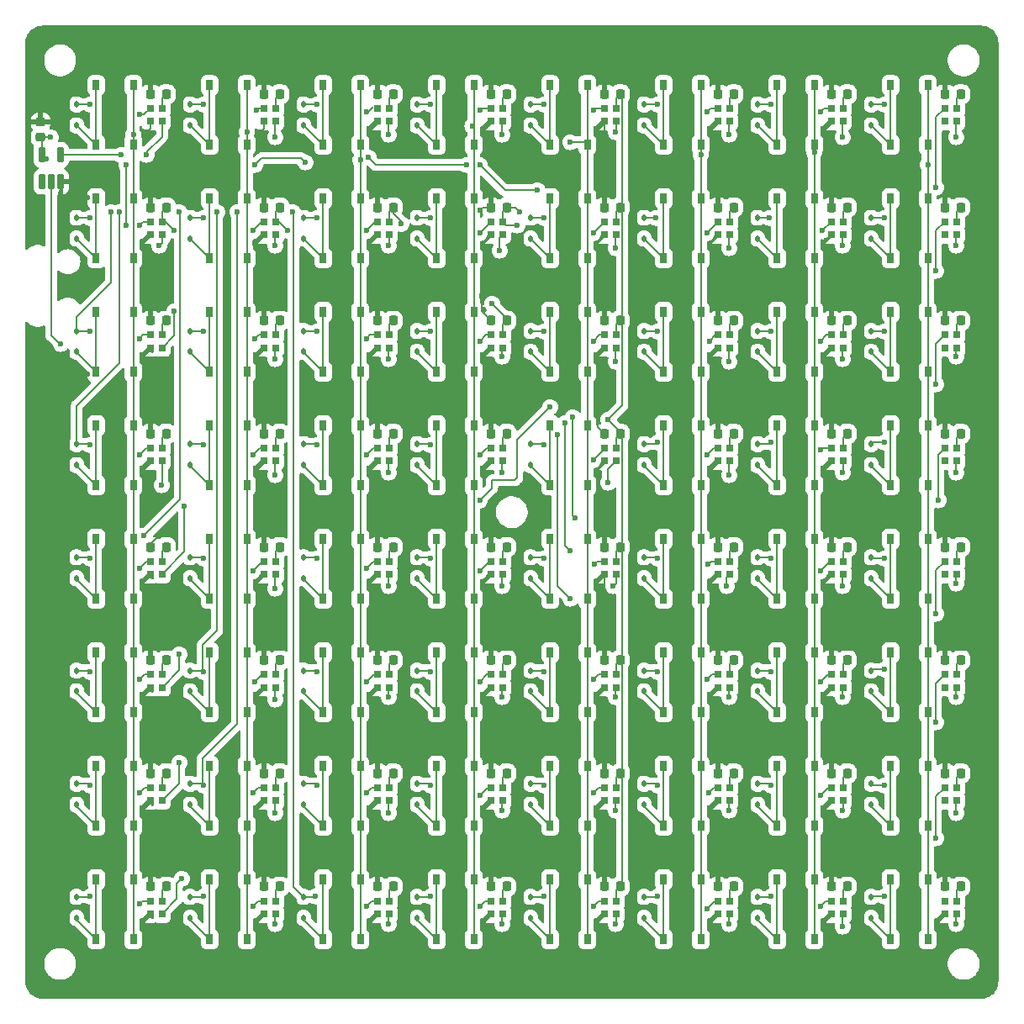
<source format=gbr>
%TF.GenerationSoftware,KiCad,Pcbnew,8.0.7*%
%TF.CreationDate,2025-01-12T22:15:46+01:00*%
%TF.ProjectId,butns,6275746e-732e-46b6-9963-61645f706362,rev?*%
%TF.SameCoordinates,Original*%
%TF.FileFunction,Copper,L1,Top*%
%TF.FilePolarity,Positive*%
%FSLAX46Y46*%
G04 Gerber Fmt 4.6, Leading zero omitted, Abs format (unit mm)*
G04 Created by KiCad (PCBNEW 8.0.7) date 2025-01-12 22:15:46*
%MOMM*%
%LPD*%
G01*
G04 APERTURE LIST*
G04 Aperture macros list*
%AMRoundRect*
0 Rectangle with rounded corners*
0 $1 Rounding radius*
0 $2 $3 $4 $5 $6 $7 $8 $9 X,Y pos of 4 corners*
0 Add a 4 corners polygon primitive as box body*
4,1,4,$2,$3,$4,$5,$6,$7,$8,$9,$2,$3,0*
0 Add four circle primitives for the rounded corners*
1,1,$1+$1,$2,$3*
1,1,$1+$1,$4,$5*
1,1,$1+$1,$6,$7*
1,1,$1+$1,$8,$9*
0 Add four rect primitives between the rounded corners*
20,1,$1+$1,$2,$3,$4,$5,0*
20,1,$1+$1,$4,$5,$6,$7,0*
20,1,$1+$1,$6,$7,$8,$9,0*
20,1,$1+$1,$8,$9,$2,$3,0*%
G04 Aperture macros list end*
%TA.AperFunction,SMDPad,CuDef*%
%ADD10RoundRect,0.162500X0.162500X-0.617500X0.162500X0.617500X-0.162500X0.617500X-0.162500X-0.617500X0*%
%TD*%
%TA.AperFunction,SMDPad,CuDef*%
%ADD11RoundRect,0.225000X0.250000X-0.225000X0.250000X0.225000X-0.250000X0.225000X-0.250000X-0.225000X0*%
%TD*%
%TA.AperFunction,SMDPad,CuDef*%
%ADD12R,0.700000X0.800000*%
%TD*%
%TA.AperFunction,SMDPad,CuDef*%
%ADD13R,0.750000X1.000000*%
%TD*%
%TA.AperFunction,SMDPad,CuDef*%
%ADD14RoundRect,0.112500X0.112500X-0.187500X0.112500X0.187500X-0.112500X0.187500X-0.112500X-0.187500X0*%
%TD*%
%TA.AperFunction,SMDPad,CuDef*%
%ADD15RoundRect,0.225000X0.225000X0.250000X-0.225000X0.250000X-0.225000X-0.250000X0.225000X-0.250000X0*%
%TD*%
%TA.AperFunction,ViaPad*%
%ADD16C,0.600000*%
%TD*%
%TA.AperFunction,Conductor*%
%ADD17C,0.200000*%
%TD*%
G04 APERTURE END LIST*
D10*
%TO.P,U2,5,VCC*%
%TO.N,+5V*%
X134752000Y-55118000D03*
%TO.P,U2,4*%
%TO.N,LED_DIN*%
X136652000Y-55118000D03*
%TO.P,U2,3,GND*%
%TO.N,GND*%
X136652000Y-57818000D03*
%TO.P,U2,2*%
%TO.N,LED_DATA*%
X135702000Y-57818000D03*
%TO.P,U2,1,NC*%
%TO.N,unconnected-(U2-NC-Pad1)*%
X134752000Y-57818000D03*
%TD*%
D11*
%TO.P,C65,1*%
%TO.N,+5V*%
X134620000Y-53353000D03*
%TO.P,C65,2*%
%TO.N,GND*%
X134620000Y-51803000D03*
%TD*%
D12*
%TO.P,D128,4,DIN*%
%TO.N,Net-(D127-DOUT)*%
X226860000Y-131550000D03*
%TO.P,D128,3,VSS*%
%TO.N,GND*%
X225660000Y-131550000D03*
%TO.P,D128,2,DOUT*%
%TO.N,unconnected-(D128-DOUT-Pad2)*%
X225660000Y-130250000D03*
%TO.P,D128,1,VDD*%
%TO.N,+5V*%
X226860000Y-130250000D03*
%TD*%
%TO.P,D120,4,DIN*%
%TO.N,Net-(D119-DOUT)*%
X226860000Y-120150000D03*
%TO.P,D120,3,VSS*%
%TO.N,GND*%
X225660000Y-120150000D03*
%TO.P,D120,2,DOUT*%
%TO.N,Net-(D120-DOUT)*%
X225660000Y-118850000D03*
%TO.P,D120,1,VDD*%
%TO.N,+5V*%
X226860000Y-118850000D03*
%TD*%
%TO.P,D112,4,DIN*%
%TO.N,Net-(D111-DOUT)*%
X226860000Y-108750000D03*
%TO.P,D112,3,VSS*%
%TO.N,GND*%
X225660000Y-108750000D03*
%TO.P,D112,2,DOUT*%
%TO.N,Net-(D112-DOUT)*%
X225660000Y-107450000D03*
%TO.P,D112,1,VDD*%
%TO.N,+5V*%
X226860000Y-107450000D03*
%TD*%
%TO.P,D104,4,DIN*%
%TO.N,Net-(D103-DOUT)*%
X226860000Y-97350000D03*
%TO.P,D104,3,VSS*%
%TO.N,GND*%
X225660000Y-97350000D03*
%TO.P,D104,2,DOUT*%
%TO.N,Net-(D104-DOUT)*%
X225660000Y-96050000D03*
%TO.P,D104,1,VDD*%
%TO.N,+5V*%
X226860000Y-96050000D03*
%TD*%
%TO.P,D127,4,DIN*%
%TO.N,Net-(D126-DOUT)*%
X215430000Y-131550000D03*
%TO.P,D127,3,VSS*%
%TO.N,GND*%
X214230000Y-131550000D03*
%TO.P,D127,2,DOUT*%
%TO.N,Net-(D127-DOUT)*%
X214230000Y-130250000D03*
%TO.P,D127,1,VDD*%
%TO.N,+5V*%
X215430000Y-130250000D03*
%TD*%
%TO.P,D119,4,DIN*%
%TO.N,Net-(D118-DOUT)*%
X215430000Y-120150000D03*
%TO.P,D119,3,VSS*%
%TO.N,GND*%
X214230000Y-120150000D03*
%TO.P,D119,2,DOUT*%
%TO.N,Net-(D119-DOUT)*%
X214230000Y-118850000D03*
%TO.P,D119,1,VDD*%
%TO.N,+5V*%
X215430000Y-118850000D03*
%TD*%
%TO.P,D111,4,DIN*%
%TO.N,Net-(D110-DOUT)*%
X215430000Y-108750000D03*
%TO.P,D111,3,VSS*%
%TO.N,GND*%
X214230000Y-108750000D03*
%TO.P,D111,2,DOUT*%
%TO.N,Net-(D111-DOUT)*%
X214230000Y-107450000D03*
%TO.P,D111,1,VDD*%
%TO.N,+5V*%
X215430000Y-107450000D03*
%TD*%
%TO.P,D103,4,DIN*%
%TO.N,Net-(D102-DOUT)*%
X215430000Y-97350000D03*
%TO.P,D103,3,VSS*%
%TO.N,GND*%
X214230000Y-97350000D03*
%TO.P,D103,2,DOUT*%
%TO.N,Net-(D103-DOUT)*%
X214230000Y-96050000D03*
%TO.P,D103,1,VDD*%
%TO.N,+5V*%
X215430000Y-96050000D03*
%TD*%
%TO.P,D126,4,DIN*%
%TO.N,Net-(D125-DOUT)*%
X204000000Y-131550000D03*
%TO.P,D126,3,VSS*%
%TO.N,GND*%
X202800000Y-131550000D03*
%TO.P,D126,2,DOUT*%
%TO.N,Net-(D126-DOUT)*%
X202800000Y-130250000D03*
%TO.P,D126,1,VDD*%
%TO.N,+5V*%
X204000000Y-130250000D03*
%TD*%
%TO.P,D118,4,DIN*%
%TO.N,Net-(D117-DOUT)*%
X204000000Y-120150000D03*
%TO.P,D118,3,VSS*%
%TO.N,GND*%
X202800000Y-120150000D03*
%TO.P,D118,2,DOUT*%
%TO.N,Net-(D118-DOUT)*%
X202800000Y-118850000D03*
%TO.P,D118,1,VDD*%
%TO.N,+5V*%
X204000000Y-118850000D03*
%TD*%
%TO.P,D110,4,DIN*%
%TO.N,Net-(D109-DOUT)*%
X204000000Y-108750000D03*
%TO.P,D110,3,VSS*%
%TO.N,GND*%
X202800000Y-108750000D03*
%TO.P,D110,2,DOUT*%
%TO.N,Net-(D110-DOUT)*%
X202800000Y-107450000D03*
%TO.P,D110,1,VDD*%
%TO.N,+5V*%
X204000000Y-107450000D03*
%TD*%
%TO.P,D102,4,DIN*%
%TO.N,Net-(D101-DOUT)*%
X204000000Y-97350000D03*
%TO.P,D102,3,VSS*%
%TO.N,GND*%
X202800000Y-97350000D03*
%TO.P,D102,2,DOUT*%
%TO.N,Net-(D102-DOUT)*%
X202800000Y-96050000D03*
%TO.P,D102,1,VDD*%
%TO.N,+5V*%
X204000000Y-96050000D03*
%TD*%
%TO.P,D125,4,DIN*%
%TO.N,Net-(D124-DOUT)*%
X192570000Y-131550000D03*
%TO.P,D125,3,VSS*%
%TO.N,GND*%
X191370000Y-131550000D03*
%TO.P,D125,2,DOUT*%
%TO.N,Net-(D125-DOUT)*%
X191370000Y-130250000D03*
%TO.P,D125,1,VDD*%
%TO.N,+5V*%
X192570000Y-130250000D03*
%TD*%
%TO.P,D117,4,DIN*%
%TO.N,Net-(D116-DOUT)*%
X192570000Y-120150000D03*
%TO.P,D117,3,VSS*%
%TO.N,GND*%
X191370000Y-120150000D03*
%TO.P,D117,2,DOUT*%
%TO.N,Net-(D117-DOUT)*%
X191370000Y-118850000D03*
%TO.P,D117,1,VDD*%
%TO.N,+5V*%
X192570000Y-118850000D03*
%TD*%
%TO.P,D109,4,DIN*%
%TO.N,Net-(D108-DOUT)*%
X192570000Y-108750000D03*
%TO.P,D109,3,VSS*%
%TO.N,GND*%
X191370000Y-108750000D03*
%TO.P,D109,2,DOUT*%
%TO.N,Net-(D109-DOUT)*%
X191370000Y-107450000D03*
%TO.P,D109,1,VDD*%
%TO.N,+5V*%
X192570000Y-107450000D03*
%TD*%
%TO.P,D101,4,DIN*%
%TO.N,Net-(D100-DOUT)*%
X192570000Y-97350000D03*
%TO.P,D101,3,VSS*%
%TO.N,GND*%
X191370000Y-97350000D03*
%TO.P,D101,2,DOUT*%
%TO.N,Net-(D101-DOUT)*%
X191370000Y-96050000D03*
%TO.P,D101,1,VDD*%
%TO.N,+5V*%
X192570000Y-96050000D03*
%TD*%
%TO.P,D124,4,DIN*%
%TO.N,Net-(D123-DOUT)*%
X181140000Y-131550000D03*
%TO.P,D124,3,VSS*%
%TO.N,GND*%
X179940000Y-131550000D03*
%TO.P,D124,2,DOUT*%
%TO.N,Net-(D124-DOUT)*%
X179940000Y-130250000D03*
%TO.P,D124,1,VDD*%
%TO.N,+5V*%
X181140000Y-130250000D03*
%TD*%
%TO.P,D116,4,DIN*%
%TO.N,Net-(D115-DOUT)*%
X181140000Y-120150000D03*
%TO.P,D116,3,VSS*%
%TO.N,GND*%
X179940000Y-120150000D03*
%TO.P,D116,2,DOUT*%
%TO.N,Net-(D116-DOUT)*%
X179940000Y-118850000D03*
%TO.P,D116,1,VDD*%
%TO.N,+5V*%
X181140000Y-118850000D03*
%TD*%
%TO.P,D108,4,DIN*%
%TO.N,Net-(D107-DOUT)*%
X181140000Y-108750000D03*
%TO.P,D108,3,VSS*%
%TO.N,GND*%
X179940000Y-108750000D03*
%TO.P,D108,2,DOUT*%
%TO.N,Net-(D108-DOUT)*%
X179940000Y-107450000D03*
%TO.P,D108,1,VDD*%
%TO.N,+5V*%
X181140000Y-107450000D03*
%TD*%
%TO.P,D100,4,DIN*%
%TO.N,Net-(D100-DIN)*%
X181140000Y-97350000D03*
%TO.P,D100,3,VSS*%
%TO.N,GND*%
X179940000Y-97350000D03*
%TO.P,D100,2,DOUT*%
%TO.N,Net-(D100-DOUT)*%
X179940000Y-96050000D03*
%TO.P,D100,1,VDD*%
%TO.N,+5V*%
X181140000Y-96050000D03*
%TD*%
%TO.P,D123,4,DIN*%
%TO.N,Net-(D122-DOUT)*%
X169710000Y-131550000D03*
%TO.P,D123,3,VSS*%
%TO.N,GND*%
X168510000Y-131550000D03*
%TO.P,D123,2,DOUT*%
%TO.N,Net-(D123-DOUT)*%
X168510000Y-130250000D03*
%TO.P,D123,1,VDD*%
%TO.N,+5V*%
X169710000Y-130250000D03*
%TD*%
%TO.P,D115,4,DIN*%
%TO.N,Net-(D114-DOUT)*%
X169710000Y-120150000D03*
%TO.P,D115,3,VSS*%
%TO.N,GND*%
X168510000Y-120150000D03*
%TO.P,D115,2,DOUT*%
%TO.N,Net-(D115-DOUT)*%
X168510000Y-118850000D03*
%TO.P,D115,1,VDD*%
%TO.N,+5V*%
X169710000Y-118850000D03*
%TD*%
%TO.P,D107,4,DIN*%
%TO.N,Net-(D106-DOUT)*%
X169710000Y-108750000D03*
%TO.P,D107,3,VSS*%
%TO.N,GND*%
X168510000Y-108750000D03*
%TO.P,D107,2,DOUT*%
%TO.N,Net-(D107-DOUT)*%
X168510000Y-107450000D03*
%TO.P,D107,1,VDD*%
%TO.N,+5V*%
X169710000Y-107450000D03*
%TD*%
%TO.P,D99,4,DIN*%
%TO.N,Net-(D98-DOUT)*%
X169710000Y-97350000D03*
%TO.P,D99,3,VSS*%
%TO.N,GND*%
X168510000Y-97350000D03*
%TO.P,D99,2,DOUT*%
%TO.N,Net-(D100-DIN)*%
X168510000Y-96050000D03*
%TO.P,D99,1,VDD*%
%TO.N,+5V*%
X169710000Y-96050000D03*
%TD*%
%TO.P,D122,4,DIN*%
%TO.N,Net-(D121-DOUT)*%
X158280000Y-131550000D03*
%TO.P,D122,3,VSS*%
%TO.N,GND*%
X157080000Y-131550000D03*
%TO.P,D122,2,DOUT*%
%TO.N,Net-(D122-DOUT)*%
X157080000Y-130250000D03*
%TO.P,D122,1,VDD*%
%TO.N,+5V*%
X158280000Y-130250000D03*
%TD*%
%TO.P,D114,4,DIN*%
%TO.N,Net-(D113-DOUT)*%
X158280000Y-120150000D03*
%TO.P,D114,3,VSS*%
%TO.N,GND*%
X157080000Y-120150000D03*
%TO.P,D114,2,DOUT*%
%TO.N,Net-(D114-DOUT)*%
X157080000Y-118850000D03*
%TO.P,D114,1,VDD*%
%TO.N,+5V*%
X158280000Y-118850000D03*
%TD*%
%TO.P,D106,4,DIN*%
%TO.N,Net-(D105-DOUT)*%
X158280000Y-108750000D03*
%TO.P,D106,3,VSS*%
%TO.N,GND*%
X157080000Y-108750000D03*
%TO.P,D106,2,DOUT*%
%TO.N,Net-(D106-DOUT)*%
X157080000Y-107450000D03*
%TO.P,D106,1,VDD*%
%TO.N,+5V*%
X158280000Y-107450000D03*
%TD*%
%TO.P,D98,4,DIN*%
%TO.N,Net-(D97-DOUT)*%
X158280000Y-97350000D03*
%TO.P,D98,3,VSS*%
%TO.N,GND*%
X157080000Y-97350000D03*
%TO.P,D98,2,DOUT*%
%TO.N,Net-(D98-DOUT)*%
X157080000Y-96050000D03*
%TO.P,D98,1,VDD*%
%TO.N,+5V*%
X158280000Y-96050000D03*
%TD*%
%TO.P,D121,4,DIN*%
%TO.N,Net-(D120-DOUT)*%
X146850000Y-131550000D03*
%TO.P,D121,3,VSS*%
%TO.N,GND*%
X145650000Y-131550000D03*
%TO.P,D121,2,DOUT*%
%TO.N,Net-(D121-DOUT)*%
X145650000Y-130250000D03*
%TO.P,D121,1,VDD*%
%TO.N,+5V*%
X146850000Y-130250000D03*
%TD*%
%TO.P,D113,4,DIN*%
%TO.N,Net-(D112-DOUT)*%
X146850000Y-120150000D03*
%TO.P,D113,3,VSS*%
%TO.N,GND*%
X145650000Y-120150000D03*
%TO.P,D113,2,DOUT*%
%TO.N,Net-(D113-DOUT)*%
X145650000Y-118850000D03*
%TO.P,D113,1,VDD*%
%TO.N,+5V*%
X146850000Y-118850000D03*
%TD*%
%TO.P,D105,4,DIN*%
%TO.N,Net-(D104-DOUT)*%
X146850000Y-108750000D03*
%TO.P,D105,3,VSS*%
%TO.N,GND*%
X145650000Y-108750000D03*
%TO.P,D105,2,DOUT*%
%TO.N,Net-(D105-DOUT)*%
X145650000Y-107450000D03*
%TO.P,D105,1,VDD*%
%TO.N,+5V*%
X146850000Y-107450000D03*
%TD*%
%TO.P,D97,4,DIN*%
%TO.N,Net-(D96-DOUT)*%
X146850000Y-97350000D03*
%TO.P,D97,3,VSS*%
%TO.N,GND*%
X145650000Y-97350000D03*
%TO.P,D97,2,DOUT*%
%TO.N,Net-(D97-DOUT)*%
X145650000Y-96050000D03*
%TO.P,D97,1,VDD*%
%TO.N,+5V*%
X146850000Y-96050000D03*
%TD*%
%TO.P,D96,4,DIN*%
%TO.N,Net-(D95-DOUT)*%
X226860000Y-85950000D03*
%TO.P,D96,3,VSS*%
%TO.N,GND*%
X225660000Y-85950000D03*
%TO.P,D96,2,DOUT*%
%TO.N,Net-(D96-DOUT)*%
X225660000Y-84650000D03*
%TO.P,D96,1,VDD*%
%TO.N,+5V*%
X226860000Y-84650000D03*
%TD*%
%TO.P,D95,4,DIN*%
%TO.N,Net-(D94-DOUT)*%
X215430000Y-85950000D03*
%TO.P,D95,3,VSS*%
%TO.N,GND*%
X214230000Y-85950000D03*
%TO.P,D95,2,DOUT*%
%TO.N,Net-(D95-DOUT)*%
X214230000Y-84650000D03*
%TO.P,D95,1,VDD*%
%TO.N,+5V*%
X215430000Y-84650000D03*
%TD*%
%TO.P,D94,4,DIN*%
%TO.N,Net-(D93-DOUT)*%
X204000000Y-85950000D03*
%TO.P,D94,3,VSS*%
%TO.N,GND*%
X202800000Y-85950000D03*
%TO.P,D94,2,DOUT*%
%TO.N,Net-(D94-DOUT)*%
X202800000Y-84650000D03*
%TO.P,D94,1,VDD*%
%TO.N,+5V*%
X204000000Y-84650000D03*
%TD*%
%TO.P,D93,4,DIN*%
%TO.N,Net-(D92-DOUT)*%
X192570000Y-85950000D03*
%TO.P,D93,3,VSS*%
%TO.N,GND*%
X191370000Y-85950000D03*
%TO.P,D93,2,DOUT*%
%TO.N,Net-(D93-DOUT)*%
X191370000Y-84650000D03*
%TO.P,D93,1,VDD*%
%TO.N,+5V*%
X192570000Y-84650000D03*
%TD*%
%TO.P,D92,4,DIN*%
%TO.N,Net-(D91-DOUT)*%
X181140000Y-85950000D03*
%TO.P,D92,3,VSS*%
%TO.N,GND*%
X179940000Y-85950000D03*
%TO.P,D92,2,DOUT*%
%TO.N,Net-(D92-DOUT)*%
X179940000Y-84650000D03*
%TO.P,D92,1,VDD*%
%TO.N,+5V*%
X181140000Y-84650000D03*
%TD*%
%TO.P,D91,4,DIN*%
%TO.N,Net-(D90-DOUT)*%
X169710000Y-85950000D03*
%TO.P,D91,3,VSS*%
%TO.N,GND*%
X168510000Y-85950000D03*
%TO.P,D91,2,DOUT*%
%TO.N,Net-(D91-DOUT)*%
X168510000Y-84650000D03*
%TO.P,D91,1,VDD*%
%TO.N,+5V*%
X169710000Y-84650000D03*
%TD*%
%TO.P,D90,4,DIN*%
%TO.N,Net-(D89-DOUT)*%
X158280000Y-85950000D03*
%TO.P,D90,3,VSS*%
%TO.N,GND*%
X157080000Y-85950000D03*
%TO.P,D90,2,DOUT*%
%TO.N,Net-(D90-DOUT)*%
X157080000Y-84650000D03*
%TO.P,D90,1,VDD*%
%TO.N,+5V*%
X158280000Y-84650000D03*
%TD*%
%TO.P,D89,4,DIN*%
%TO.N,Net-(D88-DOUT)*%
X146850000Y-85950000D03*
%TO.P,D89,3,VSS*%
%TO.N,GND*%
X145650000Y-85950000D03*
%TO.P,D89,2,DOUT*%
%TO.N,Net-(D89-DOUT)*%
X145650000Y-84650000D03*
%TO.P,D89,1,VDD*%
%TO.N,+5V*%
X146850000Y-84650000D03*
%TD*%
%TO.P,D88,4,DIN*%
%TO.N,Net-(D87-DOUT)*%
X226860000Y-74550000D03*
%TO.P,D88,3,VSS*%
%TO.N,GND*%
X225660000Y-74550000D03*
%TO.P,D88,2,DOUT*%
%TO.N,Net-(D88-DOUT)*%
X225660000Y-73250000D03*
%TO.P,D88,1,VDD*%
%TO.N,+5V*%
X226860000Y-73250000D03*
%TD*%
%TO.P,D87,4,DIN*%
%TO.N,Net-(D86-DOUT)*%
X215430000Y-74550000D03*
%TO.P,D87,3,VSS*%
%TO.N,GND*%
X214230000Y-74550000D03*
%TO.P,D87,2,DOUT*%
%TO.N,Net-(D87-DOUT)*%
X214230000Y-73250000D03*
%TO.P,D87,1,VDD*%
%TO.N,+5V*%
X215430000Y-73250000D03*
%TD*%
%TO.P,D86,4,DIN*%
%TO.N,Net-(D85-DOUT)*%
X204000000Y-74550000D03*
%TO.P,D86,3,VSS*%
%TO.N,GND*%
X202800000Y-74550000D03*
%TO.P,D86,2,DOUT*%
%TO.N,Net-(D86-DOUT)*%
X202800000Y-73250000D03*
%TO.P,D86,1,VDD*%
%TO.N,+5V*%
X204000000Y-73250000D03*
%TD*%
%TO.P,D85,4,DIN*%
%TO.N,Net-(D84-DOUT)*%
X192570000Y-74550000D03*
%TO.P,D85,3,VSS*%
%TO.N,GND*%
X191370000Y-74550000D03*
%TO.P,D85,2,DOUT*%
%TO.N,Net-(D85-DOUT)*%
X191370000Y-73250000D03*
%TO.P,D85,1,VDD*%
%TO.N,+5V*%
X192570000Y-73250000D03*
%TD*%
%TO.P,D84,4,DIN*%
%TO.N,Net-(D83-DOUT)*%
X181140000Y-74550000D03*
%TO.P,D84,3,VSS*%
%TO.N,GND*%
X179940000Y-74550000D03*
%TO.P,D84,2,DOUT*%
%TO.N,Net-(D84-DOUT)*%
X179940000Y-73250000D03*
%TO.P,D84,1,VDD*%
%TO.N,+5V*%
X181140000Y-73250000D03*
%TD*%
%TO.P,D83,4,DIN*%
%TO.N,Net-(D82-DOUT)*%
X169710000Y-74550000D03*
%TO.P,D83,3,VSS*%
%TO.N,GND*%
X168510000Y-74550000D03*
%TO.P,D83,2,DOUT*%
%TO.N,Net-(D83-DOUT)*%
X168510000Y-73250000D03*
%TO.P,D83,1,VDD*%
%TO.N,+5V*%
X169710000Y-73250000D03*
%TD*%
%TO.P,D82,4,DIN*%
%TO.N,Net-(D81-DOUT)*%
X158280000Y-74550000D03*
%TO.P,D82,3,VSS*%
%TO.N,GND*%
X157080000Y-74550000D03*
%TO.P,D82,2,DOUT*%
%TO.N,Net-(D82-DOUT)*%
X157080000Y-73250000D03*
%TO.P,D82,1,VDD*%
%TO.N,+5V*%
X158280000Y-73250000D03*
%TD*%
%TO.P,D81,4,DIN*%
%TO.N,Net-(D80-DOUT)*%
X146850000Y-74550000D03*
%TO.P,D81,3,VSS*%
%TO.N,GND*%
X145650000Y-74550000D03*
%TO.P,D81,2,DOUT*%
%TO.N,Net-(D81-DOUT)*%
X145650000Y-73250000D03*
%TO.P,D81,1,VDD*%
%TO.N,+5V*%
X146850000Y-73250000D03*
%TD*%
%TO.P,D80,1,VDD*%
%TO.N,+5V*%
X226860000Y-61850000D03*
%TO.P,D80,2,DOUT*%
%TO.N,Net-(D80-DOUT)*%
X225660000Y-61850000D03*
%TO.P,D80,3,VSS*%
%TO.N,GND*%
X225660000Y-63150000D03*
%TO.P,D80,4,DIN*%
%TO.N,Net-(D79-DOUT)*%
X226860000Y-63150000D03*
%TD*%
%TO.P,D79,1,VDD*%
%TO.N,+5V*%
X215430000Y-61850000D03*
%TO.P,D79,2,DOUT*%
%TO.N,Net-(D79-DOUT)*%
X214230000Y-61850000D03*
%TO.P,D79,3,VSS*%
%TO.N,GND*%
X214230000Y-63150000D03*
%TO.P,D79,4,DIN*%
%TO.N,Net-(D78-DOUT)*%
X215430000Y-63150000D03*
%TD*%
%TO.P,D78,1,VDD*%
%TO.N,+5V*%
X204000000Y-61850000D03*
%TO.P,D78,2,DOUT*%
%TO.N,Net-(D78-DOUT)*%
X202800000Y-61850000D03*
%TO.P,D78,3,VSS*%
%TO.N,GND*%
X202800000Y-63150000D03*
%TO.P,D78,4,DIN*%
%TO.N,Net-(D77-DOUT)*%
X204000000Y-63150000D03*
%TD*%
%TO.P,D77,1,VDD*%
%TO.N,+5V*%
X192570000Y-61850000D03*
%TO.P,D77,2,DOUT*%
%TO.N,Net-(D77-DOUT)*%
X191370000Y-61850000D03*
%TO.P,D77,3,VSS*%
%TO.N,GND*%
X191370000Y-63150000D03*
%TO.P,D77,4,DIN*%
%TO.N,Net-(D76-DOUT)*%
X192570000Y-63150000D03*
%TD*%
%TO.P,D76,1,VDD*%
%TO.N,+5V*%
X181140000Y-61850000D03*
%TO.P,D76,2,DOUT*%
%TO.N,Net-(D76-DOUT)*%
X179940000Y-61850000D03*
%TO.P,D76,3,VSS*%
%TO.N,GND*%
X179940000Y-63150000D03*
%TO.P,D76,4,DIN*%
%TO.N,Net-(D75-DOUT)*%
X181140000Y-63150000D03*
%TD*%
%TO.P,D75,1,VDD*%
%TO.N,+5V*%
X169710000Y-61850000D03*
%TO.P,D75,2,DOUT*%
%TO.N,Net-(D75-DOUT)*%
X168510000Y-61850000D03*
%TO.P,D75,3,VSS*%
%TO.N,GND*%
X168510000Y-63150000D03*
%TO.P,D75,4,DIN*%
%TO.N,Net-(D74-DOUT)*%
X169710000Y-63150000D03*
%TD*%
%TO.P,D74,1,VDD*%
%TO.N,+5V*%
X158280000Y-61850000D03*
%TO.P,D74,2,DOUT*%
%TO.N,Net-(D74-DOUT)*%
X157080000Y-61850000D03*
%TO.P,D74,3,VSS*%
%TO.N,GND*%
X157080000Y-63150000D03*
%TO.P,D74,4,DIN*%
%TO.N,Net-(D73-DOUT)*%
X158280000Y-63150000D03*
%TD*%
%TO.P,D73,1,VDD*%
%TO.N,+5V*%
X146850000Y-61850000D03*
%TO.P,D73,2,DOUT*%
%TO.N,Net-(D73-DOUT)*%
X145650000Y-61850000D03*
%TO.P,D73,3,VSS*%
%TO.N,GND*%
X145650000Y-63150000D03*
%TO.P,D73,4,DIN*%
%TO.N,Net-(D72-DOUT)*%
X146850000Y-63150000D03*
%TD*%
%TO.P,D72,4,DIN*%
%TO.N,Net-(D71-DOUT)*%
X226860000Y-51750000D03*
%TO.P,D72,3,VSS*%
%TO.N,GND*%
X225660000Y-51750000D03*
%TO.P,D72,2,DOUT*%
%TO.N,Net-(D72-DOUT)*%
X225660000Y-50450000D03*
%TO.P,D72,1,VDD*%
%TO.N,+5V*%
X226860000Y-50450000D03*
%TD*%
%TO.P,D71,4,DIN*%
%TO.N,Net-(D70-DOUT)*%
X215430000Y-51750000D03*
%TO.P,D71,3,VSS*%
%TO.N,GND*%
X214230000Y-51750000D03*
%TO.P,D71,2,DOUT*%
%TO.N,Net-(D71-DOUT)*%
X214230000Y-50450000D03*
%TO.P,D71,1,VDD*%
%TO.N,+5V*%
X215430000Y-50450000D03*
%TD*%
%TO.P,D70,4,DIN*%
%TO.N,Net-(D69-DOUT)*%
X204000000Y-51750000D03*
%TO.P,D70,3,VSS*%
%TO.N,GND*%
X202800000Y-51750000D03*
%TO.P,D70,2,DOUT*%
%TO.N,Net-(D70-DOUT)*%
X202800000Y-50450000D03*
%TO.P,D70,1,VDD*%
%TO.N,+5V*%
X204000000Y-50450000D03*
%TD*%
%TO.P,D69,4,DIN*%
%TO.N,Net-(D68-DOUT)*%
X192570000Y-51750000D03*
%TO.P,D69,3,VSS*%
%TO.N,GND*%
X191370000Y-51750000D03*
%TO.P,D69,2,DOUT*%
%TO.N,Net-(D69-DOUT)*%
X191370000Y-50450000D03*
%TO.P,D69,1,VDD*%
%TO.N,+5V*%
X192570000Y-50450000D03*
%TD*%
%TO.P,D68,4,DIN*%
%TO.N,Net-(D67-DOUT)*%
X181140000Y-51750000D03*
%TO.P,D68,3,VSS*%
%TO.N,GND*%
X179940000Y-51750000D03*
%TO.P,D68,2,DOUT*%
%TO.N,Net-(D68-DOUT)*%
X179940000Y-50450000D03*
%TO.P,D68,1,VDD*%
%TO.N,+5V*%
X181140000Y-50450000D03*
%TD*%
%TO.P,D67,4,DIN*%
%TO.N,Net-(D66-DOUT)*%
X169710000Y-51750000D03*
%TO.P,D67,3,VSS*%
%TO.N,GND*%
X168510000Y-51750000D03*
%TO.P,D67,2,DOUT*%
%TO.N,Net-(D67-DOUT)*%
X168510000Y-50450000D03*
%TO.P,D67,1,VDD*%
%TO.N,+5V*%
X169710000Y-50450000D03*
%TD*%
%TO.P,D66,4,DIN*%
%TO.N,Net-(D1-DOUT)*%
X158280000Y-51750000D03*
%TO.P,D66,3,VSS*%
%TO.N,GND*%
X157080000Y-51750000D03*
%TO.P,D66,2,DOUT*%
%TO.N,Net-(D66-DOUT)*%
X157080000Y-50450000D03*
%TO.P,D66,1,VDD*%
%TO.N,+5V*%
X158280000Y-50450000D03*
%TD*%
%TO.P,D1,4,DIN*%
%TO.N,LED_DIN*%
X146850000Y-51750000D03*
%TO.P,D1,3,VSS*%
%TO.N,GND*%
X145650000Y-51750000D03*
%TO.P,D1,2,DOUT*%
%TO.N,Net-(D1-DOUT)*%
X145650000Y-50450000D03*
%TO.P,D1,1,VDD*%
%TO.N,+5V*%
X146850000Y-50450000D03*
%TD*%
D13*
%TO.P,SW64,2,2*%
%TO.N,SW_COL_8*%
X223970991Y-128095996D03*
X223970991Y-134095996D03*
%TO.P,SW64,1,1*%
%TO.N,Net-(D65-K)*%
X220220991Y-128095996D03*
X220220991Y-134095996D03*
%TD*%
%TO.P,SW63,2,2*%
%TO.N,SW_COL_7*%
X212540991Y-128095996D03*
X212540991Y-134095996D03*
%TO.P,SW63,1,1*%
%TO.N,Net-(D64-K)*%
X208790991Y-128095996D03*
X208790991Y-134095996D03*
%TD*%
%TO.P,SW62,2,2*%
%TO.N,SW_COL_6*%
X201110991Y-128095996D03*
X201110991Y-134095996D03*
%TO.P,SW62,1,1*%
%TO.N,Net-(D63-K)*%
X197360991Y-128095996D03*
X197360991Y-134095996D03*
%TD*%
%TO.P,SW61,2,2*%
%TO.N,SW_COL_5*%
X189680991Y-128095996D03*
X189680991Y-134095996D03*
%TO.P,SW61,1,1*%
%TO.N,Net-(D62-K)*%
X185930991Y-128095996D03*
X185930991Y-134095996D03*
%TD*%
%TO.P,SW60,2,2*%
%TO.N,SW_COL_4*%
X178250991Y-128095996D03*
X178250991Y-134095996D03*
%TO.P,SW60,1,1*%
%TO.N,Net-(D61-K)*%
X174500991Y-128095996D03*
X174500991Y-134095996D03*
%TD*%
%TO.P,SW59,2,2*%
%TO.N,SW_COL_3*%
X166820991Y-128095996D03*
X166820991Y-134095996D03*
%TO.P,SW59,1,1*%
%TO.N,Net-(D60-K)*%
X163070991Y-128095996D03*
X163070991Y-134095996D03*
%TD*%
%TO.P,SW58,2,2*%
%TO.N,SW_COL_2*%
X155390991Y-128095996D03*
X155390991Y-134095996D03*
%TO.P,SW58,1,1*%
%TO.N,Net-(D59-K)*%
X151640991Y-128095996D03*
X151640991Y-134095996D03*
%TD*%
%TO.P,SW57,2,2*%
%TO.N,SW_COL_1*%
X143960991Y-128095996D03*
X143960991Y-134095996D03*
%TO.P,SW57,1,1*%
%TO.N,Net-(D58-K)*%
X140210991Y-128095996D03*
X140210991Y-134095996D03*
%TD*%
%TO.P,SW56,2,2*%
%TO.N,SW_COL_8*%
X223970991Y-116665996D03*
X223970991Y-122665996D03*
%TO.P,SW56,1,1*%
%TO.N,Net-(D57-K)*%
X220220991Y-116665996D03*
X220220991Y-122665996D03*
%TD*%
%TO.P,SW55,2,2*%
%TO.N,SW_COL_7*%
X212540991Y-116665996D03*
X212540991Y-122665996D03*
%TO.P,SW55,1,1*%
%TO.N,Net-(D56-K)*%
X208790991Y-116665996D03*
X208790991Y-122665996D03*
%TD*%
%TO.P,SW54,2,2*%
%TO.N,SW_COL_6*%
X201110991Y-116665996D03*
X201110991Y-122665996D03*
%TO.P,SW54,1,1*%
%TO.N,Net-(D55-K)*%
X197360991Y-116665996D03*
X197360991Y-122665996D03*
%TD*%
%TO.P,SW53,2,2*%
%TO.N,SW_COL_5*%
X189680991Y-116665996D03*
X189680991Y-122665996D03*
%TO.P,SW53,1,1*%
%TO.N,Net-(D54-K)*%
X185930991Y-116665996D03*
X185930991Y-122665996D03*
%TD*%
%TO.P,SW52,2,2*%
%TO.N,SW_COL_4*%
X178250991Y-116665996D03*
X178250991Y-122665996D03*
%TO.P,SW52,1,1*%
%TO.N,Net-(D53-K)*%
X174500991Y-116665996D03*
X174500991Y-122665996D03*
%TD*%
%TO.P,SW51,2,2*%
%TO.N,SW_COL_3*%
X166820991Y-116665996D03*
X166820991Y-122665996D03*
%TO.P,SW51,1,1*%
%TO.N,Net-(D52-K)*%
X163070991Y-116665996D03*
X163070991Y-122665996D03*
%TD*%
%TO.P,SW50,2,2*%
%TO.N,SW_COL_2*%
X155390991Y-116665996D03*
X155390991Y-122665996D03*
%TO.P,SW50,1,1*%
%TO.N,Net-(D51-K)*%
X151640991Y-116665996D03*
X151640991Y-122665996D03*
%TD*%
%TO.P,SW49,2,2*%
%TO.N,SW_COL_1*%
X143960991Y-116665996D03*
X143960991Y-122665996D03*
%TO.P,SW49,1,1*%
%TO.N,Net-(D50-K)*%
X140210991Y-116665996D03*
X140210991Y-122665996D03*
%TD*%
%TO.P,SW48,2,2*%
%TO.N,SW_COL_8*%
X223970991Y-105235996D03*
X223970991Y-111235996D03*
%TO.P,SW48,1,1*%
%TO.N,Net-(D49-K)*%
X220220991Y-105235996D03*
X220220991Y-111235996D03*
%TD*%
%TO.P,SW47,2,2*%
%TO.N,SW_COL_7*%
X212540991Y-105235996D03*
X212540991Y-111235996D03*
%TO.P,SW47,1,1*%
%TO.N,Net-(D48-K)*%
X208790991Y-105235996D03*
X208790991Y-111235996D03*
%TD*%
%TO.P,SW46,2,2*%
%TO.N,SW_COL_6*%
X201110991Y-105235996D03*
X201110991Y-111235996D03*
%TO.P,SW46,1,1*%
%TO.N,Net-(D47-K)*%
X197360991Y-105235996D03*
X197360991Y-111235996D03*
%TD*%
%TO.P,SW45,2,2*%
%TO.N,SW_COL_5*%
X189680991Y-105235996D03*
X189680991Y-111235996D03*
%TO.P,SW45,1,1*%
%TO.N,Net-(D46-K)*%
X185930991Y-105235996D03*
X185930991Y-111235996D03*
%TD*%
%TO.P,SW44,2,2*%
%TO.N,SW_COL_4*%
X178250991Y-105235996D03*
X178250991Y-111235996D03*
%TO.P,SW44,1,1*%
%TO.N,Net-(D45-K)*%
X174500991Y-105235996D03*
X174500991Y-111235996D03*
%TD*%
%TO.P,SW43,2,2*%
%TO.N,SW_COL_3*%
X166820991Y-105235996D03*
X166820991Y-111235996D03*
%TO.P,SW43,1,1*%
%TO.N,Net-(D44-K)*%
X163070991Y-105235996D03*
X163070991Y-111235996D03*
%TD*%
%TO.P,SW42,2,2*%
%TO.N,SW_COL_2*%
X155390991Y-105235996D03*
X155390991Y-111235996D03*
%TO.P,SW42,1,1*%
%TO.N,Net-(D43-K)*%
X151640991Y-105235996D03*
X151640991Y-111235996D03*
%TD*%
%TO.P,SW41,2,2*%
%TO.N,SW_COL_1*%
X143960991Y-105235996D03*
X143960991Y-111235996D03*
%TO.P,SW41,1,1*%
%TO.N,Net-(D42-K)*%
X140210991Y-105235996D03*
X140210991Y-111235996D03*
%TD*%
%TO.P,SW40,2,2*%
%TO.N,SW_COL_8*%
X223970991Y-93805996D03*
X223970991Y-99805996D03*
%TO.P,SW40,1,1*%
%TO.N,Net-(D41-K)*%
X220220991Y-93805996D03*
X220220991Y-99805996D03*
%TD*%
%TO.P,SW39,2,2*%
%TO.N,SW_COL_7*%
X212540991Y-93805996D03*
X212540991Y-99805996D03*
%TO.P,SW39,1,1*%
%TO.N,Net-(D40-K)*%
X208790991Y-93805996D03*
X208790991Y-99805996D03*
%TD*%
%TO.P,SW38,2,2*%
%TO.N,SW_COL_6*%
X201110991Y-93805996D03*
X201110991Y-99805996D03*
%TO.P,SW38,1,1*%
%TO.N,Net-(D39-K)*%
X197360991Y-93805996D03*
X197360991Y-99805996D03*
%TD*%
%TO.P,SW37,2,2*%
%TO.N,SW_COL_5*%
X189680991Y-93805996D03*
X189680991Y-99805996D03*
%TO.P,SW37,1,1*%
%TO.N,Net-(D38-K)*%
X185930991Y-93805996D03*
X185930991Y-99805996D03*
%TD*%
%TO.P,SW36,2,2*%
%TO.N,SW_COL_4*%
X178250991Y-93805996D03*
X178250991Y-99805996D03*
%TO.P,SW36,1,1*%
%TO.N,Net-(D37-K)*%
X174500991Y-93805996D03*
X174500991Y-99805996D03*
%TD*%
%TO.P,SW35,2,2*%
%TO.N,SW_COL_3*%
X166820991Y-93805996D03*
X166820991Y-99805996D03*
%TO.P,SW35,1,1*%
%TO.N,Net-(D36-K)*%
X163070991Y-93805996D03*
X163070991Y-99805996D03*
%TD*%
%TO.P,SW34,2,2*%
%TO.N,SW_COL_2*%
X155390991Y-93805996D03*
X155390991Y-99805996D03*
%TO.P,SW34,1,1*%
%TO.N,Net-(D35-K)*%
X151640991Y-93805996D03*
X151640991Y-99805996D03*
%TD*%
%TO.P,SW33,2,2*%
%TO.N,SW_COL_1*%
X143960991Y-93805996D03*
X143960991Y-99805996D03*
%TO.P,SW33,1,1*%
%TO.N,Net-(D34-K)*%
X140210991Y-93805996D03*
X140210991Y-99805996D03*
%TD*%
%TO.P,SW32,2,2*%
%TO.N,SW_COL_8*%
X223970991Y-82350000D03*
X223970991Y-88350000D03*
%TO.P,SW32,1,1*%
%TO.N,Net-(D33-K)*%
X220220991Y-82350000D03*
X220220991Y-88350000D03*
%TD*%
%TO.P,SW31,1,1*%
%TO.N,Net-(D32-K)*%
X208790991Y-88350000D03*
X208790991Y-82350000D03*
%TO.P,SW31,2,2*%
%TO.N,SW_COL_7*%
X212540991Y-88350000D03*
X212540991Y-82350000D03*
%TD*%
%TO.P,SW30,2,2*%
%TO.N,SW_COL_6*%
X201110991Y-82375997D03*
X201110991Y-88375997D03*
%TO.P,SW30,1,1*%
%TO.N,Net-(D31-K)*%
X197360991Y-82375997D03*
X197360991Y-88375997D03*
%TD*%
%TO.P,SW29,2,2*%
%TO.N,SW_COL_5*%
X189680991Y-82375997D03*
X189680991Y-88375997D03*
%TO.P,SW29,1,1*%
%TO.N,Net-(D30-K)*%
X185930991Y-82375997D03*
X185930991Y-88375997D03*
%TD*%
%TO.P,SW28,2,2*%
%TO.N,SW_COL_4*%
X178250991Y-82375997D03*
X178250991Y-88375997D03*
%TO.P,SW28,1,1*%
%TO.N,Net-(D29-K)*%
X174500991Y-82375997D03*
X174500991Y-88375997D03*
%TD*%
%TO.P,SW27,2,2*%
%TO.N,SW_COL_3*%
X166820991Y-82375997D03*
X166820991Y-88375997D03*
%TO.P,SW27,1,1*%
%TO.N,Net-(D28-K)*%
X163070991Y-82375997D03*
X163070991Y-88375997D03*
%TD*%
%TO.P,SW26,2,2*%
%TO.N,SW_COL_2*%
X155390991Y-82375997D03*
X155390991Y-88375997D03*
%TO.P,SW26,1,1*%
%TO.N,Net-(D27-K)*%
X151640991Y-82375997D03*
X151640991Y-88375997D03*
%TD*%
%TO.P,SW25,2,2*%
%TO.N,SW_COL_1*%
X143960991Y-82375997D03*
X143960991Y-88375997D03*
%TO.P,SW25,1,1*%
%TO.N,Net-(D26-K)*%
X140210991Y-82375997D03*
X140210991Y-88375997D03*
%TD*%
%TO.P,SW24,2,2*%
%TO.N,SW_COL_8*%
X223970991Y-70950000D03*
X223970991Y-76950000D03*
%TO.P,SW24,1,1*%
%TO.N,Net-(D25-K)*%
X220220991Y-70950000D03*
X220220991Y-76950000D03*
%TD*%
%TO.P,SW23,2,2*%
%TO.N,SW_COL_7*%
X212540991Y-70950000D03*
X212540991Y-76950000D03*
%TO.P,SW23,1,1*%
%TO.N,Net-(D24-K)*%
X208790991Y-70950000D03*
X208790991Y-76950000D03*
%TD*%
%TO.P,SW22,2,2*%
%TO.N,SW_COL_6*%
X201110991Y-70950000D03*
X201110991Y-76950000D03*
%TO.P,SW22,1,1*%
%TO.N,Net-(D23-K)*%
X197360991Y-70950000D03*
X197360991Y-76950000D03*
%TD*%
%TO.P,SW21,1,1*%
%TO.N,Net-(D22-K)*%
X185930991Y-76950000D03*
X185930991Y-70950000D03*
%TO.P,SW21,2,2*%
%TO.N,SW_COL_5*%
X189680991Y-76950000D03*
X189680991Y-70950000D03*
%TD*%
%TO.P,SW20,2,2*%
%TO.N,SW_COL_4*%
X178250991Y-70950000D03*
X178250991Y-76950000D03*
%TO.P,SW20,1,1*%
%TO.N,Net-(D21-K)*%
X174500991Y-70950000D03*
X174500991Y-76950000D03*
%TD*%
%TO.P,SW19,2,2*%
%TO.N,SW_COL_3*%
X166820991Y-70950000D03*
X166820991Y-76950000D03*
%TO.P,SW19,1,1*%
%TO.N,Net-(D20-K)*%
X163070991Y-70950000D03*
X163070991Y-76950000D03*
%TD*%
%TO.P,SW18,2,2*%
%TO.N,SW_COL_2*%
X155390991Y-70950000D03*
X155390991Y-76950000D03*
%TO.P,SW18,1,1*%
%TO.N,Net-(D19-K)*%
X151640991Y-70950000D03*
X151640991Y-76950000D03*
%TD*%
%TO.P,SW17,2,2*%
%TO.N,SW_COL_1*%
X143960991Y-70950000D03*
X143960991Y-76950000D03*
%TO.P,SW17,1,1*%
%TO.N,Net-(D18-K)*%
X140210991Y-70950000D03*
X140210991Y-76950000D03*
%TD*%
%TO.P,SW16,2,2*%
%TO.N,SW_COL_8*%
X223970991Y-59500000D03*
X223970991Y-65500000D03*
%TO.P,SW16,1,1*%
%TO.N,Net-(D17-K)*%
X220220991Y-59500000D03*
X220220991Y-65500000D03*
%TD*%
%TO.P,SW15,2,2*%
%TO.N,SW_COL_7*%
X212540991Y-59500000D03*
X212540991Y-65500000D03*
%TO.P,SW15,1,1*%
%TO.N,Net-(D16-K)*%
X208790991Y-59500000D03*
X208790991Y-65500000D03*
%TD*%
%TO.P,SW14,2,2*%
%TO.N,SW_COL_6*%
X201110991Y-59500000D03*
X201110991Y-65500000D03*
%TO.P,SW14,1,1*%
%TO.N,Net-(D15-K)*%
X197360991Y-59500000D03*
X197360991Y-65500000D03*
%TD*%
%TO.P,SW13,2,2*%
%TO.N,SW_COL_5*%
X189680991Y-59500000D03*
X189680991Y-65500000D03*
%TO.P,SW13,1,1*%
%TO.N,Net-(D14-K)*%
X185930991Y-59500000D03*
X185930991Y-65500000D03*
%TD*%
%TO.P,SW12,2,2*%
%TO.N,SW_COL_4*%
X178250991Y-59500000D03*
X178250991Y-65500000D03*
%TO.P,SW12,1,1*%
%TO.N,Net-(D13-K)*%
X174500991Y-59500000D03*
X174500991Y-65500000D03*
%TD*%
%TO.P,SW11,2,2*%
%TO.N,SW_COL_3*%
X166820991Y-59500000D03*
X166820991Y-65500000D03*
%TO.P,SW11,1,1*%
%TO.N,Net-(D12-K)*%
X163070991Y-59500000D03*
X163070991Y-65500000D03*
%TD*%
%TO.P,SW10,2,2*%
%TO.N,SW_COL_2*%
X155390991Y-59500000D03*
X155390991Y-65500000D03*
%TO.P,SW10,1,1*%
%TO.N,Net-(D11-K)*%
X151640991Y-59500000D03*
X151640991Y-65500000D03*
%TD*%
%TO.P,SW9,2,2*%
%TO.N,SW_COL_1*%
X143960991Y-59500000D03*
X143960991Y-65500000D03*
%TO.P,SW9,1,1*%
%TO.N,Net-(D10-K)*%
X140210991Y-59500000D03*
X140210991Y-65500000D03*
%TD*%
%TO.P,SW8,2,2*%
%TO.N,SW_COL_8*%
X223970991Y-48100000D03*
X223970991Y-54100000D03*
%TO.P,SW8,1,1*%
%TO.N,Net-(D9-K)*%
X220220991Y-48100000D03*
X220220991Y-54100000D03*
%TD*%
%TO.P,SW7,2,2*%
%TO.N,SW_COL_7*%
X212540991Y-48100000D03*
X212540991Y-54100000D03*
%TO.P,SW7,1,1*%
%TO.N,Net-(D8-K)*%
X208790991Y-48100000D03*
X208790991Y-54100000D03*
%TD*%
%TO.P,SW6,2,2*%
%TO.N,SW_COL_6*%
X201110991Y-48100000D03*
X201110991Y-54100000D03*
%TO.P,SW6,1,1*%
%TO.N,Net-(D7-K)*%
X197360991Y-48100000D03*
X197360991Y-54100000D03*
%TD*%
%TO.P,SW5,2,2*%
%TO.N,SW_COL_5*%
X189680991Y-48100000D03*
X189680991Y-54100000D03*
%TO.P,SW5,1,1*%
%TO.N,Net-(D6-K)*%
X185930991Y-48100000D03*
X185930991Y-54100000D03*
%TD*%
%TO.P,SW4,2,2*%
%TO.N,SW_COL_4*%
X178250991Y-48100000D03*
X178250991Y-54100000D03*
%TO.P,SW4,1,1*%
%TO.N,Net-(D5-K)*%
X174500991Y-48100000D03*
X174500991Y-54100000D03*
%TD*%
%TO.P,SW3,2,2*%
%TO.N,SW_COL_3*%
X166820991Y-48100000D03*
X166820991Y-54100000D03*
%TO.P,SW3,1,1*%
%TO.N,Net-(D4-K)*%
X163070991Y-48100000D03*
X163070991Y-54100000D03*
%TD*%
%TO.P,SW2,2,2*%
%TO.N,SW_COL_2*%
X155390991Y-48100000D03*
X155390991Y-54100000D03*
%TO.P,SW2,1,1*%
%TO.N,Net-(D3-K)*%
X151640991Y-48100000D03*
X151640991Y-54100000D03*
%TD*%
D14*
%TO.P,D65,2,A*%
%TO.N,SW_ROW_8*%
X218260000Y-129850000D03*
%TO.P,D65,1,K*%
%TO.N,Net-(D65-K)*%
X218260000Y-131950000D03*
%TD*%
%TO.P,D64,2,A*%
%TO.N,SW_ROW_8*%
X206830000Y-129850000D03*
%TO.P,D64,1,K*%
%TO.N,Net-(D64-K)*%
X206830000Y-131950000D03*
%TD*%
%TO.P,D63,2,A*%
%TO.N,SW_ROW_8*%
X195400000Y-129850000D03*
%TO.P,D63,1,K*%
%TO.N,Net-(D63-K)*%
X195400000Y-131950000D03*
%TD*%
%TO.P,D62,2,A*%
%TO.N,SW_ROW_8*%
X183970000Y-129850000D03*
%TO.P,D62,1,K*%
%TO.N,Net-(D62-K)*%
X183970000Y-131950000D03*
%TD*%
%TO.P,D61,2,A*%
%TO.N,SW_ROW_8*%
X172540000Y-129850000D03*
%TO.P,D61,1,K*%
%TO.N,Net-(D61-K)*%
X172540000Y-131950000D03*
%TD*%
%TO.P,D60,2,A*%
%TO.N,SW_ROW_8*%
X161110000Y-129850000D03*
%TO.P,D60,1,K*%
%TO.N,Net-(D60-K)*%
X161110000Y-131950000D03*
%TD*%
%TO.P,D59,2,A*%
%TO.N,SW_ROW_8*%
X149680000Y-129850000D03*
%TO.P,D59,1,K*%
%TO.N,Net-(D59-K)*%
X149680000Y-131950000D03*
%TD*%
%TO.P,D58,2,A*%
%TO.N,SW_ROW_8*%
X138250000Y-129850000D03*
%TO.P,D58,1,K*%
%TO.N,Net-(D58-K)*%
X138250000Y-131950000D03*
%TD*%
%TO.P,D57,2,A*%
%TO.N,SW_ROW_7*%
X218260000Y-118450000D03*
%TO.P,D57,1,K*%
%TO.N,Net-(D57-K)*%
X218260000Y-120550000D03*
%TD*%
%TO.P,D56,2,A*%
%TO.N,SW_ROW_7*%
X206830000Y-118450000D03*
%TO.P,D56,1,K*%
%TO.N,Net-(D56-K)*%
X206830000Y-120550000D03*
%TD*%
%TO.P,D55,2,A*%
%TO.N,SW_ROW_7*%
X195400000Y-118450000D03*
%TO.P,D55,1,K*%
%TO.N,Net-(D55-K)*%
X195400000Y-120550000D03*
%TD*%
%TO.P,D54,2,A*%
%TO.N,SW_ROW_7*%
X183970000Y-118450000D03*
%TO.P,D54,1,K*%
%TO.N,Net-(D54-K)*%
X183970000Y-120550000D03*
%TD*%
%TO.P,D53,2,A*%
%TO.N,SW_ROW_7*%
X172540000Y-118450000D03*
%TO.P,D53,1,K*%
%TO.N,Net-(D53-K)*%
X172540000Y-120550000D03*
%TD*%
%TO.P,D52,2,A*%
%TO.N,SW_ROW_7*%
X161110000Y-118450000D03*
%TO.P,D52,1,K*%
%TO.N,Net-(D52-K)*%
X161110000Y-120550000D03*
%TD*%
%TO.P,D51,2,A*%
%TO.N,SW_ROW_7*%
X149680000Y-118450000D03*
%TO.P,D51,1,K*%
%TO.N,Net-(D51-K)*%
X149680000Y-120550000D03*
%TD*%
%TO.P,D50,2,A*%
%TO.N,SW_ROW_7*%
X138250000Y-118450000D03*
%TO.P,D50,1,K*%
%TO.N,Net-(D50-K)*%
X138250000Y-120550000D03*
%TD*%
%TO.P,D49,2,A*%
%TO.N,SW_ROW_6*%
X218260000Y-107050000D03*
%TO.P,D49,1,K*%
%TO.N,Net-(D49-K)*%
X218260000Y-109150000D03*
%TD*%
%TO.P,D48,2,A*%
%TO.N,SW_ROW_6*%
X206830000Y-107050000D03*
%TO.P,D48,1,K*%
%TO.N,Net-(D48-K)*%
X206830000Y-109150000D03*
%TD*%
%TO.P,D47,2,A*%
%TO.N,SW_ROW_6*%
X195400000Y-107050000D03*
%TO.P,D47,1,K*%
%TO.N,Net-(D47-K)*%
X195400000Y-109150000D03*
%TD*%
%TO.P,D46,2,A*%
%TO.N,SW_ROW_6*%
X183970000Y-107050000D03*
%TO.P,D46,1,K*%
%TO.N,Net-(D46-K)*%
X183970000Y-109150000D03*
%TD*%
%TO.P,D45,2,A*%
%TO.N,SW_ROW_6*%
X172540000Y-107050000D03*
%TO.P,D45,1,K*%
%TO.N,Net-(D45-K)*%
X172540000Y-109150000D03*
%TD*%
%TO.P,D44,2,A*%
%TO.N,SW_ROW_6*%
X161110000Y-107050000D03*
%TO.P,D44,1,K*%
%TO.N,Net-(D44-K)*%
X161110000Y-109150000D03*
%TD*%
%TO.P,D43,2,A*%
%TO.N,SW_ROW_6*%
X149680000Y-107050000D03*
%TO.P,D43,1,K*%
%TO.N,Net-(D43-K)*%
X149680000Y-109150000D03*
%TD*%
%TO.P,D42,2,A*%
%TO.N,SW_ROW_6*%
X138250000Y-107050000D03*
%TO.P,D42,1,K*%
%TO.N,Net-(D42-K)*%
X138250000Y-109150000D03*
%TD*%
%TO.P,D41,2,A*%
%TO.N,SW_ROW_5*%
X218260000Y-95650000D03*
%TO.P,D41,1,K*%
%TO.N,Net-(D41-K)*%
X218260000Y-97750000D03*
%TD*%
%TO.P,D40,2,A*%
%TO.N,SW_ROW_5*%
X206830000Y-95650000D03*
%TO.P,D40,1,K*%
%TO.N,Net-(D40-K)*%
X206830000Y-97750000D03*
%TD*%
%TO.P,D39,2,A*%
%TO.N,SW_ROW_5*%
X195400000Y-95650000D03*
%TO.P,D39,1,K*%
%TO.N,Net-(D39-K)*%
X195400000Y-97750000D03*
%TD*%
%TO.P,D38,2,A*%
%TO.N,SW_ROW_5*%
X183970000Y-95650000D03*
%TO.P,D38,1,K*%
%TO.N,Net-(D38-K)*%
X183970000Y-97750000D03*
%TD*%
%TO.P,D37,2,A*%
%TO.N,SW_ROW_5*%
X172540000Y-95650000D03*
%TO.P,D37,1,K*%
%TO.N,Net-(D37-K)*%
X172540000Y-97750000D03*
%TD*%
%TO.P,D36,2,A*%
%TO.N,SW_ROW_5*%
X161110000Y-95650000D03*
%TO.P,D36,1,K*%
%TO.N,Net-(D36-K)*%
X161110000Y-97750000D03*
%TD*%
%TO.P,D35,2,A*%
%TO.N,SW_ROW_5*%
X149680000Y-95650000D03*
%TO.P,D35,1,K*%
%TO.N,Net-(D35-K)*%
X149680000Y-97750000D03*
%TD*%
%TO.P,D34,2,A*%
%TO.N,SW_ROW_5*%
X138250000Y-95650000D03*
%TO.P,D34,1,K*%
%TO.N,Net-(D34-K)*%
X138250000Y-97750000D03*
%TD*%
%TO.P,D33,2,A*%
%TO.N,SW_ROW_4*%
X218260000Y-84250000D03*
%TO.P,D33,1,K*%
%TO.N,Net-(D33-K)*%
X218260000Y-86350000D03*
%TD*%
%TO.P,D31,2,A*%
%TO.N,SW_ROW_4*%
X195400000Y-84250000D03*
%TO.P,D31,1,K*%
%TO.N,Net-(D31-K)*%
X195400000Y-86350000D03*
%TD*%
%TO.P,D30,2,A*%
%TO.N,SW_ROW_4*%
X183970000Y-84250000D03*
%TO.P,D30,1,K*%
%TO.N,Net-(D30-K)*%
X183970000Y-86350000D03*
%TD*%
%TO.P,D29,2,A*%
%TO.N,SW_ROW_4*%
X172540000Y-84250000D03*
%TO.P,D29,1,K*%
%TO.N,Net-(D29-K)*%
X172540000Y-86350000D03*
%TD*%
%TO.P,D28,2,A*%
%TO.N,SW_ROW_4*%
X161110000Y-84250000D03*
%TO.P,D28,1,K*%
%TO.N,Net-(D28-K)*%
X161110000Y-86350000D03*
%TD*%
%TO.P,D27,2,A*%
%TO.N,SW_ROW_4*%
X149680000Y-84250000D03*
%TO.P,D27,1,K*%
%TO.N,Net-(D27-K)*%
X149680000Y-86350000D03*
%TD*%
%TO.P,D26,2,A*%
%TO.N,SW_ROW_4*%
X138250000Y-84250000D03*
%TO.P,D26,1,K*%
%TO.N,Net-(D26-K)*%
X138250000Y-86350000D03*
%TD*%
%TO.P,D25,2,A*%
%TO.N,SW_ROW_3*%
X218260000Y-72850000D03*
%TO.P,D25,1,K*%
%TO.N,Net-(D25-K)*%
X218260000Y-74950000D03*
%TD*%
%TO.P,D24,2,A*%
%TO.N,SW_ROW_3*%
X206830000Y-72850000D03*
%TO.P,D24,1,K*%
%TO.N,Net-(D24-K)*%
X206830000Y-74950000D03*
%TD*%
%TO.P,D23,2,A*%
%TO.N,SW_ROW_3*%
X195400000Y-72850000D03*
%TO.P,D23,1,K*%
%TO.N,Net-(D23-K)*%
X195400000Y-74950000D03*
%TD*%
%TO.P,D22,2,A*%
%TO.N,SW_ROW_3*%
X183970000Y-72850000D03*
%TO.P,D22,1,K*%
%TO.N,Net-(D22-K)*%
X183970000Y-74950000D03*
%TD*%
%TO.P,D21,2,A*%
%TO.N,SW_ROW_3*%
X172540000Y-72850000D03*
%TO.P,D21,1,K*%
%TO.N,Net-(D21-K)*%
X172540000Y-74950000D03*
%TD*%
%TO.P,D20,2,A*%
%TO.N,SW_ROW_3*%
X161110000Y-72850000D03*
%TO.P,D20,1,K*%
%TO.N,Net-(D20-K)*%
X161110000Y-74950000D03*
%TD*%
%TO.P,D19,2,A*%
%TO.N,SW_ROW_3*%
X149680000Y-72850000D03*
%TO.P,D19,1,K*%
%TO.N,Net-(D19-K)*%
X149680000Y-74950000D03*
%TD*%
%TO.P,D18,2,A*%
%TO.N,SW_ROW_3*%
X138250000Y-72850000D03*
%TO.P,D18,1,K*%
%TO.N,Net-(D18-K)*%
X138250000Y-74950000D03*
%TD*%
%TO.P,D17,2,A*%
%TO.N,SW_ROW_2*%
X218260000Y-61450000D03*
%TO.P,D17,1,K*%
%TO.N,Net-(D17-K)*%
X218260000Y-63550000D03*
%TD*%
%TO.P,D16,2,A*%
%TO.N,SW_ROW_2*%
X206830000Y-61450000D03*
%TO.P,D16,1,K*%
%TO.N,Net-(D16-K)*%
X206830000Y-63550000D03*
%TD*%
%TO.P,D15,2,A*%
%TO.N,SW_ROW_2*%
X195400000Y-61450000D03*
%TO.P,D15,1,K*%
%TO.N,Net-(D15-K)*%
X195400000Y-63550000D03*
%TD*%
%TO.P,D14,2,A*%
%TO.N,SW_ROW_2*%
X183970000Y-61450000D03*
%TO.P,D14,1,K*%
%TO.N,Net-(D14-K)*%
X183970000Y-63550000D03*
%TD*%
%TO.P,D13,2,A*%
%TO.N,SW_ROW_2*%
X172540000Y-61450000D03*
%TO.P,D13,1,K*%
%TO.N,Net-(D13-K)*%
X172540000Y-63550000D03*
%TD*%
%TO.P,D12,2,A*%
%TO.N,SW_ROW_2*%
X161110000Y-61450000D03*
%TO.P,D12,1,K*%
%TO.N,Net-(D12-K)*%
X161110000Y-63550000D03*
%TD*%
%TO.P,D11,2,A*%
%TO.N,SW_ROW_2*%
X149680000Y-61450000D03*
%TO.P,D11,1,K*%
%TO.N,Net-(D11-K)*%
X149680000Y-63550000D03*
%TD*%
%TO.P,D10,2,A*%
%TO.N,SW_ROW_2*%
X138250000Y-61450000D03*
%TO.P,D10,1,K*%
%TO.N,Net-(D10-K)*%
X138250000Y-63550000D03*
%TD*%
%TO.P,D9,2,A*%
%TO.N,SW_ROW_1*%
X218260000Y-50050000D03*
%TO.P,D9,1,K*%
%TO.N,Net-(D9-K)*%
X218260000Y-52150000D03*
%TD*%
%TO.P,D8,2,A*%
%TO.N,SW_ROW_1*%
X206830000Y-50050000D03*
%TO.P,D8,1,K*%
%TO.N,Net-(D8-K)*%
X206830000Y-52150000D03*
%TD*%
%TO.P,D7,2,A*%
%TO.N,SW_ROW_1*%
X195400000Y-50050000D03*
%TO.P,D7,1,K*%
%TO.N,Net-(D7-K)*%
X195400000Y-52150000D03*
%TD*%
%TO.P,D6,2,A*%
%TO.N,SW_ROW_1*%
X183970000Y-50050000D03*
%TO.P,D6,1,K*%
%TO.N,Net-(D6-K)*%
X183970000Y-52150000D03*
%TD*%
%TO.P,D5,1,K*%
%TO.N,Net-(D5-K)*%
X172540000Y-52150000D03*
%TO.P,D5,2,A*%
%TO.N,SW_ROW_1*%
X172540000Y-50050000D03*
%TD*%
%TO.P,D2,2,A*%
%TO.N,SW_ROW_1*%
X138250000Y-50050000D03*
%TO.P,D2,1,K*%
%TO.N,Net-(D2-K)*%
X138250000Y-52150000D03*
%TD*%
%TO.P,D3,2,A*%
%TO.N,SW_ROW_1*%
X149680000Y-50050000D03*
%TO.P,D3,1,K*%
%TO.N,Net-(D3-K)*%
X149680000Y-52150000D03*
%TD*%
D15*
%TO.P,C64,2*%
%TO.N,GND*%
X225735000Y-128800000D03*
%TO.P,C64,1*%
%TO.N,+5V*%
X227285000Y-128800000D03*
%TD*%
%TO.P,C63,2*%
%TO.N,GND*%
X214305000Y-128800000D03*
%TO.P,C63,1*%
%TO.N,+5V*%
X215855000Y-128800000D03*
%TD*%
%TO.P,C62,2*%
%TO.N,GND*%
X202875000Y-128800000D03*
%TO.P,C62,1*%
%TO.N,+5V*%
X204425000Y-128800000D03*
%TD*%
%TO.P,C61,2*%
%TO.N,GND*%
X191445000Y-128800000D03*
%TO.P,C61,1*%
%TO.N,+5V*%
X192995000Y-128800000D03*
%TD*%
%TO.P,C60,2*%
%TO.N,GND*%
X180015000Y-128800000D03*
%TO.P,C60,1*%
%TO.N,+5V*%
X181565000Y-128800000D03*
%TD*%
%TO.P,C59,2*%
%TO.N,GND*%
X168585000Y-128800000D03*
%TO.P,C59,1*%
%TO.N,+5V*%
X170135000Y-128800000D03*
%TD*%
%TO.P,C58,2*%
%TO.N,GND*%
X157155000Y-128800000D03*
%TO.P,C58,1*%
%TO.N,+5V*%
X158705000Y-128800000D03*
%TD*%
%TO.P,C57,2*%
%TO.N,GND*%
X145725000Y-128800000D03*
%TO.P,C57,1*%
%TO.N,+5V*%
X147275000Y-128800000D03*
%TD*%
%TO.P,C56,2*%
%TO.N,GND*%
X225735000Y-117400000D03*
%TO.P,C56,1*%
%TO.N,+5V*%
X227285000Y-117400000D03*
%TD*%
%TO.P,C55,2*%
%TO.N,GND*%
X214305000Y-117400000D03*
%TO.P,C55,1*%
%TO.N,+5V*%
X215855000Y-117400000D03*
%TD*%
%TO.P,C54,2*%
%TO.N,GND*%
X202875000Y-117400000D03*
%TO.P,C54,1*%
%TO.N,+5V*%
X204425000Y-117400000D03*
%TD*%
%TO.P,C53,2*%
%TO.N,GND*%
X191445000Y-117400000D03*
%TO.P,C53,1*%
%TO.N,+5V*%
X192995000Y-117400000D03*
%TD*%
%TO.P,C52,2*%
%TO.N,GND*%
X180015000Y-117400000D03*
%TO.P,C52,1*%
%TO.N,+5V*%
X181565000Y-117400000D03*
%TD*%
%TO.P,C51,2*%
%TO.N,GND*%
X168585000Y-117400000D03*
%TO.P,C51,1*%
%TO.N,+5V*%
X170135000Y-117400000D03*
%TD*%
%TO.P,C50,2*%
%TO.N,GND*%
X157155000Y-117400000D03*
%TO.P,C50,1*%
%TO.N,+5V*%
X158705000Y-117400000D03*
%TD*%
%TO.P,C49,2*%
%TO.N,GND*%
X145725000Y-117400000D03*
%TO.P,C49,1*%
%TO.N,+5V*%
X147275000Y-117400000D03*
%TD*%
%TO.P,C48,2*%
%TO.N,GND*%
X225735000Y-106000000D03*
%TO.P,C48,1*%
%TO.N,+5V*%
X227285000Y-106000000D03*
%TD*%
%TO.P,C47,2*%
%TO.N,GND*%
X214305000Y-106000000D03*
%TO.P,C47,1*%
%TO.N,+5V*%
X215855000Y-106000000D03*
%TD*%
%TO.P,C46,2*%
%TO.N,GND*%
X202875000Y-106000000D03*
%TO.P,C46,1*%
%TO.N,+5V*%
X204425000Y-106000000D03*
%TD*%
%TO.P,C45,2*%
%TO.N,GND*%
X191445000Y-106000000D03*
%TO.P,C45,1*%
%TO.N,+5V*%
X192995000Y-106000000D03*
%TD*%
%TO.P,C44,2*%
%TO.N,GND*%
X180015000Y-106000000D03*
%TO.P,C44,1*%
%TO.N,+5V*%
X181565000Y-106000000D03*
%TD*%
%TO.P,C43,2*%
%TO.N,GND*%
X168585000Y-106000000D03*
%TO.P,C43,1*%
%TO.N,+5V*%
X170135000Y-106000000D03*
%TD*%
%TO.P,C42,2*%
%TO.N,GND*%
X157155000Y-106000000D03*
%TO.P,C42,1*%
%TO.N,+5V*%
X158705000Y-106000000D03*
%TD*%
%TO.P,C41,2*%
%TO.N,GND*%
X145725000Y-106000000D03*
%TO.P,C41,1*%
%TO.N,+5V*%
X147275000Y-106000000D03*
%TD*%
%TO.P,C40,2*%
%TO.N,GND*%
X225735000Y-94600000D03*
%TO.P,C40,1*%
%TO.N,+5V*%
X227285000Y-94600000D03*
%TD*%
%TO.P,C39,2*%
%TO.N,GND*%
X214305000Y-94600000D03*
%TO.P,C39,1*%
%TO.N,+5V*%
X215855000Y-94600000D03*
%TD*%
%TO.P,C38,2*%
%TO.N,GND*%
X202875000Y-94600000D03*
%TO.P,C38,1*%
%TO.N,+5V*%
X204425000Y-94600000D03*
%TD*%
%TO.P,C37,2*%
%TO.N,GND*%
X191445000Y-94600000D03*
%TO.P,C37,1*%
%TO.N,+5V*%
X192995000Y-94600000D03*
%TD*%
%TO.P,C36,2*%
%TO.N,GND*%
X180015000Y-94600000D03*
%TO.P,C36,1*%
%TO.N,+5V*%
X181565000Y-94600000D03*
%TD*%
%TO.P,C35,2*%
%TO.N,GND*%
X168585000Y-94600000D03*
%TO.P,C35,1*%
%TO.N,+5V*%
X170135000Y-94600000D03*
%TD*%
%TO.P,C34,2*%
%TO.N,GND*%
X157155000Y-94600000D03*
%TO.P,C34,1*%
%TO.N,+5V*%
X158705000Y-94600000D03*
%TD*%
%TO.P,C33,2*%
%TO.N,GND*%
X145725000Y-94600000D03*
%TO.P,C33,1*%
%TO.N,+5V*%
X147275000Y-94600000D03*
%TD*%
%TO.P,C32,2*%
%TO.N,GND*%
X225735000Y-83200000D03*
%TO.P,C32,1*%
%TO.N,+5V*%
X227285000Y-83200000D03*
%TD*%
%TO.P,C31,2*%
%TO.N,GND*%
X214305000Y-83200000D03*
%TO.P,C31,1*%
%TO.N,+5V*%
X215855000Y-83200000D03*
%TD*%
%TO.P,C30,2*%
%TO.N,GND*%
X202875000Y-83200000D03*
%TO.P,C30,1*%
%TO.N,+5V*%
X204425000Y-83200000D03*
%TD*%
%TO.P,C29,2*%
%TO.N,GND*%
X191445000Y-83200000D03*
%TO.P,C29,1*%
%TO.N,+5V*%
X192995000Y-83200000D03*
%TD*%
%TO.P,C28,2*%
%TO.N,GND*%
X180015000Y-83200000D03*
%TO.P,C28,1*%
%TO.N,+5V*%
X181565000Y-83200000D03*
%TD*%
%TO.P,C27,2*%
%TO.N,GND*%
X168585000Y-83200000D03*
%TO.P,C27,1*%
%TO.N,+5V*%
X170135000Y-83200000D03*
%TD*%
%TO.P,C26,2*%
%TO.N,GND*%
X157155000Y-83200000D03*
%TO.P,C26,1*%
%TO.N,+5V*%
X158705000Y-83200000D03*
%TD*%
%TO.P,C25,2*%
%TO.N,GND*%
X145725000Y-83200000D03*
%TO.P,C25,1*%
%TO.N,+5V*%
X147275000Y-83200000D03*
%TD*%
%TO.P,C24,2*%
%TO.N,GND*%
X225735000Y-71800000D03*
%TO.P,C24,1*%
%TO.N,+5V*%
X227285000Y-71800000D03*
%TD*%
%TO.P,C23,2*%
%TO.N,GND*%
X214305000Y-71800000D03*
%TO.P,C23,1*%
%TO.N,+5V*%
X215855000Y-71800000D03*
%TD*%
%TO.P,C22,2*%
%TO.N,GND*%
X202875000Y-71800000D03*
%TO.P,C22,1*%
%TO.N,+5V*%
X204425000Y-71800000D03*
%TD*%
%TO.P,C21,2*%
%TO.N,GND*%
X191445000Y-71800000D03*
%TO.P,C21,1*%
%TO.N,+5V*%
X192995000Y-71800000D03*
%TD*%
%TO.P,C20,2*%
%TO.N,GND*%
X180015000Y-71800000D03*
%TO.P,C20,1*%
%TO.N,+5V*%
X181565000Y-71800000D03*
%TD*%
%TO.P,C19,2*%
%TO.N,GND*%
X168585000Y-71800000D03*
%TO.P,C19,1*%
%TO.N,+5V*%
X170135000Y-71800000D03*
%TD*%
%TO.P,C18,2*%
%TO.N,GND*%
X157155000Y-71800000D03*
%TO.P,C18,1*%
%TO.N,+5V*%
X158705000Y-71800000D03*
%TD*%
%TO.P,C17,2*%
%TO.N,GND*%
X145725000Y-71800000D03*
%TO.P,C17,1*%
%TO.N,+5V*%
X147275000Y-71800000D03*
%TD*%
%TO.P,C16,2*%
%TO.N,GND*%
X225735000Y-60400000D03*
%TO.P,C16,1*%
%TO.N,+5V*%
X227285000Y-60400000D03*
%TD*%
%TO.P,C15,2*%
%TO.N,GND*%
X214305000Y-60400000D03*
%TO.P,C15,1*%
%TO.N,+5V*%
X215855000Y-60400000D03*
%TD*%
%TO.P,C14,2*%
%TO.N,GND*%
X202875000Y-60400000D03*
%TO.P,C14,1*%
%TO.N,+5V*%
X204425000Y-60400000D03*
%TD*%
%TO.P,C13,2*%
%TO.N,GND*%
X191445000Y-60400000D03*
%TO.P,C13,1*%
%TO.N,+5V*%
X192995000Y-60400000D03*
%TD*%
%TO.P,C12,2*%
%TO.N,GND*%
X180015000Y-60400000D03*
%TO.P,C12,1*%
%TO.N,+5V*%
X181565000Y-60400000D03*
%TD*%
%TO.P,C11,2*%
%TO.N,GND*%
X168585000Y-60400000D03*
%TO.P,C11,1*%
%TO.N,+5V*%
X170135000Y-60400000D03*
%TD*%
%TO.P,C10,2*%
%TO.N,GND*%
X157155000Y-60400000D03*
%TO.P,C10,1*%
%TO.N,+5V*%
X158705000Y-60400000D03*
%TD*%
%TO.P,C9,2*%
%TO.N,GND*%
X145725000Y-60400000D03*
%TO.P,C9,1*%
%TO.N,+5V*%
X147275000Y-60400000D03*
%TD*%
%TO.P,C8,2*%
%TO.N,GND*%
X225735000Y-49000000D03*
%TO.P,C8,1*%
%TO.N,+5V*%
X227285000Y-49000000D03*
%TD*%
%TO.P,C7,2*%
%TO.N,GND*%
X214305000Y-49000000D03*
%TO.P,C7,1*%
%TO.N,+5V*%
X215855000Y-49000000D03*
%TD*%
%TO.P,C6,2*%
%TO.N,GND*%
X202875000Y-49000000D03*
%TO.P,C6,1*%
%TO.N,+5V*%
X204425000Y-49000000D03*
%TD*%
%TO.P,C5,2*%
%TO.N,GND*%
X191445000Y-49000000D03*
%TO.P,C5,1*%
%TO.N,+5V*%
X192995000Y-49000000D03*
%TD*%
%TO.P,C4,2*%
%TO.N,GND*%
X180015000Y-49000000D03*
%TO.P,C4,1*%
%TO.N,+5V*%
X181565000Y-49000000D03*
%TD*%
%TO.P,C3,2*%
%TO.N,GND*%
X168585000Y-49000000D03*
%TO.P,C3,1*%
%TO.N,+5V*%
X170135000Y-49000000D03*
%TD*%
%TO.P,C2,2*%
%TO.N,GND*%
X157155000Y-49000000D03*
%TO.P,C2,1*%
%TO.N,+5V*%
X158705000Y-49000000D03*
%TD*%
%TO.P,C1,2*%
%TO.N,GND*%
X145725000Y-49000000D03*
%TO.P,C1,1*%
%TO.N,+5V*%
X147275000Y-49000000D03*
%TD*%
D13*
%TO.P,SW1,2,2*%
%TO.N,SW_COL_1*%
X143960991Y-48100000D03*
X143960991Y-54100000D03*
%TO.P,SW1,1,1*%
%TO.N,Net-(D2-K)*%
X140210991Y-48100000D03*
X140210991Y-54100000D03*
%TD*%
D14*
%TO.P,D4,2,A*%
%TO.N,SW_ROW_1*%
X161110000Y-50050000D03*
%TO.P,D4,1,K*%
%TO.N,Net-(D4-K)*%
X161110000Y-52150000D03*
%TD*%
%TO.P,D32,2,A*%
%TO.N,SW_ROW_4*%
X206830000Y-84250000D03*
%TO.P,D32,1,K*%
%TO.N,Net-(D32-K)*%
X206830000Y-86350000D03*
%TD*%
D16*
%TO.N,GND*%
X156718000Y-68834000D03*
%TO.N,Net-(D120-DOUT)*%
X148844000Y-128016000D03*
X224790000Y-123952000D03*
%TO.N,Net-(D112-DOUT)*%
X148590000Y-116332000D03*
X224790000Y-112268000D03*
%TO.N,Net-(D104-DOUT)*%
X148590000Y-105400000D03*
X224790000Y-101346000D03*
%TO.N,Net-(D96-DOUT)*%
X149098000Y-90516000D03*
X225044000Y-89916000D03*
%TO.N,Net-(D88-DOUT)*%
X146812000Y-88392000D03*
X178850991Y-89916000D03*
X185928000Y-80518000D03*
X224790000Y-78232000D03*
%TO.N,Net-(D80-DOUT)*%
X148082000Y-70866000D03*
X224790000Y-66802000D03*
%TO.N,GND*%
X146304000Y-67564000D03*
X176784000Y-55118000D03*
X152654000Y-56134000D03*
%TO.N,Net-(D72-DOUT)*%
X143256000Y-56134000D03*
X143256000Y-62230000D03*
X146558000Y-64262000D03*
X161290000Y-55880000D03*
X167640000Y-55372000D03*
X178850991Y-56134000D03*
X156210000Y-56134000D03*
X184658000Y-58674000D03*
X177546000Y-56134000D03*
X224790000Y-58420000D03*
%TO.N,GND*%
X191262000Y-91186000D03*
X191516000Y-104648000D03*
X191008000Y-101600000D03*
X190754000Y-79756000D03*
X191262000Y-53848000D03*
X179070000Y-69342000D03*
X178850991Y-60706000D03*
X146812000Y-93218000D03*
%TO.N,+3.3V*%
X187960000Y-99822000D03*
X186690000Y-83312000D03*
%TO.N,I2C0_SCL*%
X187960000Y-94996000D03*
X187452000Y-82134000D03*
%TO.N,I2C0_SDA*%
X188468000Y-91694000D03*
X188214000Y-81534000D03*
%TO.N,GND*%
X139300000Y-77190000D03*
X164700000Y-77190000D03*
X182250000Y-68300000D03*
X164700000Y-59410000D03*
X139300000Y-59410000D03*
%TO.N,+5V*%
X135153520Y-55519538D03*
%TO.N,LED_DATA*%
X136652000Y-74168000D03*
%TO.N,SW_COL_8*%
X223970991Y-56134000D03*
%TO.N,SW_COL_7*%
X212540991Y-54864000D03*
%TO.N,SW_COL_6*%
X201110991Y-55118000D03*
%TO.N,SW_COL_5*%
X187960000Y-53848000D03*
%TO.N,SW_COL_4*%
X178109231Y-52211760D03*
%TO.N,SW_COL_3*%
X166820991Y-55626000D03*
%TO.N,SW_COL_2*%
X155390991Y-52832000D03*
%TO.N,SW_COL_1*%
X143960991Y-53086000D03*
%TO.N,SW_ROW_8*%
X160020000Y-60868000D03*
%TO.N,SW_ROW_7*%
X154432000Y-60868000D03*
%TO.N,SW_ROW_6*%
X152400000Y-60868000D03*
%TO.N,SW_ROW_5*%
X145034000Y-93472000D03*
X148590000Y-60868000D03*
%TO.N,SW_ROW_4*%
X142532003Y-60868000D03*
%TO.N,SW_ROW_3*%
X141732000Y-60868000D03*
%TO.N,+5V*%
X135636000Y-53340000D03*
%TO.N,Net-(D79-DOUT)*%
X226822000Y-64262000D03*
X213360000Y-62738000D03*
%TO.N,Net-(D78-DOUT)*%
X215392000Y-64262000D03*
X201710991Y-62992000D03*
%TO.N,Net-(D77-DOUT)*%
X203962000Y-64516000D03*
X190280991Y-62992000D03*
%TO.N,Net-(D76-DOUT)*%
X192532000Y-64516000D03*
X178850991Y-62992000D03*
%TO.N,Net-(D75-DOUT)*%
X180848000Y-64770000D03*
X167420991Y-62738000D03*
%TO.N,Net-(D74-DOUT)*%
X169672000Y-64262000D03*
X155990991Y-62738000D03*
%TO.N,Net-(D73-DOUT)*%
X158242000Y-64262000D03*
X144560991Y-62230000D03*
%TO.N,Net-(D87-DOUT)*%
X226822000Y-75438000D03*
X213140991Y-73914000D03*
%TO.N,Net-(D86-DOUT)*%
X215392000Y-75692000D03*
X201973265Y-73870735D03*
%TO.N,Net-(D85-DOUT)*%
X203962000Y-75946000D03*
X190280991Y-73914000D03*
%TO.N,Net-(D84-DOUT)*%
X192532000Y-75946000D03*
X178850991Y-73914000D03*
%TO.N,Net-(D83-DOUT)*%
X181102000Y-75438000D03*
X167420991Y-73660000D03*
%TO.N,Net-(D82-DOUT)*%
X169672000Y-75692000D03*
X156210000Y-73660000D03*
%TO.N,Net-(D81-DOUT)*%
X158242000Y-75692000D03*
X144560991Y-73660000D03*
%TO.N,Net-(D103-DOUT)*%
X226822000Y-98298000D03*
X213140991Y-97028000D03*
%TO.N,Net-(D102-DOUT)*%
X215392000Y-98552000D03*
X201854527Y-96358000D03*
%TO.N,Net-(D101-DOUT)*%
X203708000Y-98552000D03*
X190377999Y-96358000D03*
%TO.N,Net-(D100-DOUT)*%
X192278000Y-98552000D03*
X178850991Y-97028000D03*
%TO.N,Net-(D100-DIN)*%
X181102000Y-98552000D03*
X167420991Y-96774000D03*
%TO.N,Net-(D98-DOUT)*%
X169672000Y-98552000D03*
X155990991Y-97028000D03*
%TO.N,Net-(D97-DOUT)*%
X158242000Y-98806000D03*
X144560991Y-96774000D03*
%TO.N,Net-(D95-DOUT)*%
X226822000Y-87122000D03*
X213140991Y-84836000D03*
%TO.N,Net-(D94-DOUT)*%
X215392000Y-87122000D03*
X201710991Y-85344000D03*
%TO.N,Net-(D93-DOUT)*%
X203962000Y-87376000D03*
X190280991Y-85852000D03*
%TO.N,Net-(D92-DOUT)*%
X191770000Y-88138000D03*
X178850991Y-85344000D03*
%TO.N,Net-(D91-DOUT)*%
X181102000Y-87122000D03*
X167420991Y-85344000D03*
%TO.N,Net-(D90-DOUT)*%
X169672000Y-87122000D03*
X155990991Y-85344000D03*
%TO.N,Net-(D89-DOUT)*%
X158242000Y-87376000D03*
X144560991Y-85344000D03*
%TO.N,Net-(D111-DOUT)*%
X226822000Y-109728000D03*
X213140991Y-108204000D03*
%TO.N,Net-(D110-DOUT)*%
X215392000Y-109728000D03*
X201710991Y-107950000D03*
%TO.N,Net-(D109-DOUT)*%
X203962000Y-109728000D03*
X190280991Y-107950000D03*
%TO.N,Net-(D108-DOUT)*%
X192532000Y-109728000D03*
X178859265Y-108160735D03*
%TO.N,Net-(D107-DOUT)*%
X181102000Y-109728000D03*
X167420991Y-108204000D03*
%TO.N,Net-(D106-DOUT)*%
X169672000Y-109728000D03*
X156210000Y-108204000D03*
%TO.N,Net-(D105-DOUT)*%
X158242000Y-109982000D03*
X144560991Y-107950000D03*
%TO.N,Net-(D119-DOUT)*%
X226822000Y-121412000D03*
X213140991Y-119634000D03*
%TO.N,Net-(D118-DOUT)*%
X215392000Y-121158000D03*
X201930000Y-119380000D03*
%TO.N,Net-(D117-DOUT)*%
X203962000Y-121158000D03*
X190280991Y-119380000D03*
%TO.N,Net-(D116-DOUT)*%
X192532000Y-121158000D03*
X178850991Y-119634000D03*
%TO.N,Net-(D115-DOUT)*%
X181102000Y-121158000D03*
X167420991Y-119380000D03*
%TO.N,Net-(D114-DOUT)*%
X169672000Y-121412000D03*
X155990991Y-119380000D03*
%TO.N,Net-(D113-DOUT)*%
X144560991Y-119380000D03*
X158242000Y-121412000D03*
%TO.N,Net-(D127-DOUT)*%
X226822000Y-132588000D03*
X213140991Y-130810000D03*
%TO.N,Net-(D126-DOUT)*%
X215392000Y-132842000D03*
X201710991Y-131020735D03*
%TO.N,Net-(D125-DOUT)*%
X190280991Y-130810000D03*
X203962000Y-132588000D03*
%TO.N,Net-(D124-DOUT)*%
X192532000Y-132588000D03*
X178850991Y-130810000D03*
%TO.N,Net-(D123-DOUT)*%
X181102000Y-132588000D03*
X167420991Y-130810000D03*
%TO.N,Net-(D122-DOUT)*%
X169672000Y-132588000D03*
X155990991Y-130810000D03*
%TO.N,Net-(D121-DOUT)*%
X158242000Y-132588000D03*
X144560991Y-130556000D03*
%TO.N,GND*%
X145650000Y-131550000D03*
X157080000Y-131550000D03*
X168510000Y-131550000D03*
X179940000Y-131550000D03*
X191370000Y-131550000D03*
X202800000Y-131550000D03*
X214230000Y-131550000D03*
X225660000Y-131550000D03*
X225660000Y-120150000D03*
X214230000Y-120150000D03*
X202800000Y-120150000D03*
X191370000Y-120150000D03*
X179940000Y-120150000D03*
X168510000Y-120150000D03*
X157080000Y-120150000D03*
X145650000Y-120150000D03*
X145650000Y-108750000D03*
X157080000Y-108750000D03*
X168510000Y-108750000D03*
X179940000Y-108750000D03*
X191370000Y-108750000D03*
X202800000Y-108750000D03*
X214230000Y-108750000D03*
X225660000Y-108750000D03*
X225660000Y-97350000D03*
X214230000Y-97350000D03*
X202800000Y-97350000D03*
X191370000Y-97350000D03*
X179940000Y-97350000D03*
X168510000Y-97350000D03*
X157080000Y-97350000D03*
X145650000Y-97350000D03*
X145650000Y-85950000D03*
X157080000Y-85950000D03*
X168510000Y-85950000D03*
X179940000Y-85950000D03*
X191370000Y-85950000D03*
X202800000Y-85950000D03*
X214230000Y-85950000D03*
X225660000Y-85950000D03*
X225660000Y-74550000D03*
X214230000Y-74550000D03*
X202800000Y-74550000D03*
X191370000Y-74550000D03*
X179940000Y-74550000D03*
X168510000Y-74550000D03*
X157080000Y-74550000D03*
X145650000Y-74550000D03*
X145650000Y-63150000D03*
X156210000Y-64008000D03*
X168510000Y-63150000D03*
X179940000Y-63150000D03*
X191370000Y-63150000D03*
X202800000Y-63150000D03*
X214230000Y-63150000D03*
X225660000Y-63150000D03*
X225660000Y-51750000D03*
X214230000Y-51750000D03*
X202800000Y-51750000D03*
X191370000Y-51750000D03*
X179940000Y-51750000D03*
X168510000Y-51750000D03*
X156718000Y-52832000D03*
X145288000Y-52832000D03*
%TO.N,Net-(D66-DOUT)*%
X156388527Y-50638000D03*
%TO.N,Net-(D67-DOUT)*%
X167420991Y-50800000D03*
%TO.N,Net-(D68-DOUT)*%
X178850991Y-50638000D03*
%TO.N,Net-(D71-DOUT)*%
X213140991Y-50800000D03*
X226822000Y-53340000D03*
%TO.N,Net-(D70-DOUT)*%
X215392000Y-53340000D03*
X201710991Y-50800000D03*
%TO.N,Net-(D69-DOUT)*%
X203962000Y-53086000D03*
X190280991Y-50638000D03*
%TO.N,Net-(D68-DOUT)*%
X192532000Y-52832000D03*
%TO.N,Net-(D67-DOUT)*%
X181102000Y-53086000D03*
%TO.N,Net-(D66-DOUT)*%
X169672000Y-53086000D03*
%TO.N,Net-(D1-DOUT)*%
X144560991Y-51054000D03*
X158242000Y-53340000D03*
%TO.N,LED_DIN*%
X145288000Y-55118000D03*
X142748000Y-55118000D03*
%TO.N,+5V*%
X182626000Y-62230000D03*
X147275000Y-128800000D03*
X158705000Y-128800000D03*
X170135000Y-128800000D03*
X181565000Y-128800000D03*
X192995000Y-128800000D03*
X204425000Y-128800000D03*
X215855000Y-128800000D03*
X227285000Y-128800000D03*
X227285000Y-117400000D03*
X215855000Y-117400000D03*
X204425000Y-117400000D03*
X192995000Y-117400000D03*
X181565000Y-117400000D03*
X170135000Y-117400000D03*
X158705000Y-117400000D03*
X147275000Y-117400000D03*
X147275000Y-106000000D03*
X158705000Y-106000000D03*
X170135000Y-106000000D03*
X181565000Y-106000000D03*
X192995000Y-106000000D03*
X204425000Y-106000000D03*
X215855000Y-106000000D03*
X227285000Y-106000000D03*
X227285000Y-94600000D03*
X215855000Y-94600000D03*
X204425000Y-94600000D03*
X192995000Y-94600000D03*
X181565000Y-94600000D03*
X170135000Y-94600000D03*
X158705000Y-94600000D03*
X147275000Y-94600000D03*
X147275000Y-83200000D03*
X158705000Y-83200000D03*
X170135000Y-83200000D03*
X181565000Y-83200000D03*
X191770000Y-81788000D03*
X204425000Y-83200000D03*
X215855000Y-83200000D03*
X227285000Y-83200000D03*
X227285000Y-71800000D03*
X215855000Y-71800000D03*
X204425000Y-71800000D03*
X192995000Y-71800000D03*
X180086000Y-70104000D03*
X170135000Y-71800000D03*
X158705000Y-71800000D03*
X147275000Y-71800000D03*
X148082000Y-62738000D03*
X159512000Y-62738000D03*
X170942000Y-62068000D03*
X182880000Y-60868000D03*
X192995000Y-60400000D03*
X204425000Y-60400000D03*
X215855000Y-60400000D03*
X227285000Y-60400000D03*
X227285000Y-49000000D03*
X215855000Y-49000000D03*
X204425000Y-49000000D03*
X192995000Y-49000000D03*
X181565000Y-49000000D03*
X170135000Y-49000000D03*
X158705000Y-49000000D03*
X147275000Y-49000000D03*
%TO.N,SW_ROW_1*%
X151040991Y-50038000D03*
X162470991Y-50038000D03*
X173900991Y-50038000D03*
X185330991Y-50038000D03*
X196760991Y-50038000D03*
X208190991Y-50038000D03*
X139610991Y-50038000D03*
X219620991Y-50038000D03*
%TO.N,SW_ROW_8*%
X151040991Y-129794000D03*
X162306000Y-129794000D03*
X173900991Y-129794000D03*
X185330991Y-129794000D03*
X196760991Y-129794000D03*
X208190991Y-129794000D03*
X139610991Y-129794000D03*
X219620991Y-129794000D03*
%TO.N,SW_ROW_7*%
X151040991Y-118618000D03*
X162470991Y-118618000D03*
X173900991Y-118618000D03*
X185330991Y-118618000D03*
X196760991Y-118618000D03*
X208190991Y-118618000D03*
X219620991Y-118618000D03*
X139610991Y-118618000D03*
%TO.N,SW_ROW_6*%
X151040991Y-107188000D03*
X162470991Y-107188000D03*
X173900991Y-107188000D03*
X185330991Y-107188000D03*
X196760991Y-107188000D03*
X208190991Y-107188000D03*
X219620991Y-106934000D03*
X139610991Y-107188000D03*
%TO.N,SW_ROW_5*%
X151040991Y-95758000D03*
X162470991Y-95758000D03*
X173900991Y-95758000D03*
X185330991Y-95758000D03*
X196760991Y-95758000D03*
X208190991Y-95758000D03*
X139610991Y-95758000D03*
X219620991Y-95758000D03*
%TO.N,SW_ROW_4*%
X151040991Y-84328000D03*
X162470991Y-84328000D03*
X173900991Y-84328000D03*
X185330991Y-84328000D03*
X196760991Y-84074000D03*
X208190991Y-84074000D03*
X219620991Y-84074000D03*
X139610991Y-84328000D03*
%TO.N,SW_ROW_3*%
X151040991Y-72898000D03*
X162470991Y-72898000D03*
X173900991Y-72898000D03*
X185330991Y-72898000D03*
X196760991Y-72898000D03*
X208190991Y-72898000D03*
%TO.N,SW_ROW_2*%
X219620991Y-61468000D03*
%TO.N,SW_ROW_3*%
X219620991Y-72898000D03*
X139610991Y-72898000D03*
%TO.N,SW_ROW_2*%
X162470991Y-61468000D03*
X173900991Y-61468000D03*
X185330991Y-61468000D03*
X196596000Y-61468000D03*
X208026000Y-61468000D03*
X151040991Y-61468000D03*
X139610991Y-61468000D03*
%TD*%
D17*
%TO.N,Net-(D68-DOUT)*%
X179038991Y-50450000D02*
X178850991Y-50638000D01*
X179940000Y-50450000D02*
X179038991Y-50450000D01*
%TO.N,Net-(D120-DOUT)*%
X148336000Y-130064000D02*
X146850000Y-131550000D01*
X148336000Y-128524000D02*
X148336000Y-130064000D01*
X148844000Y-128016000D02*
X148336000Y-128524000D01*
X224790000Y-119720000D02*
X224790000Y-123952000D01*
X225660000Y-118850000D02*
X224790000Y-119720000D01*
%TO.N,Net-(D112-DOUT)*%
X148590000Y-118410000D02*
X146850000Y-120150000D01*
X148590000Y-116332000D02*
X148590000Y-118410000D01*
X225660000Y-107450000D02*
X224790000Y-108320000D01*
X224790000Y-108320000D02*
X224790000Y-112268000D01*
%TO.N,Net-(D104-DOUT)*%
X148590000Y-107010000D02*
X146850000Y-108750000D01*
X148590000Y-105400000D02*
X148590000Y-107010000D01*
X224790000Y-96920000D02*
X224790000Y-101346000D01*
X225660000Y-96050000D02*
X224790000Y-96920000D01*
%TO.N,Net-(D96-DOUT)*%
X149098000Y-90516000D02*
X149098000Y-95102000D01*
X149098000Y-95102000D02*
X146850000Y-97350000D01*
X224985000Y-89857000D02*
X225044000Y-89916000D01*
X224985000Y-85325000D02*
X224985000Y-89857000D01*
X225660000Y-84650000D02*
X224985000Y-85325000D01*
%TO.N,Net-(D88-DOUT)*%
X146850000Y-88354000D02*
X146850000Y-85950000D01*
X146812000Y-88392000D02*
X146850000Y-88354000D01*
X180086000Y-88680991D02*
X178850991Y-89916000D01*
X180086000Y-87884000D02*
X180086000Y-88680991D01*
X182372000Y-87884000D02*
X180086000Y-87884000D01*
X182626000Y-87630000D02*
X182372000Y-87884000D01*
X182626000Y-83820000D02*
X182626000Y-87630000D01*
X185928000Y-80518000D02*
X182626000Y-83820000D01*
X224790000Y-74120000D02*
X224790000Y-78232000D01*
X225660000Y-73250000D02*
X224790000Y-74120000D01*
%TO.N,Net-(D80-DOUT)*%
X148082000Y-73318000D02*
X146850000Y-74550000D01*
X148082000Y-70866000D02*
X148082000Y-73318000D01*
X224790000Y-62720000D02*
X224790000Y-66802000D01*
X225660000Y-61850000D02*
X224790000Y-62720000D01*
%TO.N,Net-(D72-DOUT)*%
X143256000Y-62230000D02*
X143256000Y-56134000D01*
X146850000Y-63970000D02*
X146558000Y-64262000D01*
X146850000Y-63150000D02*
X146850000Y-63970000D01*
X156883009Y-55460991D02*
X156210000Y-56134000D01*
X160870991Y-55460991D02*
X156883009Y-55460991D01*
X161290000Y-55880000D02*
X160870991Y-55460991D01*
X181390991Y-58674000D02*
X178850991Y-56134000D01*
X184658000Y-58674000D02*
X181390991Y-58674000D01*
X177546000Y-56134000D02*
X168402000Y-56134000D01*
X224790000Y-51320000D02*
X224790000Y-58420000D01*
X225660000Y-50450000D02*
X224790000Y-51320000D01*
X168402000Y-56134000D02*
X167640000Y-55372000D01*
%TO.N,Net-(D100-DOUT)*%
X192570000Y-98260000D02*
X192278000Y-98552000D01*
X192570000Y-97350000D02*
X192570000Y-98260000D01*
%TO.N,Net-(D68-DOUT)*%
X192570000Y-52794000D02*
X192532000Y-52832000D01*
X192570000Y-51750000D02*
X192570000Y-52794000D01*
%TO.N,GND*%
X191516000Y-105929000D02*
X191445000Y-106000000D01*
X191516000Y-104648000D02*
X191516000Y-105929000D01*
X191370000Y-101238000D02*
X191008000Y-101600000D01*
X191370000Y-97350000D02*
X191370000Y-101238000D01*
X190754000Y-82509000D02*
X190754000Y-79756000D01*
X191445000Y-83200000D02*
X190754000Y-82509000D01*
X191370000Y-53740000D02*
X191262000Y-53848000D01*
X191370000Y-51750000D02*
X191370000Y-53740000D01*
X179070000Y-70855000D02*
X179070000Y-69342000D01*
X180015000Y-71800000D02*
X179070000Y-70855000D01*
X179156991Y-60400000D02*
X178850991Y-60706000D01*
X180015000Y-60400000D02*
X179156991Y-60400000D01*
X145725000Y-94305000D02*
X146812000Y-93218000D01*
X145725000Y-94600000D02*
X145725000Y-94305000D01*
X157080000Y-52470000D02*
X156718000Y-52832000D01*
X157080000Y-51750000D02*
X157080000Y-52470000D01*
X145650000Y-51750000D02*
X145650000Y-52470000D01*
X145650000Y-52470000D02*
X145288000Y-52832000D01*
%TO.N,+3.3V*%
X186690000Y-98552000D02*
X187960000Y-99822000D01*
X186690000Y-83312000D02*
X186690000Y-98552000D01*
%TO.N,I2C0_SCL*%
X187452000Y-94488000D02*
X187960000Y-94996000D01*
X187452000Y-91186000D02*
X187452000Y-94488000D01*
X187452000Y-82134000D02*
X187452000Y-91186000D01*
X187452000Y-91186000D02*
X187452000Y-91492366D01*
%TO.N,I2C0_SDA*%
X188214000Y-81534000D02*
X188214000Y-91440000D01*
X188214000Y-91440000D02*
X188468000Y-91694000D01*
%TO.N,+5V*%
X134752000Y-55118018D02*
X135153520Y-55519538D01*
X134752000Y-55118000D02*
X134752000Y-55118018D01*
%TO.N,LED_DATA*%
X136581520Y-74168000D02*
X136652000Y-74168000D01*
X135702000Y-73288480D02*
X136581520Y-74168000D01*
X135702000Y-57818000D02*
X135702000Y-73288480D01*
%TO.N,+5V*%
X193220000Y-117625000D02*
X193220000Y-128575000D01*
X193220000Y-128575000D02*
X192995000Y-128800000D01*
X192995000Y-117400000D02*
X193220000Y-117625000D01*
X193220000Y-106225000D02*
X193220000Y-117175000D01*
X192995000Y-106000000D02*
X193220000Y-106225000D01*
X193220000Y-117175000D02*
X192995000Y-117400000D01*
X193220000Y-105775000D02*
X192995000Y-106000000D01*
X193220000Y-94825000D02*
X193220000Y-105775000D01*
X192995000Y-94600000D02*
X193220000Y-94825000D01*
X193220000Y-94375000D02*
X192995000Y-94600000D01*
X193220000Y-83238000D02*
X193220000Y-94375000D01*
X191770000Y-81788000D02*
X193220000Y-83238000D01*
X193220000Y-80338000D02*
X191770000Y-81788000D01*
X192995000Y-71800000D02*
X193220000Y-72025000D01*
X193220000Y-72025000D02*
X193220000Y-80338000D01*
X193220000Y-71575000D02*
X192995000Y-71800000D01*
X193220000Y-60625000D02*
X193220000Y-71575000D01*
X192995000Y-60400000D02*
X193220000Y-60625000D01*
X193220000Y-60175000D02*
X192995000Y-60400000D01*
X193220000Y-49225000D02*
X193220000Y-60175000D01*
X192995000Y-49000000D02*
X193220000Y-49225000D01*
%TO.N,SW_COL_8*%
X223970991Y-54100000D02*
X223970991Y-56134000D01*
X223970991Y-56134000D02*
X223970991Y-59500000D01*
%TO.N,SW_COL_7*%
X212540991Y-54864000D02*
X212540991Y-54100000D01*
X212540991Y-59500000D02*
X212540991Y-54864000D01*
%TO.N,SW_COL_6*%
X201110991Y-55118000D02*
X201110991Y-59500000D01*
X201110991Y-53594000D02*
X201110991Y-55118000D01*
%TO.N,SW_COL_5*%
X189428991Y-53848000D02*
X189680991Y-54100000D01*
X187960000Y-53848000D02*
X189428991Y-53848000D01*
%TO.N,SW_COL_3*%
X166820991Y-55626000D02*
X166820991Y-54100000D01*
X166820991Y-59500000D02*
X166820991Y-55626000D01*
%TO.N,SW_COL_2*%
X155390991Y-52832000D02*
X155390991Y-54100000D01*
X155390991Y-48100000D02*
X155390991Y-52832000D01*
%TO.N,SW_COL_1*%
X143960991Y-53086000D02*
X143960991Y-48100000D01*
X143960991Y-54100000D02*
X143960991Y-53086000D01*
%TO.N,SW_ROW_8*%
X160112000Y-128852000D02*
X161110000Y-129850000D01*
X160112000Y-60960000D02*
X160112000Y-128852000D01*
X160020000Y-60868000D02*
X160112000Y-60960000D01*
%TO.N,SW_ROW_7*%
X150965991Y-118543000D02*
X151040991Y-118618000D01*
X154432000Y-112399987D02*
X150965991Y-115865996D01*
X150965991Y-115865996D02*
X150965991Y-118543000D01*
X154432000Y-60868000D02*
X154432000Y-112399987D01*
%TO.N,SW_ROW_6*%
X150965991Y-107113000D02*
X151040991Y-107188000D01*
X150965991Y-104435996D02*
X150965991Y-107113000D01*
X152400000Y-103001987D02*
X150965991Y-104435996D01*
X152400000Y-60868000D02*
X152400000Y-103001987D01*
%TO.N,SW_ROW_5*%
X148682000Y-89824000D02*
X145034000Y-93472000D01*
X148682000Y-60960000D02*
X148682000Y-89824000D01*
X148590000Y-60868000D02*
X148682000Y-60960000D01*
%TO.N,SW_ROW_4*%
X142532003Y-60868000D02*
X142532003Y-76103988D01*
X142532003Y-76103988D02*
X138250000Y-80385991D01*
X138250000Y-80385991D02*
X138250000Y-84250000D01*
%TO.N,SW_ROW_3*%
X141732000Y-60868000D02*
X141732000Y-67928635D01*
X141732000Y-67928635D02*
X138250000Y-71410635D01*
X138250000Y-71410635D02*
X138250000Y-72850000D01*
%TO.N,+5V*%
X134633000Y-53340000D02*
X134620000Y-53353000D01*
X135636000Y-53340000D02*
X134633000Y-53340000D01*
%TO.N,Net-(D79-DOUT)*%
X226822000Y-63188000D02*
X226860000Y-63150000D01*
X226822000Y-64262000D02*
X226822000Y-63188000D01*
X214230000Y-61868000D02*
X213360000Y-62738000D01*
X214230000Y-61850000D02*
X214230000Y-61868000D01*
%TO.N,Net-(D78-DOUT)*%
X215392000Y-63188000D02*
X215430000Y-63150000D01*
X215392000Y-64262000D02*
X215392000Y-63188000D01*
X202800000Y-61902991D02*
X201710991Y-62992000D01*
X202800000Y-61850000D02*
X202800000Y-61902991D01*
%TO.N,Net-(D77-DOUT)*%
X203962000Y-63188000D02*
X204000000Y-63150000D01*
X203962000Y-64516000D02*
X203962000Y-63188000D01*
X191370000Y-61902991D02*
X190280991Y-62992000D01*
X191370000Y-61850000D02*
X191370000Y-61902991D01*
%TO.N,Net-(D76-DOUT)*%
X192532000Y-64516000D02*
X192532000Y-63188000D01*
X192532000Y-63188000D02*
X192570000Y-63150000D01*
%TO.N,Net-(D75-DOUT)*%
X180848000Y-63442000D02*
X181140000Y-63150000D01*
X180848000Y-64770000D02*
X180848000Y-63442000D01*
%TO.N,Net-(D76-DOUT)*%
X179940000Y-61902991D02*
X178850991Y-62992000D01*
X179940000Y-61850000D02*
X179940000Y-61902991D01*
%TO.N,Net-(D75-DOUT)*%
X168308991Y-61850000D02*
X167420991Y-62738000D01*
X168510000Y-61850000D02*
X168308991Y-61850000D01*
%TO.N,Net-(D74-DOUT)*%
X169710000Y-64224000D02*
X169672000Y-64262000D01*
X169710000Y-63150000D02*
X169710000Y-64224000D01*
X156878991Y-61850000D02*
X155990991Y-62738000D01*
X157080000Y-61850000D02*
X156878991Y-61850000D01*
%TO.N,Net-(D73-DOUT)*%
X158242000Y-63188000D02*
X158280000Y-63150000D01*
X158242000Y-64262000D02*
X158242000Y-63188000D01*
X144940991Y-61850000D02*
X144560991Y-62230000D01*
X145650000Y-61850000D02*
X144940991Y-61850000D01*
%TO.N,Net-(D87-DOUT)*%
X226822000Y-74588000D02*
X226860000Y-74550000D01*
X226822000Y-75438000D02*
X226822000Y-74588000D01*
X213804991Y-73250000D02*
X213140991Y-73914000D01*
X214230000Y-73250000D02*
X213804991Y-73250000D01*
%TO.N,Net-(D86-DOUT)*%
X215392000Y-74588000D02*
X215430000Y-74550000D01*
X202594000Y-73250000D02*
X201973265Y-73870735D01*
X215392000Y-75692000D02*
X215392000Y-74588000D01*
X202800000Y-73250000D02*
X202594000Y-73250000D01*
%TO.N,Net-(D85-DOUT)*%
X203962000Y-74588000D02*
X204000000Y-74550000D01*
X203962000Y-75946000D02*
X203962000Y-74588000D01*
X190944991Y-73250000D02*
X190280991Y-73914000D01*
X191370000Y-73250000D02*
X190944991Y-73250000D01*
%TO.N,Net-(D84-DOUT)*%
X192532000Y-74588000D02*
X192570000Y-74550000D01*
X192532000Y-75946000D02*
X192532000Y-74588000D01*
X179940000Y-73250000D02*
X179514991Y-73250000D01*
X179514991Y-73250000D02*
X178850991Y-73914000D01*
%TO.N,Net-(D83-DOUT)*%
X181102000Y-74588000D02*
X181140000Y-74550000D01*
X181102000Y-75438000D02*
X181102000Y-74588000D01*
X167830991Y-73250000D02*
X167420991Y-73660000D01*
X168510000Y-73250000D02*
X167830991Y-73250000D01*
%TO.N,Net-(D82-DOUT)*%
X169672000Y-74588000D02*
X169710000Y-74550000D01*
X169672000Y-75692000D02*
X169672000Y-74588000D01*
X156620000Y-73250000D02*
X156210000Y-73660000D01*
X157080000Y-73250000D02*
X156620000Y-73250000D01*
%TO.N,Net-(D81-DOUT)*%
X158242000Y-74588000D02*
X158280000Y-74550000D01*
X158242000Y-75692000D02*
X158242000Y-74588000D01*
X144970991Y-73250000D02*
X144560991Y-73660000D01*
X145650000Y-73250000D02*
X144970991Y-73250000D01*
%TO.N,Net-(D103-DOUT)*%
X226822000Y-97388000D02*
X226860000Y-97350000D01*
X226822000Y-98298000D02*
X226822000Y-97388000D01*
X214118991Y-96050000D02*
X213140991Y-97028000D01*
X214230000Y-96050000D02*
X214118991Y-96050000D01*
%TO.N,Net-(D102-DOUT)*%
X215392000Y-98552000D02*
X215392000Y-97388000D01*
X202162527Y-96050000D02*
X201854527Y-96358000D01*
X202800000Y-96050000D02*
X202162527Y-96050000D01*
X215392000Y-97388000D02*
X215430000Y-97350000D01*
%TO.N,Net-(D101-DOUT)*%
X203708000Y-97642000D02*
X204000000Y-97350000D01*
X203708000Y-98552000D02*
X203708000Y-97642000D01*
X190685999Y-96050000D02*
X190377999Y-96358000D01*
X191370000Y-96050000D02*
X190685999Y-96050000D01*
%TO.N,Net-(D100-DOUT)*%
X179828991Y-96050000D02*
X178850991Y-97028000D01*
X179940000Y-96050000D02*
X179828991Y-96050000D01*
%TO.N,Net-(D100-DIN)*%
X181102000Y-97388000D02*
X181140000Y-97350000D01*
X181102000Y-98552000D02*
X181102000Y-97388000D01*
X168144991Y-96050000D02*
X167420991Y-96774000D01*
X168510000Y-96050000D02*
X168144991Y-96050000D01*
%TO.N,Net-(D98-DOUT)*%
X169672000Y-97388000D02*
X169710000Y-97350000D01*
X169672000Y-98552000D02*
X169672000Y-97388000D01*
X156968991Y-96050000D02*
X155990991Y-97028000D01*
X157080000Y-96050000D02*
X156968991Y-96050000D01*
%TO.N,Net-(D97-DOUT)*%
X158242000Y-97388000D02*
X158280000Y-97350000D01*
X158242000Y-98806000D02*
X158242000Y-97388000D01*
X145284991Y-96050000D02*
X144560991Y-96774000D01*
X145650000Y-96050000D02*
X145284991Y-96050000D01*
%TO.N,Net-(D95-DOUT)*%
X226822000Y-85988000D02*
X226860000Y-85950000D01*
X213326991Y-84650000D02*
X213140991Y-84836000D01*
X214230000Y-84650000D02*
X213326991Y-84650000D01*
X226822000Y-87122000D02*
X226822000Y-85988000D01*
%TO.N,Net-(D94-DOUT)*%
X215430000Y-87084000D02*
X215392000Y-87122000D01*
X215430000Y-85950000D02*
X215430000Y-87084000D01*
X202404991Y-84650000D02*
X201710991Y-85344000D01*
X202800000Y-84650000D02*
X202404991Y-84650000D01*
%TO.N,Net-(D93-DOUT)*%
X203962000Y-85988000D02*
X204000000Y-85950000D01*
X203962000Y-87376000D02*
X203962000Y-85988000D01*
%TO.N,Net-(D92-DOUT)*%
X191770000Y-86750000D02*
X192570000Y-85950000D01*
X191770000Y-88138000D02*
X191770000Y-86750000D01*
%TO.N,Net-(D93-DOUT)*%
X191370000Y-84762991D02*
X190280991Y-85852000D01*
X191370000Y-84650000D02*
X191370000Y-84762991D01*
%TO.N,Net-(D92-DOUT)*%
X179544991Y-84650000D02*
X178850991Y-85344000D01*
X179940000Y-84650000D02*
X179544991Y-84650000D01*
%TO.N,Net-(D91-DOUT)*%
X181102000Y-87122000D02*
X181102000Y-85988000D01*
X168114991Y-84650000D02*
X167420991Y-85344000D01*
X181102000Y-85988000D02*
X181140000Y-85950000D01*
X168510000Y-84650000D02*
X168114991Y-84650000D01*
%TO.N,Net-(D90-DOUT)*%
X169672000Y-85988000D02*
X169710000Y-85950000D01*
X169672000Y-87122000D02*
X169672000Y-85988000D01*
X156684991Y-84650000D02*
X155990991Y-85344000D01*
X157080000Y-84650000D02*
X156684991Y-84650000D01*
%TO.N,Net-(D89-DOUT)*%
X158242000Y-85988000D02*
X158280000Y-85950000D01*
X158242000Y-87376000D02*
X158242000Y-85988000D01*
X145254991Y-84650000D02*
X144560991Y-85344000D01*
X145650000Y-84650000D02*
X145254991Y-84650000D01*
%TO.N,Net-(D111-DOUT)*%
X226822000Y-108788000D02*
X226860000Y-108750000D01*
X226822000Y-109728000D02*
X226822000Y-108788000D01*
X213894991Y-107450000D02*
X213140991Y-108204000D01*
X214230000Y-107450000D02*
X213894991Y-107450000D01*
%TO.N,Net-(D110-DOUT)*%
X215392000Y-108788000D02*
X215430000Y-108750000D01*
X215392000Y-109728000D02*
X215392000Y-108788000D01*
X202210991Y-107450000D02*
X201710991Y-107950000D01*
X202800000Y-107450000D02*
X202210991Y-107450000D01*
%TO.N,Net-(D109-DOUT)*%
X203962000Y-108788000D02*
X204000000Y-108750000D01*
X203962000Y-109728000D02*
X203962000Y-108788000D01*
X190780991Y-107450000D02*
X190280991Y-107950000D01*
X191370000Y-107450000D02*
X190780991Y-107450000D01*
%TO.N,Net-(D108-DOUT)*%
X192532000Y-108788000D02*
X192570000Y-108750000D01*
X179570000Y-107450000D02*
X178859265Y-108160735D01*
X179940000Y-107450000D02*
X179570000Y-107450000D01*
X192532000Y-109728000D02*
X192532000Y-108788000D01*
%TO.N,Net-(D107-DOUT)*%
X181102000Y-108788000D02*
X181140000Y-108750000D01*
X168174991Y-107450000D02*
X167420991Y-108204000D01*
X181102000Y-109728000D02*
X181102000Y-108788000D01*
X168510000Y-107450000D02*
X168174991Y-107450000D01*
%TO.N,Net-(D106-DOUT)*%
X169672000Y-109728000D02*
X169672000Y-108788000D01*
X169672000Y-108788000D02*
X169710000Y-108750000D01*
X156964000Y-107450000D02*
X156210000Y-108204000D01*
X157080000Y-107450000D02*
X156964000Y-107450000D01*
%TO.N,Net-(D105-DOUT)*%
X158242000Y-108788000D02*
X158280000Y-108750000D01*
X158242000Y-109982000D02*
X158242000Y-108788000D01*
X145650000Y-107450000D02*
X145060991Y-107450000D01*
X145060991Y-107450000D02*
X144560991Y-107950000D01*
%TO.N,Net-(D119-DOUT)*%
X226822000Y-120188000D02*
X226860000Y-120150000D01*
X226822000Y-121412000D02*
X226822000Y-120188000D01*
X213924991Y-118850000D02*
X213140991Y-119634000D01*
X214230000Y-118850000D02*
X213924991Y-118850000D01*
%TO.N,Net-(D118-DOUT)*%
X215430000Y-121120000D02*
X215392000Y-121158000D01*
X215430000Y-120150000D02*
X215430000Y-121120000D01*
X202460000Y-118850000D02*
X201930000Y-119380000D01*
X202800000Y-118850000D02*
X202460000Y-118850000D01*
%TO.N,Net-(D117-DOUT)*%
X203962000Y-120188000D02*
X204000000Y-120150000D01*
X203962000Y-121158000D02*
X203962000Y-120188000D01*
X190810991Y-118850000D02*
X190280991Y-119380000D01*
X191370000Y-118850000D02*
X190810991Y-118850000D01*
%TO.N,Net-(D116-DOUT)*%
X192532000Y-120188000D02*
X192570000Y-120150000D01*
X192532000Y-121158000D02*
X192532000Y-120188000D01*
X179634991Y-118850000D02*
X178850991Y-119634000D01*
X179940000Y-118850000D02*
X179634991Y-118850000D01*
%TO.N,Net-(D115-DOUT)*%
X181102000Y-120188000D02*
X181140000Y-120150000D01*
X181102000Y-121158000D02*
X181102000Y-120188000D01*
X167950991Y-118850000D02*
X167420991Y-119380000D01*
X168510000Y-118850000D02*
X167950991Y-118850000D01*
%TO.N,Net-(D114-DOUT)*%
X169672000Y-120188000D02*
X169710000Y-120150000D01*
X169672000Y-121412000D02*
X169672000Y-120188000D01*
X156520991Y-118850000D02*
X155990991Y-119380000D01*
X157080000Y-118850000D02*
X156520991Y-118850000D01*
%TO.N,Net-(D113-DOUT)*%
X158242000Y-120188000D02*
X158280000Y-120150000D01*
X158242000Y-121412000D02*
X158242000Y-120188000D01*
X145090991Y-118850000D02*
X144560991Y-119380000D01*
X145650000Y-118850000D02*
X145090991Y-118850000D01*
%TO.N,Net-(D127-DOUT)*%
X226822000Y-132588000D02*
X226822000Y-131588000D01*
X226822000Y-131588000D02*
X226860000Y-131550000D01*
X213700991Y-130250000D02*
X213140991Y-130810000D01*
X214230000Y-130250000D02*
X213700991Y-130250000D01*
%TO.N,Net-(D126-DOUT)*%
X215392000Y-131588000D02*
X215430000Y-131550000D01*
X202481726Y-130250000D02*
X201710991Y-131020735D01*
X215392000Y-132842000D02*
X215392000Y-131588000D01*
X202800000Y-130250000D02*
X202481726Y-130250000D01*
%TO.N,Net-(D125-DOUT)*%
X203962000Y-131588000D02*
X204000000Y-131550000D01*
X203962000Y-132588000D02*
X203962000Y-131588000D01*
X190840991Y-130250000D02*
X190280991Y-130810000D01*
X191370000Y-130250000D02*
X190840991Y-130250000D01*
%TO.N,Net-(D124-DOUT)*%
X192570000Y-132550000D02*
X192532000Y-132588000D01*
X192570000Y-131550000D02*
X192570000Y-132550000D01*
X179410991Y-130250000D02*
X178850991Y-130810000D01*
X179940000Y-130250000D02*
X179410991Y-130250000D01*
%TO.N,Net-(D123-DOUT)*%
X181102000Y-131588000D02*
X181140000Y-131550000D01*
X181102000Y-132588000D02*
X181102000Y-131588000D01*
X167980991Y-130250000D02*
X167420991Y-130810000D01*
X168510000Y-130250000D02*
X167980991Y-130250000D01*
%TO.N,Net-(D122-DOUT)*%
X169672000Y-132588000D02*
X169672000Y-131588000D01*
X169672000Y-131588000D02*
X169710000Y-131550000D01*
X156550991Y-130250000D02*
X155990991Y-130810000D01*
X157080000Y-130250000D02*
X156550991Y-130250000D01*
%TO.N,Net-(D121-DOUT)*%
X158242000Y-131588000D02*
X158280000Y-131550000D01*
X158242000Y-132588000D02*
X158242000Y-131588000D01*
X144866991Y-130250000D02*
X144560991Y-130556000D01*
X145650000Y-130250000D02*
X144866991Y-130250000D01*
%TO.N,Net-(D1-DOUT)*%
X145046000Y-51054000D02*
X145650000Y-50450000D01*
X144560991Y-51054000D02*
X145046000Y-51054000D01*
%TO.N,Net-(D66-DOUT)*%
X156576527Y-50450000D02*
X156388527Y-50638000D01*
X157080000Y-50450000D02*
X156576527Y-50450000D01*
%TO.N,Net-(D67-DOUT)*%
X168148000Y-50292000D02*
X167640000Y-50800000D01*
X167640000Y-50800000D02*
X167420991Y-50800000D01*
X168510000Y-50450000D02*
X168352000Y-50292000D01*
%TO.N,Net-(D71-DOUT)*%
X226822000Y-51788000D02*
X226860000Y-51750000D01*
X226822000Y-53340000D02*
X226822000Y-51788000D01*
X213490991Y-50450000D02*
X213140991Y-50800000D01*
X214230000Y-50450000D02*
X213490991Y-50450000D01*
%TO.N,Net-(D70-DOUT)*%
X215392000Y-51788000D02*
X215430000Y-51750000D01*
X215392000Y-53340000D02*
X215392000Y-51788000D01*
X202060991Y-50450000D02*
X201710991Y-50800000D01*
X202800000Y-50450000D02*
X202060991Y-50450000D01*
%TO.N,Net-(D69-DOUT)*%
X203962000Y-51788000D02*
X204000000Y-51750000D01*
X203962000Y-53086000D02*
X203962000Y-51788000D01*
X190468991Y-50450000D02*
X190280991Y-50638000D01*
X191370000Y-50450000D02*
X190468991Y-50450000D01*
%TO.N,Net-(D68-DOUT)*%
X179940000Y-50450000D02*
X179940000Y-50492000D01*
%TO.N,Net-(D67-DOUT)*%
X181102000Y-51788000D02*
X181140000Y-51750000D01*
X181102000Y-53086000D02*
X181102000Y-51788000D01*
X168510000Y-50450000D02*
X168510000Y-50492000D01*
%TO.N,Net-(D66-DOUT)*%
X169672000Y-53086000D02*
X169672000Y-51788000D01*
X169672000Y-51788000D02*
X169710000Y-51750000D01*
X157080000Y-50492000D02*
X157226000Y-50638000D01*
X157080000Y-50450000D02*
X157080000Y-50492000D01*
%TO.N,Net-(D1-DOUT)*%
X158242000Y-51788000D02*
X158280000Y-51750000D01*
X158242000Y-53340000D02*
X158242000Y-51788000D01*
%TO.N,LED_DIN*%
X146850000Y-53302000D02*
X146850000Y-51750000D01*
X145288000Y-54864000D02*
X146850000Y-53302000D01*
X145288000Y-55118000D02*
X145288000Y-54864000D01*
X136652000Y-55118000D02*
X142748000Y-55118000D01*
%TO.N,+5V*%
X182626000Y-62230000D02*
X181520000Y-62230000D01*
X181520000Y-62230000D02*
X181140000Y-61850000D01*
X226860000Y-60825000D02*
X227285000Y-60400000D01*
X226860000Y-61850000D02*
X226860000Y-60825000D01*
X215430000Y-60825000D02*
X215855000Y-60400000D01*
X215430000Y-61850000D02*
X215430000Y-60825000D01*
X204000000Y-60825000D02*
X204425000Y-60400000D01*
X204000000Y-61850000D02*
X204000000Y-60825000D01*
X192570000Y-60825000D02*
X192995000Y-60400000D01*
X192570000Y-61850000D02*
X192570000Y-60825000D01*
X181140000Y-60825000D02*
X181565000Y-60400000D01*
X181140000Y-61850000D02*
X181140000Y-60825000D01*
X169710000Y-60825000D02*
X170135000Y-60400000D01*
X169710000Y-61850000D02*
X169710000Y-60825000D01*
X158280000Y-60825000D02*
X158705000Y-60400000D01*
X158280000Y-61850000D02*
X158280000Y-60825000D01*
X146850000Y-60825000D02*
X147275000Y-60400000D01*
X146850000Y-61850000D02*
X146850000Y-60825000D01*
X146850000Y-72225000D02*
X147275000Y-71800000D01*
X146850000Y-73250000D02*
X146850000Y-72225000D01*
X158280000Y-73250000D02*
X158280000Y-72225000D01*
X158280000Y-72225000D02*
X158705000Y-71800000D01*
X169710000Y-72225000D02*
X170135000Y-71800000D01*
X169710000Y-73250000D02*
X169710000Y-72225000D01*
X181140000Y-72225000D02*
X181565000Y-71800000D01*
X181140000Y-73250000D02*
X181140000Y-72225000D01*
X192570000Y-72225000D02*
X192995000Y-71800000D01*
X192570000Y-73250000D02*
X192570000Y-72225000D01*
X204000000Y-73250000D02*
X204000000Y-72225000D01*
X204000000Y-72225000D02*
X204425000Y-71800000D01*
X215430000Y-73250000D02*
X215430000Y-72225000D01*
X215430000Y-72225000D02*
X215855000Y-71800000D01*
X226860000Y-72225000D02*
X227285000Y-71800000D01*
X226860000Y-73250000D02*
X226860000Y-72225000D01*
X226860000Y-83625000D02*
X227285000Y-83200000D01*
X226860000Y-84650000D02*
X226860000Y-83625000D01*
X215430000Y-83625000D02*
X215855000Y-83200000D01*
X215430000Y-84650000D02*
X215430000Y-83625000D01*
X204000000Y-83625000D02*
X204425000Y-83200000D01*
X204000000Y-84650000D02*
X204000000Y-83625000D01*
X192570000Y-83625000D02*
X192995000Y-83200000D01*
X192570000Y-84650000D02*
X192570000Y-83625000D01*
X181140000Y-83625000D02*
X181565000Y-83200000D01*
X181140000Y-84650000D02*
X181140000Y-83625000D01*
X169710000Y-83625000D02*
X170135000Y-83200000D01*
X169710000Y-84650000D02*
X169710000Y-83625000D01*
X158280000Y-83625000D02*
X158705000Y-83200000D01*
X158280000Y-84650000D02*
X158280000Y-83625000D01*
X146850000Y-83625000D02*
X147275000Y-83200000D01*
X146850000Y-84650000D02*
X146850000Y-83625000D01*
X146850000Y-95025000D02*
X147275000Y-94600000D01*
X146850000Y-96050000D02*
X146850000Y-95025000D01*
X158280000Y-95025000D02*
X158705000Y-94600000D01*
X158280000Y-96050000D02*
X158280000Y-95025000D01*
X169710000Y-95025000D02*
X170135000Y-94600000D01*
X169710000Y-96050000D02*
X169710000Y-95025000D01*
X181140000Y-95025000D02*
X181565000Y-94600000D01*
X181140000Y-96050000D02*
X181140000Y-95025000D01*
X192570000Y-95025000D02*
X192995000Y-94600000D01*
X192570000Y-96050000D02*
X192570000Y-95025000D01*
X204000000Y-95025000D02*
X204425000Y-94600000D01*
X204000000Y-96050000D02*
X204000000Y-95025000D01*
X215430000Y-96050000D02*
X215430000Y-95025000D01*
X215430000Y-95025000D02*
X215855000Y-94600000D01*
X226860000Y-96050000D02*
X226860000Y-95025000D01*
X226860000Y-95025000D02*
X227285000Y-94600000D01*
X226860000Y-106425000D02*
X227285000Y-106000000D01*
X226860000Y-107450000D02*
X226860000Y-106425000D01*
X215430000Y-106425000D02*
X215855000Y-106000000D01*
X215430000Y-107450000D02*
X215430000Y-106425000D01*
X204000000Y-106425000D02*
X204425000Y-106000000D01*
X204000000Y-107450000D02*
X204000000Y-106425000D01*
X192570000Y-106425000D02*
X192995000Y-106000000D01*
X192570000Y-107450000D02*
X192570000Y-106425000D01*
X181140000Y-106425000D02*
X181565000Y-106000000D01*
X181140000Y-107450000D02*
X181140000Y-106425000D01*
X169710000Y-106425000D02*
X170135000Y-106000000D01*
X169710000Y-107450000D02*
X169710000Y-106425000D01*
X158280000Y-106425000D02*
X158705000Y-106000000D01*
X158280000Y-107450000D02*
X158280000Y-106425000D01*
X146850000Y-107450000D02*
X146850000Y-106425000D01*
X146850000Y-106425000D02*
X147275000Y-106000000D01*
X146850000Y-117825000D02*
X147275000Y-117400000D01*
X146850000Y-118850000D02*
X146850000Y-117825000D01*
X158280000Y-117825000D02*
X158705000Y-117400000D01*
X158280000Y-118850000D02*
X158280000Y-117825000D01*
X169710000Y-118850000D02*
X169710000Y-117825000D01*
X169710000Y-117825000D02*
X170135000Y-117400000D01*
X181140000Y-117825000D02*
X181565000Y-117400000D01*
X181140000Y-118850000D02*
X181140000Y-117825000D01*
X192570000Y-117825000D02*
X192995000Y-117400000D01*
X192570000Y-118850000D02*
X192570000Y-117825000D01*
X204000000Y-117825000D02*
X204425000Y-117400000D01*
X204000000Y-118850000D02*
X204000000Y-117825000D01*
X215430000Y-117825000D02*
X215855000Y-117400000D01*
X215430000Y-118850000D02*
X215430000Y-117825000D01*
X226860000Y-117825000D02*
X227285000Y-117400000D01*
X226860000Y-118850000D02*
X226860000Y-117825000D01*
X226860000Y-129225000D02*
X227285000Y-128800000D01*
X226860000Y-130250000D02*
X226860000Y-129225000D01*
X215430000Y-129225000D02*
X215855000Y-128800000D01*
X215430000Y-130250000D02*
X215430000Y-129225000D01*
X204000000Y-129225000D02*
X204425000Y-128800000D01*
X204000000Y-130250000D02*
X204000000Y-129225000D01*
X192570000Y-129225000D02*
X192995000Y-128800000D01*
X192570000Y-130250000D02*
X192570000Y-129225000D01*
X181140000Y-129225000D02*
X181565000Y-128800000D01*
X181140000Y-130250000D02*
X181140000Y-129225000D01*
X169710000Y-130250000D02*
X169710000Y-129225000D01*
X169710000Y-129225000D02*
X170135000Y-128800000D01*
X158280000Y-130250000D02*
X158280000Y-129225000D01*
X158280000Y-129225000D02*
X158705000Y-128800000D01*
X146850000Y-129225000D02*
X147275000Y-128800000D01*
X146850000Y-130250000D02*
X146850000Y-129225000D01*
X192995000Y-83013000D02*
X191770000Y-81788000D01*
X192995000Y-83200000D02*
X192995000Y-83013000D01*
X181565000Y-71583000D02*
X180086000Y-70104000D01*
X181565000Y-71800000D02*
X181565000Y-71583000D01*
X147194000Y-61850000D02*
X148082000Y-62738000D01*
X146850000Y-61850000D02*
X147194000Y-61850000D01*
X158624000Y-61850000D02*
X159512000Y-62738000D01*
X158280000Y-61850000D02*
X158624000Y-61850000D01*
X170942000Y-61814000D02*
X170942000Y-62068000D01*
X170135000Y-61007000D02*
X170942000Y-61814000D01*
X170135000Y-60400000D02*
X170135000Y-61007000D01*
X182412000Y-60400000D02*
X182880000Y-60868000D01*
X181565000Y-60400000D02*
X182412000Y-60400000D01*
%TO.N,SW_ROW_1*%
X151028991Y-50050000D02*
X151040991Y-50038000D01*
X149680000Y-50050000D02*
X151028991Y-50050000D01*
X162458991Y-50050000D02*
X162470991Y-50038000D01*
X161110000Y-50050000D02*
X162458991Y-50050000D01*
X173888991Y-50050000D02*
X173900991Y-50038000D01*
X172540000Y-50050000D02*
X173888991Y-50050000D01*
X185318991Y-50050000D02*
X185330991Y-50038000D01*
X183970000Y-50050000D02*
X185318991Y-50050000D01*
X196748991Y-50050000D02*
X196760991Y-50038000D01*
X195400000Y-50050000D02*
X196748991Y-50050000D01*
X208178991Y-50050000D02*
X208190991Y-50038000D01*
X206830000Y-50050000D02*
X208178991Y-50050000D01*
X218272000Y-50038000D02*
X218260000Y-50050000D01*
X219620991Y-50038000D02*
X218272000Y-50038000D01*
X139598991Y-50050000D02*
X139610991Y-50038000D01*
X138250000Y-50050000D02*
X139598991Y-50050000D01*
%TO.N,SW_ROW_8*%
X150984991Y-129850000D02*
X151040991Y-129794000D01*
X149680000Y-129850000D02*
X150984991Y-129850000D01*
X161110000Y-129850000D02*
X162250000Y-129850000D01*
X162250000Y-129850000D02*
X162306000Y-129794000D01*
X173844991Y-129850000D02*
X173900991Y-129794000D01*
X172540000Y-129850000D02*
X173844991Y-129850000D01*
X185274991Y-129850000D02*
X185330991Y-129794000D01*
X183970000Y-129850000D02*
X185274991Y-129850000D01*
X196704991Y-129850000D02*
X196760991Y-129794000D01*
X195400000Y-129850000D02*
X196704991Y-129850000D01*
X208134991Y-129850000D02*
X208190991Y-129794000D01*
X206830000Y-129850000D02*
X208134991Y-129850000D01*
X218316000Y-129794000D02*
X218260000Y-129850000D01*
X219620991Y-129794000D02*
X218316000Y-129794000D01*
X139554991Y-129850000D02*
X139610991Y-129794000D01*
X138250000Y-129850000D02*
X139554991Y-129850000D01*
%TO.N,SW_ROW_7*%
X150872991Y-118450000D02*
X151040991Y-118618000D01*
X149680000Y-118450000D02*
X150872991Y-118450000D01*
X162302991Y-118450000D02*
X162470991Y-118618000D01*
X161110000Y-118450000D02*
X162302991Y-118450000D01*
X173732991Y-118450000D02*
X173900991Y-118618000D01*
X172540000Y-118450000D02*
X173732991Y-118450000D01*
X185162991Y-118450000D02*
X185330991Y-118618000D01*
X183970000Y-118450000D02*
X185162991Y-118450000D01*
X196592991Y-118450000D02*
X196760991Y-118618000D01*
X195400000Y-118450000D02*
X196592991Y-118450000D01*
X208022991Y-118450000D02*
X208190991Y-118618000D01*
X206830000Y-118450000D02*
X208022991Y-118450000D01*
X219620991Y-118618000D02*
X218428000Y-118618000D01*
X218428000Y-118618000D02*
X218260000Y-118450000D01*
X139442991Y-118450000D02*
X139610991Y-118618000D01*
X138250000Y-118450000D02*
X139442991Y-118450000D01*
%TO.N,SW_ROW_6*%
X150902991Y-107050000D02*
X151040991Y-107188000D01*
X149680000Y-107050000D02*
X150902991Y-107050000D01*
X162332991Y-107050000D02*
X162470991Y-107188000D01*
X161110000Y-107050000D02*
X162332991Y-107050000D01*
X173762991Y-107050000D02*
X173900991Y-107188000D01*
X172540000Y-107050000D02*
X173762991Y-107050000D01*
X185192991Y-107050000D02*
X185330991Y-107188000D01*
X183970000Y-107050000D02*
X185192991Y-107050000D01*
X196622991Y-107050000D02*
X196760991Y-107188000D01*
X195400000Y-107050000D02*
X196622991Y-107050000D01*
X208052991Y-107050000D02*
X208190991Y-107188000D01*
X206830000Y-107050000D02*
X208052991Y-107050000D01*
X218376000Y-106934000D02*
X218260000Y-107050000D01*
X219620991Y-106934000D02*
X218376000Y-106934000D01*
X139472991Y-107050000D02*
X139610991Y-107188000D01*
X138250000Y-107050000D02*
X139472991Y-107050000D01*
%TO.N,SW_ROW_5*%
X150932991Y-95650000D02*
X151040991Y-95758000D01*
X149680000Y-95650000D02*
X150932991Y-95650000D01*
X162362991Y-95650000D02*
X162470991Y-95758000D01*
X161110000Y-95650000D02*
X162362991Y-95650000D01*
X172540000Y-95650000D02*
X173792991Y-95650000D01*
X173792991Y-95650000D02*
X173900991Y-95758000D01*
X185222991Y-95650000D02*
X185330991Y-95758000D01*
X183970000Y-95650000D02*
X185222991Y-95650000D01*
X196652991Y-95650000D02*
X196760991Y-95758000D01*
X195400000Y-95650000D02*
X196652991Y-95650000D01*
X206830000Y-95650000D02*
X208082991Y-95650000D01*
X208082991Y-95650000D02*
X208190991Y-95758000D01*
X218368000Y-95758000D02*
X218260000Y-95650000D01*
X219620991Y-95758000D02*
X218368000Y-95758000D01*
X139502991Y-95650000D02*
X139610991Y-95758000D01*
X138250000Y-95650000D02*
X139502991Y-95650000D01*
%TO.N,SW_ROW_4*%
X150962991Y-84250000D02*
X151040991Y-84328000D01*
X149680000Y-84250000D02*
X150962991Y-84250000D01*
X162392991Y-84250000D02*
X162470991Y-84328000D01*
X161110000Y-84250000D02*
X162392991Y-84250000D01*
X172540000Y-84250000D02*
X173822991Y-84250000D01*
X173822991Y-84250000D02*
X173900991Y-84328000D01*
X185252991Y-84250000D02*
X185330991Y-84328000D01*
X183970000Y-84250000D02*
X185252991Y-84250000D01*
X196584991Y-84250000D02*
X196760991Y-84074000D01*
X195400000Y-84250000D02*
X196584991Y-84250000D01*
X208014991Y-84250000D02*
X208190991Y-84074000D01*
X206830000Y-84250000D02*
X208014991Y-84250000D01*
X218436000Y-84074000D02*
X218260000Y-84250000D01*
X219620991Y-84074000D02*
X218436000Y-84074000D01*
X139532991Y-84250000D02*
X139610991Y-84328000D01*
X138250000Y-84250000D02*
X139532991Y-84250000D01*
%TO.N,SW_ROW_3*%
X150992991Y-72850000D02*
X151040991Y-72898000D01*
X149680000Y-72850000D02*
X150992991Y-72850000D01*
X162422991Y-72850000D02*
X162470991Y-72898000D01*
X161110000Y-72850000D02*
X162422991Y-72850000D01*
X173852991Y-72850000D02*
X173900991Y-72898000D01*
X172540000Y-72850000D02*
X173852991Y-72850000D01*
X185282991Y-72850000D02*
X185330991Y-72898000D01*
X183970000Y-72850000D02*
X185282991Y-72850000D01*
X196712991Y-72850000D02*
X196760991Y-72898000D01*
X195400000Y-72850000D02*
X196712991Y-72850000D01*
X208142991Y-72850000D02*
X208190991Y-72898000D01*
X206830000Y-72850000D02*
X208142991Y-72850000D01*
%TO.N,SW_ROW_2*%
X219620991Y-61468000D02*
X218278000Y-61468000D01*
X218278000Y-61468000D02*
X218260000Y-61450000D01*
%TO.N,SW_ROW_3*%
X218308000Y-72898000D02*
X218260000Y-72850000D01*
X219620991Y-72898000D02*
X218308000Y-72898000D01*
X139562991Y-72850000D02*
X139610991Y-72898000D01*
X138250000Y-72850000D02*
X139562991Y-72850000D01*
%TO.N,SW_ROW_2*%
X139592991Y-61450000D02*
X138250000Y-61450000D01*
X139610991Y-61468000D02*
X139592991Y-61450000D01*
X149698000Y-61468000D02*
X149680000Y-61450000D01*
X151040991Y-61468000D02*
X149698000Y-61468000D01*
X162452991Y-61450000D02*
X162470991Y-61468000D01*
X161110000Y-61450000D02*
X162452991Y-61450000D01*
X173882991Y-61450000D02*
X173900991Y-61468000D01*
X172540000Y-61450000D02*
X173882991Y-61450000D01*
X185312991Y-61450000D02*
X185330991Y-61468000D01*
X183970000Y-61450000D02*
X185312991Y-61450000D01*
X195400000Y-61450000D02*
X196578000Y-61450000D01*
X196578000Y-61450000D02*
X196596000Y-61468000D01*
X208008000Y-61450000D02*
X208026000Y-61468000D01*
X206830000Y-61450000D02*
X208008000Y-61450000D01*
%TO.N,Net-(D9-K)*%
X220220991Y-54100000D02*
X220220991Y-48100000D01*
X218270991Y-52150000D02*
X220220991Y-54100000D01*
X218260000Y-52150000D02*
X218270991Y-52150000D01*
%TO.N,Net-(D8-K)*%
X208790991Y-54100000D02*
X208790991Y-48100000D01*
X206840991Y-52150000D02*
X208790991Y-54100000D01*
X206830000Y-52150000D02*
X206840991Y-52150000D01*
%TO.N,Net-(D7-K)*%
X197360991Y-54100000D02*
X197360991Y-48100000D01*
X195410991Y-52150000D02*
X197360991Y-54100000D01*
X195400000Y-52150000D02*
X195410991Y-52150000D01*
%TO.N,Net-(D6-K)*%
X185930991Y-54100000D02*
X185930991Y-48100000D01*
X183980991Y-52150000D02*
X185930991Y-54100000D01*
X183970000Y-52150000D02*
X183980991Y-52150000D01*
%TO.N,Net-(D5-K)*%
X174500991Y-54100000D02*
X174500991Y-48100000D01*
X172540000Y-52150000D02*
X172550991Y-52150000D01*
X172550991Y-52150000D02*
X174500991Y-54100000D01*
%TO.N,Net-(D4-K)*%
X161120991Y-52150000D02*
X163070991Y-54100000D01*
X161110000Y-52150000D02*
X161120991Y-52150000D01*
X163070991Y-54100000D02*
X163070991Y-48100000D01*
%TO.N,Net-(D3-K)*%
X149690991Y-52150000D02*
X151640991Y-54100000D01*
X149680000Y-52150000D02*
X149690991Y-52150000D01*
X151640991Y-54100000D02*
X151640991Y-48100000D01*
%TO.N,Net-(D2-K)*%
X138260991Y-52150000D02*
X140210991Y-54100000D01*
X138250000Y-52150000D02*
X138260991Y-52150000D01*
X140210991Y-48100000D02*
X140210991Y-54100000D01*
%TO.N,Net-(D65-K)*%
X220220991Y-134095996D02*
X220220991Y-128095996D01*
X218260000Y-132135005D02*
X220220991Y-134095996D01*
X218260000Y-131950000D02*
X218260000Y-132135005D01*
%TO.N,Net-(D64-K)*%
X208790991Y-134095996D02*
X208790991Y-128095996D01*
X206830000Y-132135005D02*
X208790991Y-134095996D01*
X206830000Y-131950000D02*
X206830000Y-132135005D01*
%TO.N,Net-(D63-K)*%
X197360991Y-134095996D02*
X197360991Y-128095996D01*
X195400000Y-132135005D02*
X197360991Y-134095996D01*
X195400000Y-131950000D02*
X195400000Y-132135005D01*
%TO.N,Net-(D62-K)*%
X185930991Y-134095996D02*
X185930991Y-128095996D01*
X183970000Y-132135005D02*
X185930991Y-134095996D01*
X183970000Y-131950000D02*
X183970000Y-132135005D01*
%TO.N,Net-(D61-K)*%
X174500991Y-134095996D02*
X174500991Y-128095996D01*
X172540000Y-132135005D02*
X174500991Y-134095996D01*
X172540000Y-131950000D02*
X172540000Y-132135005D01*
%TO.N,Net-(D60-K)*%
X163070991Y-134095996D02*
X163070991Y-128095996D01*
X161110000Y-132135005D02*
X163070991Y-134095996D01*
X161110000Y-131950000D02*
X161110000Y-132135005D01*
%TO.N,Net-(D59-K)*%
X151640991Y-134095996D02*
X151640991Y-128095996D01*
X149680000Y-131950000D02*
X149680000Y-132135005D01*
X149680000Y-132135005D02*
X151640991Y-134095996D01*
%TO.N,Net-(D58-K)*%
X140210991Y-134095996D02*
X140210991Y-128095996D01*
X138250000Y-131950000D02*
X138250000Y-132135005D01*
X138250000Y-132135005D02*
X140210991Y-134095996D01*
%TO.N,Net-(D50-K)*%
X140210991Y-122665996D02*
X140210991Y-116665996D01*
X138250000Y-120705005D02*
X140210991Y-122665996D01*
X138250000Y-120550000D02*
X138250000Y-120705005D01*
%TO.N,Net-(D51-K)*%
X151640991Y-122665996D02*
X151640991Y-116665996D01*
X149680000Y-120705005D02*
X151640991Y-122665996D01*
X149680000Y-120550000D02*
X149680000Y-120705005D01*
%TO.N,Net-(D52-K)*%
X163070991Y-122665996D02*
X163070991Y-116665996D01*
X161110000Y-120705005D02*
X163070991Y-122665996D01*
X161110000Y-120550000D02*
X161110000Y-120705005D01*
%TO.N,Net-(D53-K)*%
X174500991Y-122665996D02*
X174500991Y-116665996D01*
X172540000Y-120705005D02*
X174500991Y-122665996D01*
X172540000Y-120550000D02*
X172540000Y-120705005D01*
%TO.N,Net-(D54-K)*%
X185930991Y-122665996D02*
X185930991Y-116665996D01*
X183970000Y-120705005D02*
X185930991Y-122665996D01*
X183970000Y-120550000D02*
X183970000Y-120705005D01*
%TO.N,Net-(D55-K)*%
X197360991Y-122665996D02*
X197360991Y-116665996D01*
X195400000Y-120705005D02*
X197360991Y-122665996D01*
X195400000Y-120550000D02*
X195400000Y-120705005D01*
%TO.N,Net-(D56-K)*%
X208790991Y-122665996D02*
X208790991Y-116665996D01*
X206830000Y-120705005D02*
X208790991Y-122665996D01*
X206830000Y-120550000D02*
X206830000Y-120705005D01*
%TO.N,Net-(D57-K)*%
X220220991Y-122665996D02*
X220220991Y-116665996D01*
X218260000Y-120705005D02*
X220220991Y-122665996D01*
X218260000Y-120550000D02*
X218260000Y-120705005D01*
%TO.N,Net-(D49-K)*%
X220220991Y-111235996D02*
X220220991Y-105235996D01*
X218260000Y-109275005D02*
X220220991Y-111235996D01*
X218260000Y-109150000D02*
X218260000Y-109275005D01*
%TO.N,Net-(D48-K)*%
X208790991Y-111235996D02*
X208790991Y-105235996D01*
X206830000Y-109275005D02*
X208790991Y-111235996D01*
X206830000Y-109150000D02*
X206830000Y-109275005D01*
%TO.N,Net-(D47-K)*%
X197360991Y-111235996D02*
X197360991Y-105235996D01*
X195400000Y-109275005D02*
X197360991Y-111235996D01*
X195400000Y-109150000D02*
X195400000Y-109275005D01*
%TO.N,Net-(D46-K)*%
X185930991Y-111235996D02*
X185930991Y-105235996D01*
X183970000Y-109275005D02*
X185930991Y-111235996D01*
X183970000Y-109150000D02*
X183970000Y-109275005D01*
%TO.N,Net-(D45-K)*%
X174500991Y-111235996D02*
X174500991Y-105235996D01*
X172540000Y-109275005D02*
X174500991Y-111235996D01*
X172540000Y-109150000D02*
X172540000Y-109275005D01*
%TO.N,Net-(D44-K)*%
X163070991Y-111235996D02*
X163070991Y-105235996D01*
X161110000Y-109275005D02*
X163070991Y-111235996D01*
X161110000Y-109150000D02*
X161110000Y-109275005D01*
%TO.N,Net-(D43-K)*%
X151640991Y-111235996D02*
X151640991Y-105235996D01*
X149680000Y-109275005D02*
X151640991Y-111235996D01*
X149680000Y-109150000D02*
X149680000Y-109275005D01*
%TO.N,Net-(D42-K)*%
X140210991Y-111235996D02*
X140210991Y-105235996D01*
X138250000Y-109275005D02*
X140210991Y-111235996D01*
X138250000Y-109150000D02*
X138250000Y-109275005D01*
%TO.N,Net-(D34-K)*%
X140210991Y-99805996D02*
X140210991Y-93805996D01*
X138250000Y-97845005D02*
X140210991Y-99805996D01*
X138250000Y-97750000D02*
X138250000Y-97845005D01*
%TO.N,Net-(D35-K)*%
X151640991Y-99805996D02*
X151640991Y-93805996D01*
X149680000Y-97845005D02*
X151640991Y-99805996D01*
X149680000Y-97750000D02*
X149680000Y-97845005D01*
%TO.N,Net-(D36-K)*%
X163070991Y-99805996D02*
X163070991Y-93805996D01*
X161110000Y-97845005D02*
X163070991Y-99805996D01*
X161110000Y-97750000D02*
X161110000Y-97845005D01*
%TO.N,Net-(D37-K)*%
X174500991Y-99805996D02*
X174500991Y-93805996D01*
X172540000Y-97750000D02*
X172540000Y-97845005D01*
X172540000Y-97845005D02*
X174500991Y-99805996D01*
%TO.N,Net-(D38-K)*%
X185930991Y-99805996D02*
X185930991Y-93805996D01*
X183970000Y-97845005D02*
X185930991Y-99805996D01*
X183970000Y-97750000D02*
X183970000Y-97845005D01*
%TO.N,Net-(D39-K)*%
X197360991Y-99805996D02*
X197360991Y-93805996D01*
X195400000Y-97750000D02*
X195400000Y-97845005D01*
X195400000Y-97845005D02*
X197360991Y-99805996D01*
%TO.N,Net-(D40-K)*%
X208790991Y-99805996D02*
X208790991Y-93805996D01*
X206830000Y-97845005D02*
X208790991Y-99805996D01*
X206830000Y-97750000D02*
X206830000Y-97845005D01*
%TO.N,Net-(D41-K)*%
X220220991Y-99805996D02*
X220220991Y-93805996D01*
X218260000Y-97845005D02*
X220220991Y-99805996D01*
X218260000Y-97750000D02*
X218260000Y-97845005D01*
%TO.N,Net-(D33-K)*%
X220220991Y-88350000D02*
X220220991Y-82350000D01*
X218260000Y-86389009D02*
X220220991Y-88350000D01*
X218260000Y-86350000D02*
X218260000Y-86389009D01*
%TO.N,Net-(D32-K)*%
X208790991Y-88350000D02*
X208790991Y-82350000D01*
X206830000Y-86350000D02*
X206830000Y-86389009D01*
X206830000Y-86389009D02*
X208790991Y-88350000D01*
%TO.N,Net-(D31-K)*%
X197360991Y-88375997D02*
X197360991Y-82375997D01*
X195400000Y-86415006D02*
X197360991Y-88375997D01*
X195400000Y-86350000D02*
X195400000Y-86415006D01*
%TO.N,Net-(D30-K)*%
X185930991Y-88375997D02*
X185930991Y-82375997D01*
X183970000Y-86415006D02*
X185930991Y-88375997D01*
X183970000Y-86350000D02*
X183970000Y-86415006D01*
%TO.N,Net-(D29-K)*%
X174500991Y-88375997D02*
X174500991Y-82375997D01*
X172540000Y-86415006D02*
X174500991Y-88375997D01*
X172540000Y-86350000D02*
X172540000Y-86415006D01*
%TO.N,Net-(D28-K)*%
X163070991Y-88375997D02*
X163070991Y-82375997D01*
X161110000Y-86415006D02*
X163070991Y-88375997D01*
X161110000Y-86350000D02*
X161110000Y-86415006D01*
%TO.N,Net-(D27-K)*%
X151640991Y-88375997D02*
X151640991Y-82375997D01*
X149680000Y-86350000D02*
X149680000Y-86415006D01*
X149680000Y-86415006D02*
X151640991Y-88375997D01*
%TO.N,Net-(D26-K)*%
X140210991Y-88375997D02*
X140210991Y-82375997D01*
X138250000Y-86415006D02*
X140210991Y-88375997D01*
X138250000Y-86350000D02*
X138250000Y-86415006D01*
%TO.N,Net-(D18-K)*%
X140210991Y-76950000D02*
X140210991Y-70950000D01*
X138250000Y-74989009D02*
X140210991Y-76950000D01*
X138250000Y-74950000D02*
X138250000Y-74989009D01*
%TO.N,Net-(D19-K)*%
X151640991Y-76950000D02*
X151640991Y-70950000D01*
X149680000Y-74989009D02*
X151640991Y-76950000D01*
X149680000Y-74950000D02*
X149680000Y-74989009D01*
%TO.N,Net-(D20-K)*%
X163070991Y-76950000D02*
X163070991Y-70950000D01*
X161110000Y-74989009D02*
X163070991Y-76950000D01*
X161110000Y-74950000D02*
X161110000Y-74989009D01*
%TO.N,Net-(D21-K)*%
X174500991Y-76950000D02*
X174500991Y-70950000D01*
X172540000Y-74989009D02*
X174500991Y-76950000D01*
X172540000Y-74950000D02*
X172540000Y-74989009D01*
%TO.N,Net-(D22-K)*%
X185930991Y-76950000D02*
X185930991Y-70950000D01*
X183970000Y-74950000D02*
X183970000Y-74989009D01*
X183970000Y-74989009D02*
X185930991Y-76950000D01*
%TO.N,Net-(D23-K)*%
X197360991Y-76950000D02*
X197360991Y-70950000D01*
X195400000Y-74989009D02*
X197360991Y-76950000D01*
X195400000Y-74950000D02*
X195400000Y-74989009D01*
%TO.N,Net-(D24-K)*%
X208790991Y-76950000D02*
X208790991Y-70950000D01*
X206830000Y-74989009D02*
X208790991Y-76950000D01*
X206830000Y-74950000D02*
X206830000Y-74989009D01*
%TO.N,Net-(D25-K)*%
X220220991Y-76950000D02*
X220220991Y-70950000D01*
X218260000Y-74950000D02*
X218260000Y-74989009D01*
X218260000Y-74989009D02*
X220220991Y-76950000D01*
%TO.N,Net-(D17-K)*%
X220220991Y-65500000D02*
X220220991Y-59500000D01*
X218270991Y-63550000D02*
X220220991Y-65500000D01*
X218260000Y-63550000D02*
X218270991Y-63550000D01*
%TO.N,Net-(D16-K)*%
X208790991Y-65500000D02*
X208790991Y-59500000D01*
X206830000Y-63550000D02*
X206840991Y-63550000D01*
X206840991Y-63550000D02*
X208790991Y-65500000D01*
%TO.N,Net-(D15-K)*%
X197360991Y-65500000D02*
X197360991Y-59500000D01*
X195410991Y-63550000D02*
X197360991Y-65500000D01*
X195400000Y-63550000D02*
X195410991Y-63550000D01*
%TO.N,Net-(D14-K)*%
X185930991Y-65500000D02*
X185930991Y-59500000D01*
X183980991Y-63550000D02*
X185930991Y-65500000D01*
X183970000Y-63550000D02*
X183980991Y-63550000D01*
%TO.N,Net-(D13-K)*%
X174500991Y-65500000D02*
X174500991Y-59500000D01*
X172550991Y-63550000D02*
X174500991Y-65500000D01*
X172540000Y-63550000D02*
X172550991Y-63550000D01*
%TO.N,Net-(D12-K)*%
X163070991Y-65500000D02*
X163070991Y-59500000D01*
X161120991Y-63550000D02*
X163070991Y-65500000D01*
X161110000Y-63550000D02*
X161120991Y-63550000D01*
%TO.N,Net-(D11-K)*%
X151640991Y-65500000D02*
X151640991Y-59500000D01*
X149690991Y-63550000D02*
X151640991Y-65500000D01*
X149680000Y-63550000D02*
X149690991Y-63550000D01*
%TO.N,Net-(D10-K)*%
X140210991Y-65500000D02*
X140210991Y-59500000D01*
X138260991Y-63550000D02*
X140210991Y-65500000D01*
X138250000Y-63550000D02*
X138260991Y-63550000D01*
%TO.N,SW_COL_8*%
X223970991Y-128095996D02*
X223970991Y-134095996D01*
X223970991Y-122665996D02*
X223970991Y-128095996D01*
X223970991Y-116665996D02*
X223970991Y-122665996D01*
X223970991Y-111235996D02*
X223970991Y-116665996D01*
X223970991Y-105235996D02*
X223970991Y-111235996D01*
X223970991Y-99805996D02*
X223970991Y-105235996D01*
X223970991Y-93805996D02*
X223970991Y-99805996D01*
X223970991Y-88350000D02*
X223970991Y-93805996D01*
X223970991Y-82350000D02*
X223970991Y-88350000D01*
X223970991Y-76950000D02*
X223970991Y-82350000D01*
X223970991Y-70950000D02*
X223970991Y-76950000D01*
X223970991Y-65500000D02*
X223970991Y-70950000D01*
X223970991Y-59500000D02*
X223970991Y-65500000D01*
X223970991Y-48100000D02*
X223970991Y-54100000D01*
%TO.N,SW_COL_7*%
X212540991Y-54100000D02*
X212540991Y-48100000D01*
X212540991Y-65500000D02*
X212540991Y-59500000D01*
X212540991Y-70950000D02*
X212540991Y-65500000D01*
X212540991Y-76950000D02*
X212540991Y-70950000D01*
X212540991Y-82350000D02*
X212540991Y-76950000D01*
X212540991Y-88350000D02*
X212540991Y-82350000D01*
X212540991Y-93805996D02*
X212540991Y-88350000D01*
X212540991Y-99805996D02*
X212540991Y-93805996D01*
X212540991Y-105235996D02*
X212540991Y-99805996D01*
X212540991Y-111235996D02*
X212540991Y-105235996D01*
X212540991Y-116665996D02*
X212540991Y-111235996D01*
X212540991Y-116665996D02*
X212540991Y-122665996D01*
X212540991Y-128095996D02*
X212540991Y-122665996D01*
X212540991Y-134095996D02*
X212540991Y-128095996D01*
%TO.N,SW_COL_6*%
X201110991Y-128095996D02*
X201110991Y-134095996D01*
X201110991Y-122665996D02*
X201110991Y-128095996D01*
X201110991Y-116665996D02*
X201110991Y-122665996D01*
X201110991Y-111235996D02*
X201110991Y-116665996D01*
X201110991Y-105235996D02*
X201110991Y-111235996D01*
X201110991Y-99805996D02*
X201110991Y-105235996D01*
X201110991Y-93805996D02*
X201110991Y-99805996D01*
X201110991Y-88375997D02*
X201110991Y-93805996D01*
X201110991Y-82375997D02*
X201110991Y-88375997D01*
X201110991Y-76950000D02*
X201110991Y-82375997D01*
X201110991Y-70950000D02*
X201110991Y-76950000D01*
X201110991Y-65500000D02*
X201110991Y-70950000D01*
X201110991Y-59500000D02*
X201110991Y-65500000D01*
X201110991Y-53594000D02*
X201110991Y-54100000D01*
X201110991Y-48100000D02*
X201110991Y-53594000D01*
%TO.N,SW_COL_5*%
X189680991Y-48100000D02*
X189680991Y-54100000D01*
X189680991Y-59500000D02*
X189680991Y-54100000D01*
X189680991Y-65500000D02*
X189680991Y-59500000D01*
X189680991Y-70950000D02*
X189680991Y-65500000D01*
X189680991Y-76950000D02*
X189680991Y-70950000D01*
X189680991Y-82375997D02*
X189680991Y-76950000D01*
X189680991Y-88375997D02*
X189680991Y-82375997D01*
X189680991Y-93805996D02*
X189680991Y-88375997D01*
X189680991Y-99805996D02*
X189680991Y-93805996D01*
X189680991Y-105235996D02*
X189680991Y-99805996D01*
X189680991Y-105235996D02*
X189680991Y-111235996D01*
X189680991Y-116665996D02*
X189680991Y-111235996D01*
X189680991Y-122665996D02*
X189680991Y-116665996D01*
X189680991Y-128095996D02*
X189680991Y-122665996D01*
X189680991Y-134095996D02*
X189680991Y-128095996D01*
%TO.N,SW_COL_4*%
X178250991Y-128095996D02*
X178250991Y-134095996D01*
X178250991Y-122665996D02*
X178250991Y-128095996D01*
X178250991Y-116665996D02*
X178250991Y-122665996D01*
X178250991Y-111235996D02*
X178250991Y-116665996D01*
X178250991Y-105235996D02*
X178250991Y-111235996D01*
X178250991Y-99805996D02*
X178250991Y-105235996D01*
X178250991Y-93805996D02*
X178250991Y-99805996D01*
X178250991Y-88375997D02*
X178250991Y-93805996D01*
X178250991Y-82375997D02*
X178250991Y-88375997D01*
X178250991Y-76950000D02*
X178250991Y-82375997D01*
X178250991Y-70950000D02*
X178250991Y-76950000D01*
X178250991Y-65500000D02*
X178250991Y-70950000D01*
X178250991Y-59500000D02*
X178250991Y-65500000D01*
X178250991Y-54100000D02*
X178250991Y-59500000D01*
X178250991Y-48100000D02*
X178250991Y-54100000D01*
%TO.N,SW_COL_3*%
X166820991Y-54100000D02*
X166820991Y-48100000D01*
X166820991Y-65500000D02*
X166820991Y-59500000D01*
X166820991Y-70950000D02*
X166820991Y-65500000D01*
X166820991Y-76950000D02*
X166820991Y-70950000D01*
X166820991Y-82375997D02*
X166820991Y-76950000D01*
X166820991Y-88375997D02*
X166820991Y-82375997D01*
X166820991Y-93805996D02*
X166820991Y-88375997D01*
X166820991Y-99805996D02*
X166820991Y-93805996D01*
X166820991Y-105235996D02*
X166820991Y-99805996D01*
X166820991Y-111235996D02*
X166820991Y-105235996D01*
X166820991Y-116665996D02*
X166820991Y-111235996D01*
X166820991Y-122665996D02*
X166820991Y-116665996D01*
X166820991Y-128095996D02*
X166820991Y-122665996D01*
X166820991Y-134095996D02*
X166820991Y-128095996D01*
%TO.N,SW_COL_2*%
X155390991Y-134095996D02*
X155390991Y-128095996D01*
X155390991Y-128095996D02*
X155390991Y-122665996D01*
X155390991Y-122665996D02*
X155390991Y-116665996D01*
X155390991Y-116665996D02*
X155390991Y-111235996D01*
X155390991Y-111235996D02*
X155390991Y-105235996D01*
X155390991Y-99805996D02*
X155390991Y-105235996D01*
X155390991Y-99805996D02*
X155390991Y-93805996D01*
X155390991Y-93805996D02*
X155390991Y-88375997D01*
X155390991Y-88375997D02*
X155390991Y-82375997D01*
X155390991Y-82375997D02*
X155390991Y-76950000D01*
X155390991Y-76950000D02*
X155390991Y-70950000D01*
X155390991Y-70950000D02*
X155390991Y-65500000D01*
X155390991Y-59500000D02*
X155390991Y-65500000D01*
X155390991Y-54100000D02*
X155390991Y-59500000D01*
%TO.N,SW_COL_1*%
X143960991Y-59500000D02*
X143960991Y-65500000D01*
X143960991Y-128095996D02*
X143960991Y-134095996D01*
X143960991Y-122665996D02*
X143960991Y-128095996D01*
X143960991Y-116665996D02*
X143960991Y-122665996D01*
X143960991Y-111235996D02*
X143960991Y-116665996D01*
X143960991Y-105235996D02*
X143960991Y-111235996D01*
X143960991Y-105235996D02*
X143960991Y-99805996D01*
X143960991Y-93805996D02*
X143960991Y-99805996D01*
X143960991Y-88375997D02*
X143960991Y-93805996D01*
X143960991Y-82375997D02*
X143960991Y-88375997D01*
X143960991Y-76950000D02*
X143960991Y-82375997D01*
X143960991Y-70950000D02*
X143960991Y-76950000D01*
X143960991Y-65500000D02*
X143960991Y-70950000D01*
X143960991Y-54100000D02*
X143960991Y-59500000D01*
%TO.N,+5V*%
X146850000Y-49425000D02*
X147275000Y-49000000D01*
X146850000Y-50450000D02*
X146850000Y-49425000D01*
X158280000Y-49425000D02*
X158705000Y-49000000D01*
X158280000Y-50450000D02*
X158280000Y-49425000D01*
X169710000Y-49425000D02*
X170135000Y-49000000D01*
X169710000Y-50450000D02*
X169710000Y-49425000D01*
X181140000Y-49425000D02*
X181565000Y-49000000D01*
X181140000Y-50450000D02*
X181140000Y-49425000D01*
X192570000Y-49425000D02*
X192995000Y-49000000D01*
X192570000Y-50450000D02*
X192570000Y-49425000D01*
X204000000Y-49425000D02*
X204425000Y-49000000D01*
X204000000Y-50450000D02*
X204000000Y-49425000D01*
X226860000Y-49425000D02*
X227285000Y-49000000D01*
X226860000Y-50450000D02*
X226860000Y-49425000D01*
X215430000Y-49425000D02*
X215855000Y-49000000D01*
X215430000Y-50450000D02*
X215430000Y-49425000D01*
%TO.N,Net-(D3-K)*%
X151640991Y-50189009D02*
X151640991Y-48100000D01*
%TO.N,+5V*%
X134752000Y-55118000D02*
X134752000Y-53485000D01*
X134752000Y-53485000D02*
X134620000Y-53353000D01*
%TD*%
%TA.AperFunction,Conductor*%
%TO.N,GND*%
G36*
X191236558Y-120032404D02*
G01*
X191280905Y-120060905D01*
X191459094Y-120239094D01*
X191492579Y-120300417D01*
X191487595Y-120370109D01*
X191459094Y-120414456D01*
X190852411Y-121021139D01*
X190912623Y-121043597D01*
X190912627Y-121043598D01*
X190972155Y-121049999D01*
X190972172Y-121050000D01*
X191603453Y-121050000D01*
X191670492Y-121069685D01*
X191716247Y-121122489D01*
X191726673Y-121160117D01*
X191746630Y-121337249D01*
X191746631Y-121337254D01*
X191806211Y-121507523D01*
X191858820Y-121591249D01*
X191902184Y-121660262D01*
X192029738Y-121787816D01*
X192182478Y-121883789D01*
X192269565Y-121914262D01*
X192352745Y-121943368D01*
X192352750Y-121943369D01*
X192509383Y-121961017D01*
X192573797Y-121988083D01*
X192613352Y-122045678D01*
X192619500Y-122084237D01*
X192619500Y-127746034D01*
X192599815Y-127813073D01*
X192547011Y-127858828D01*
X192534505Y-127863740D01*
X192461303Y-127887997D01*
X192461294Y-127888001D01*
X192316959Y-127977029D01*
X192316953Y-127977033D01*
X192307324Y-127986663D01*
X192246000Y-128020146D01*
X192176308Y-128015159D01*
X192131965Y-127986660D01*
X192122732Y-127977427D01*
X192122728Y-127977424D01*
X191978492Y-127888457D01*
X191978481Y-127888452D01*
X191817606Y-127835144D01*
X191718322Y-127825000D01*
X191695000Y-127825000D01*
X191695000Y-128676000D01*
X191675315Y-128743039D01*
X191622511Y-128788794D01*
X191571000Y-128800000D01*
X191319000Y-128800000D01*
X191251961Y-128780315D01*
X191206206Y-128727511D01*
X191195000Y-128676000D01*
X191195000Y-127824999D01*
X191171693Y-127825000D01*
X191171674Y-127825001D01*
X191072392Y-127835144D01*
X190911518Y-127888452D01*
X190911507Y-127888457D01*
X190767271Y-127977424D01*
X190761605Y-127981905D01*
X190760613Y-127980650D01*
X190706848Y-128010009D01*
X190637156Y-128005025D01*
X190581223Y-127963153D01*
X190556806Y-127897689D01*
X190556490Y-127888843D01*
X190556490Y-127548125D01*
X190556489Y-127548119D01*
X190556488Y-127548112D01*
X190550082Y-127488513D01*
X190499787Y-127353665D01*
X190499786Y-127353664D01*
X190499784Y-127353660D01*
X190413538Y-127238451D01*
X190403093Y-127230632D01*
X190376114Y-127210435D01*
X190331179Y-127176796D01*
X190289309Y-127120862D01*
X190281491Y-127077530D01*
X190281491Y-123684460D01*
X190301176Y-123617421D01*
X190331178Y-123585195D01*
X190413537Y-123523542D01*
X190499787Y-123408327D01*
X190550082Y-123273479D01*
X190556491Y-123213869D01*
X190556490Y-122118124D01*
X190550082Y-122058513D01*
X190543854Y-122041816D01*
X190499788Y-121923667D01*
X190499784Y-121923660D01*
X190413538Y-121808451D01*
X190331179Y-121746796D01*
X190289309Y-121690862D01*
X190281491Y-121647530D01*
X190281491Y-120692769D01*
X190301176Y-120625730D01*
X190353980Y-120579975D01*
X190423138Y-120570031D01*
X190486694Y-120599056D01*
X190511009Y-120636891D01*
X190524719Y-120641728D01*
X191105543Y-120060905D01*
X191166866Y-120027420D01*
X191236558Y-120032404D01*
G37*
%TD.AperFunction*%
%TA.AperFunction,Conductor*%
G36*
X191236558Y-108632404D02*
G01*
X191280905Y-108660905D01*
X191459094Y-108839094D01*
X191492579Y-108900417D01*
X191487595Y-108970109D01*
X191459094Y-109014456D01*
X190852411Y-109621139D01*
X190912623Y-109643597D01*
X190912627Y-109643598D01*
X190972155Y-109649999D01*
X190972172Y-109650000D01*
X191606833Y-109650000D01*
X191673872Y-109669685D01*
X191719627Y-109722489D01*
X191730053Y-109760117D01*
X191746630Y-109907249D01*
X191746631Y-109907254D01*
X191806211Y-110077523D01*
X191858820Y-110161249D01*
X191902184Y-110230262D01*
X192029738Y-110357816D01*
X192182478Y-110453789D01*
X192269565Y-110484262D01*
X192352745Y-110513368D01*
X192352750Y-110513369D01*
X192509383Y-110531017D01*
X192573797Y-110558083D01*
X192613352Y-110615678D01*
X192619500Y-110654237D01*
X192619500Y-116346034D01*
X192599815Y-116413073D01*
X192547011Y-116458828D01*
X192534505Y-116463740D01*
X192461303Y-116487997D01*
X192461294Y-116488001D01*
X192316959Y-116577029D01*
X192316953Y-116577033D01*
X192307324Y-116586663D01*
X192246000Y-116620146D01*
X192176308Y-116615159D01*
X192131965Y-116586660D01*
X192122732Y-116577427D01*
X192122728Y-116577424D01*
X191978492Y-116488457D01*
X191978481Y-116488452D01*
X191817606Y-116435144D01*
X191718322Y-116425000D01*
X191695000Y-116425000D01*
X191695000Y-117276000D01*
X191675315Y-117343039D01*
X191622511Y-117388794D01*
X191571000Y-117400000D01*
X191319000Y-117400000D01*
X191251961Y-117380315D01*
X191206206Y-117327511D01*
X191195000Y-117276000D01*
X191195000Y-116424999D01*
X191171693Y-116425000D01*
X191171674Y-116425001D01*
X191072392Y-116435144D01*
X190911518Y-116488452D01*
X190911507Y-116488457D01*
X190767271Y-116577424D01*
X190761605Y-116581905D01*
X190760613Y-116580650D01*
X190706848Y-116610009D01*
X190637156Y-116605025D01*
X190581223Y-116563153D01*
X190556806Y-116497689D01*
X190556490Y-116488843D01*
X190556490Y-116118125D01*
X190556489Y-116118119D01*
X190556488Y-116118112D01*
X190550082Y-116058513D01*
X190507765Y-115945056D01*
X190499788Y-115923667D01*
X190499784Y-115923660D01*
X190413538Y-115808451D01*
X190331179Y-115746796D01*
X190289309Y-115690862D01*
X190281491Y-115647530D01*
X190281491Y-112254460D01*
X190301176Y-112187421D01*
X190331178Y-112155195D01*
X190413537Y-112093542D01*
X190499787Y-111978327D01*
X190550082Y-111843479D01*
X190556491Y-111783869D01*
X190556490Y-110688124D01*
X190550082Y-110628513D01*
X190543854Y-110611816D01*
X190499788Y-110493667D01*
X190499784Y-110493660D01*
X190413538Y-110378451D01*
X190331179Y-110316796D01*
X190289309Y-110260862D01*
X190281491Y-110217530D01*
X190281491Y-109292769D01*
X190301176Y-109225730D01*
X190353980Y-109179975D01*
X190423138Y-109170031D01*
X190486694Y-109199056D01*
X190511009Y-109236891D01*
X190524719Y-109241728D01*
X191105543Y-108660905D01*
X191166866Y-108627420D01*
X191236558Y-108632404D01*
G37*
%TD.AperFunction*%
%TA.AperFunction,Conductor*%
G36*
X191236558Y-97232404D02*
G01*
X191280905Y-97260905D01*
X191459094Y-97439094D01*
X191492579Y-97500417D01*
X191487595Y-97570109D01*
X191459094Y-97614456D01*
X190852411Y-98221139D01*
X190912623Y-98243597D01*
X190912627Y-98243598D01*
X190972155Y-98249999D01*
X190972172Y-98250000D01*
X191367706Y-98250000D01*
X191434745Y-98269685D01*
X191480500Y-98322489D01*
X191490926Y-98387884D01*
X191472435Y-98551997D01*
X191472435Y-98552003D01*
X191492630Y-98731249D01*
X191492631Y-98731254D01*
X191552211Y-98901523D01*
X191630952Y-99026837D01*
X191648184Y-99054262D01*
X191775738Y-99181816D01*
X191866080Y-99238582D01*
X191897192Y-99258131D01*
X191928478Y-99277789D01*
X192091272Y-99334753D01*
X192098745Y-99337368D01*
X192098750Y-99337369D01*
X192277996Y-99357565D01*
X192278000Y-99357565D01*
X192278004Y-99357565D01*
X192457249Y-99337369D01*
X192457251Y-99337368D01*
X192457255Y-99337368D01*
X192457258Y-99337366D01*
X192464047Y-99335818D01*
X192464501Y-99337809D01*
X192524316Y-99334753D01*
X192584946Y-99369478D01*
X192617177Y-99431469D01*
X192619500Y-99455358D01*
X192619500Y-104946034D01*
X192599815Y-105013073D01*
X192547011Y-105058828D01*
X192534505Y-105063740D01*
X192461303Y-105087997D01*
X192461294Y-105088001D01*
X192316959Y-105177029D01*
X192316953Y-105177033D01*
X192307324Y-105186663D01*
X192246000Y-105220146D01*
X192176308Y-105215159D01*
X192131965Y-105186660D01*
X192122732Y-105177427D01*
X192122728Y-105177424D01*
X191978492Y-105088457D01*
X191978481Y-105088452D01*
X191817606Y-105035144D01*
X191718322Y-105025000D01*
X191695000Y-105025000D01*
X191695000Y-105876000D01*
X191675315Y-105943039D01*
X191622511Y-105988794D01*
X191571000Y-106000000D01*
X191319000Y-106000000D01*
X191251961Y-105980315D01*
X191206206Y-105927511D01*
X191195000Y-105876000D01*
X191195000Y-105024999D01*
X191171693Y-105025000D01*
X191171674Y-105025001D01*
X191072392Y-105035144D01*
X190911518Y-105088452D01*
X190911507Y-105088457D01*
X190767271Y-105177424D01*
X190761605Y-105181905D01*
X190760613Y-105180650D01*
X190706848Y-105210009D01*
X190637156Y-105205025D01*
X190581223Y-105163153D01*
X190556806Y-105097689D01*
X190556490Y-105088843D01*
X190556490Y-104688125D01*
X190556489Y-104688119D01*
X190556488Y-104688112D01*
X190550082Y-104628513D01*
X190544904Y-104614631D01*
X190499788Y-104493667D01*
X190499784Y-104493660D01*
X190413538Y-104378451D01*
X190331179Y-104316796D01*
X190289309Y-104260862D01*
X190281491Y-104217530D01*
X190281491Y-100824460D01*
X190301176Y-100757421D01*
X190331178Y-100725195D01*
X190413537Y-100663542D01*
X190499787Y-100548327D01*
X190550082Y-100413479D01*
X190556491Y-100353869D01*
X190556490Y-99258124D01*
X190550082Y-99198513D01*
X190547721Y-99192184D01*
X190499788Y-99063667D01*
X190499784Y-99063660D01*
X190413538Y-98948451D01*
X190331179Y-98886796D01*
X190289309Y-98830862D01*
X190281491Y-98787530D01*
X190281491Y-97892769D01*
X190301176Y-97825730D01*
X190353980Y-97779975D01*
X190423138Y-97770031D01*
X190486694Y-97799056D01*
X190511009Y-97836891D01*
X190524719Y-97841728D01*
X191105543Y-97260905D01*
X191166866Y-97227420D01*
X191236558Y-97232404D01*
G37*
%TD.AperFunction*%
%TA.AperFunction,Conductor*%
G36*
X191244412Y-85840280D02*
G01*
X191288793Y-85868793D01*
X191457701Y-86037701D01*
X191491186Y-86099024D01*
X191486202Y-86168716D01*
X191457701Y-86213063D01*
X191289475Y-86381288D01*
X191285224Y-86386828D01*
X191274538Y-86399012D01*
X190852411Y-86821139D01*
X190912623Y-86843597D01*
X190912627Y-86843598D01*
X190972155Y-86849999D01*
X190972172Y-86850000D01*
X191045500Y-86850000D01*
X191112539Y-86869685D01*
X191158294Y-86922489D01*
X191169500Y-86974000D01*
X191169500Y-87555587D01*
X191149815Y-87622626D01*
X191142450Y-87632896D01*
X191140186Y-87635734D01*
X191044211Y-87788476D01*
X190984631Y-87958745D01*
X190984630Y-87958750D01*
X190964435Y-88137996D01*
X190964435Y-88138003D01*
X190984630Y-88317249D01*
X190984631Y-88317254D01*
X191044211Y-88487523D01*
X191123097Y-88613069D01*
X191140184Y-88640262D01*
X191267738Y-88767816D01*
X191420478Y-88863789D01*
X191517893Y-88897876D01*
X191590745Y-88923368D01*
X191590750Y-88923369D01*
X191769996Y-88943565D01*
X191770000Y-88943565D01*
X191770004Y-88943565D01*
X191949249Y-88923369D01*
X191949252Y-88923368D01*
X191949255Y-88923368D01*
X192119522Y-88863789D01*
X192272262Y-88767816D01*
X192399816Y-88640262D01*
X192399816Y-88640261D01*
X192404740Y-88635338D01*
X192406011Y-88636609D01*
X192455740Y-88601705D01*
X192525552Y-88598855D01*
X192585822Y-88634200D01*
X192617416Y-88696518D01*
X192619500Y-88719158D01*
X192619500Y-93546034D01*
X192599815Y-93613073D01*
X192547011Y-93658828D01*
X192534505Y-93663740D01*
X192461303Y-93687997D01*
X192461294Y-93688001D01*
X192316959Y-93777029D01*
X192316953Y-93777033D01*
X192307324Y-93786663D01*
X192246000Y-93820146D01*
X192176308Y-93815159D01*
X192131965Y-93786660D01*
X192122732Y-93777427D01*
X192122728Y-93777424D01*
X191978492Y-93688457D01*
X191978481Y-93688452D01*
X191817606Y-93635144D01*
X191718322Y-93625000D01*
X191695000Y-93625000D01*
X191695000Y-94476000D01*
X191675315Y-94543039D01*
X191622511Y-94588794D01*
X191571000Y-94600000D01*
X191319000Y-94600000D01*
X191251961Y-94580315D01*
X191206206Y-94527511D01*
X191195000Y-94476000D01*
X191195000Y-93624999D01*
X191171693Y-93625000D01*
X191171674Y-93625001D01*
X191072392Y-93635144D01*
X190911518Y-93688452D01*
X190911507Y-93688457D01*
X190767271Y-93777424D01*
X190761605Y-93781905D01*
X190760613Y-93780650D01*
X190706848Y-93810009D01*
X190637156Y-93805025D01*
X190581223Y-93763153D01*
X190556806Y-93697689D01*
X190556490Y-93688843D01*
X190556490Y-93258125D01*
X190556489Y-93258119D01*
X190556488Y-93258112D01*
X190550082Y-93198513D01*
X190499787Y-93063665D01*
X190499786Y-93063664D01*
X190499784Y-93063660D01*
X190413538Y-92948451D01*
X190331179Y-92886796D01*
X190289309Y-92830862D01*
X190281491Y-92787530D01*
X190281491Y-89394461D01*
X190301176Y-89327422D01*
X190331178Y-89295196D01*
X190413537Y-89233543D01*
X190499787Y-89118328D01*
X190550082Y-88983480D01*
X190556491Y-88923870D01*
X190556490Y-87828125D01*
X190550082Y-87768514D01*
X190540385Y-87742516D01*
X190499788Y-87633668D01*
X190499784Y-87633661D01*
X190413538Y-87518452D01*
X190331179Y-87456797D01*
X190289309Y-87400863D01*
X190281491Y-87357531D01*
X190281491Y-86768321D01*
X190301176Y-86701282D01*
X190353980Y-86655527D01*
X190391603Y-86645101D01*
X190460246Y-86637368D01*
X190630513Y-86577789D01*
X190783253Y-86481816D01*
X190910807Y-86354262D01*
X191006780Y-86201522D01*
X191066359Y-86031255D01*
X191076152Y-85944329D01*
X191103217Y-85879919D01*
X191111666Y-85870559D01*
X191113408Y-85868816D01*
X191174719Y-85835315D01*
X191244412Y-85840280D01*
G37*
%TD.AperFunction*%
%TA.AperFunction,Conductor*%
G36*
X179806558Y-85832404D02*
G01*
X179850905Y-85860905D01*
X180029094Y-86039094D01*
X180062579Y-86100417D01*
X180057595Y-86170109D01*
X180029094Y-86214456D01*
X179422411Y-86821139D01*
X179482623Y-86843597D01*
X179482627Y-86843598D01*
X179542155Y-86849999D01*
X179542172Y-86850000D01*
X180188326Y-86850000D01*
X180255365Y-86869685D01*
X180301120Y-86922489D01*
X180311546Y-86987884D01*
X180296435Y-87121997D01*
X180296435Y-87122000D01*
X180299096Y-87145615D01*
X180287042Y-87214437D01*
X180239694Y-87265817D01*
X180175876Y-87283500D01*
X180006943Y-87283500D01*
X179854216Y-87324423D01*
X179854209Y-87324426D01*
X179717290Y-87403475D01*
X179717282Y-87403481D01*
X179605481Y-87515282D01*
X179605475Y-87515290D01*
X179526426Y-87652209D01*
X179526423Y-87652216D01*
X179485500Y-87804943D01*
X179485500Y-88380893D01*
X179465815Y-88447932D01*
X179449181Y-88468574D01*
X179338171Y-88579584D01*
X179276848Y-88613069D01*
X179207156Y-88608085D01*
X179151223Y-88566213D01*
X179126806Y-88500749D01*
X179126490Y-88491903D01*
X179126490Y-87828126D01*
X179126489Y-87828120D01*
X179126488Y-87828113D01*
X179120082Y-87768514D01*
X179110385Y-87742516D01*
X179069788Y-87633668D01*
X179069784Y-87633661D01*
X178983538Y-87518452D01*
X178901179Y-87456797D01*
X178859309Y-87400863D01*
X178851491Y-87357531D01*
X178851491Y-86492769D01*
X178871176Y-86425730D01*
X178923980Y-86379975D01*
X178993138Y-86370031D01*
X179056694Y-86399056D01*
X179081009Y-86436891D01*
X179094719Y-86441728D01*
X179675543Y-85860905D01*
X179736866Y-85827420D01*
X179806558Y-85832404D01*
G37*
%TD.AperFunction*%
%TA.AperFunction,Conductor*%
G36*
X191236558Y-74432404D02*
G01*
X191280905Y-74460905D01*
X191459094Y-74639094D01*
X191492579Y-74700417D01*
X191487595Y-74770109D01*
X191459094Y-74814456D01*
X190852411Y-75421139D01*
X190912623Y-75443597D01*
X190912627Y-75443598D01*
X190972155Y-75449999D01*
X190972172Y-75450000D01*
X191682704Y-75450000D01*
X191749743Y-75469685D01*
X191795498Y-75522489D01*
X191805442Y-75591647D01*
X191799745Y-75614955D01*
X191746633Y-75766737D01*
X191746630Y-75766750D01*
X191726435Y-75945996D01*
X191726435Y-75946003D01*
X191746630Y-76125249D01*
X191746631Y-76125254D01*
X191806211Y-76295523D01*
X191902184Y-76448262D01*
X192029738Y-76575816D01*
X192182478Y-76671789D01*
X192260520Y-76699097D01*
X192352745Y-76731368D01*
X192352750Y-76731369D01*
X192509383Y-76749017D01*
X192573797Y-76776083D01*
X192613352Y-76833678D01*
X192619500Y-76872237D01*
X192619500Y-80037902D01*
X192599815Y-80104941D01*
X192583181Y-80125583D01*
X191751465Y-80957298D01*
X191690142Y-80990783D01*
X191677668Y-80992837D01*
X191590750Y-81002630D01*
X191420478Y-81062210D01*
X191267737Y-81158184D01*
X191140184Y-81285737D01*
X191044211Y-81438476D01*
X190984631Y-81608745D01*
X190984630Y-81608750D01*
X190964435Y-81787996D01*
X190964435Y-81788003D01*
X190984630Y-81967249D01*
X190984631Y-81967254D01*
X191036108Y-82114365D01*
X191039669Y-82184144D01*
X191004940Y-82244772D01*
X190958072Y-82273025D01*
X190911522Y-82288450D01*
X190911507Y-82288457D01*
X190767271Y-82377424D01*
X190761605Y-82381905D01*
X190760613Y-82380650D01*
X190706848Y-82410009D01*
X190637156Y-82405025D01*
X190581223Y-82363153D01*
X190556806Y-82297689D01*
X190556490Y-82288843D01*
X190556490Y-81828126D01*
X190556489Y-81828120D01*
X190556488Y-81828113D01*
X190550082Y-81768514D01*
X190540385Y-81742516D01*
X190499788Y-81633668D01*
X190499784Y-81633661D01*
X190413538Y-81518452D01*
X190331179Y-81456797D01*
X190289309Y-81400863D01*
X190281491Y-81357531D01*
X190281491Y-77968464D01*
X190301176Y-77901425D01*
X190331178Y-77869199D01*
X190413537Y-77807546D01*
X190499787Y-77692331D01*
X190550082Y-77557483D01*
X190556491Y-77497873D01*
X190556490Y-76402128D01*
X190550082Y-76342517D01*
X190547566Y-76335772D01*
X190499788Y-76207671D01*
X190499784Y-76207664D01*
X190413538Y-76092455D01*
X190331179Y-76030800D01*
X190289309Y-75974866D01*
X190281491Y-75931534D01*
X190281491Y-75092769D01*
X190301176Y-75025730D01*
X190353980Y-74979975D01*
X190423138Y-74970031D01*
X190486694Y-74999056D01*
X190511009Y-75036891D01*
X190524719Y-75041728D01*
X191105543Y-74460905D01*
X191166866Y-74427420D01*
X191236558Y-74432404D01*
G37*
%TD.AperFunction*%
%TA.AperFunction,Conductor*%
G36*
X191281330Y-63061330D02*
G01*
X191459094Y-63239094D01*
X191492579Y-63300417D01*
X191487595Y-63370109D01*
X191459094Y-63414456D01*
X190852411Y-64021139D01*
X190912623Y-64043597D01*
X190912627Y-64043598D01*
X190972155Y-64049999D01*
X190972172Y-64050000D01*
X191672206Y-64050000D01*
X191739245Y-64069685D01*
X191785000Y-64122489D01*
X191794944Y-64191647D01*
X191789248Y-64214954D01*
X191746632Y-64336742D01*
X191746630Y-64336750D01*
X191726435Y-64515996D01*
X191726435Y-64516003D01*
X191746630Y-64695249D01*
X191746631Y-64695254D01*
X191806211Y-64865523D01*
X191894371Y-65005828D01*
X191902184Y-65018262D01*
X192029738Y-65145816D01*
X192120080Y-65202582D01*
X192169521Y-65233648D01*
X192182478Y-65241789D01*
X192198405Y-65247362D01*
X192352745Y-65301368D01*
X192352750Y-65301369D01*
X192509383Y-65319017D01*
X192573797Y-65346083D01*
X192613352Y-65403678D01*
X192619500Y-65442237D01*
X192619500Y-70746034D01*
X192599815Y-70813073D01*
X192547011Y-70858828D01*
X192534505Y-70863740D01*
X192461303Y-70887997D01*
X192461294Y-70888001D01*
X192316959Y-70977029D01*
X192316953Y-70977033D01*
X192307324Y-70986663D01*
X192246000Y-71020146D01*
X192176308Y-71015159D01*
X192131965Y-70986660D01*
X192122732Y-70977427D01*
X192122728Y-70977424D01*
X191978492Y-70888457D01*
X191978481Y-70888452D01*
X191817606Y-70835144D01*
X191718322Y-70825000D01*
X191695000Y-70825000D01*
X191695000Y-71676000D01*
X191675315Y-71743039D01*
X191622511Y-71788794D01*
X191571000Y-71800000D01*
X191319000Y-71800000D01*
X191251961Y-71780315D01*
X191206206Y-71727511D01*
X191195000Y-71676000D01*
X191195000Y-70824999D01*
X191171693Y-70825000D01*
X191171674Y-70825001D01*
X191072392Y-70835144D01*
X190911518Y-70888452D01*
X190911507Y-70888457D01*
X190767271Y-70977424D01*
X190761605Y-70981905D01*
X190760613Y-70980650D01*
X190706848Y-71010009D01*
X190637156Y-71005025D01*
X190581223Y-70963153D01*
X190556806Y-70897689D01*
X190556490Y-70888843D01*
X190556490Y-70402129D01*
X190556489Y-70402123D01*
X190556488Y-70402116D01*
X190550082Y-70342517D01*
X190510422Y-70236184D01*
X190499788Y-70207671D01*
X190499784Y-70207664D01*
X190413537Y-70092454D01*
X190331179Y-70030800D01*
X190289309Y-69974866D01*
X190281491Y-69931534D01*
X190281491Y-66518464D01*
X190301176Y-66451425D01*
X190331178Y-66419199D01*
X190413537Y-66357546D01*
X190499787Y-66242331D01*
X190550082Y-66107483D01*
X190556491Y-66047873D01*
X190556490Y-64952128D01*
X190550082Y-64892517D01*
X190549820Y-64891815D01*
X190499788Y-64757671D01*
X190499784Y-64757664D01*
X190413538Y-64642455D01*
X190408646Y-64638793D01*
X190393161Y-64627201D01*
X190331179Y-64580800D01*
X190289309Y-64524866D01*
X190281491Y-64481534D01*
X190281491Y-63908321D01*
X190301176Y-63841282D01*
X190353980Y-63795527D01*
X190391603Y-63785101D01*
X190460246Y-63777368D01*
X190630513Y-63717789D01*
X190783253Y-63621816D01*
X190910807Y-63494262D01*
X191006780Y-63341522D01*
X191066359Y-63171255D01*
X191070429Y-63135128D01*
X191097494Y-63070716D01*
X191155087Y-63031159D01*
X191224924Y-63029020D01*
X191281330Y-63061330D01*
G37*
%TD.AperFunction*%
%TA.AperFunction,Conductor*%
G36*
X179331693Y-70417762D02*
G01*
X179355167Y-70448467D01*
X179356506Y-70447626D01*
X179456184Y-70606262D01*
X179532292Y-70682370D01*
X179565777Y-70743693D01*
X179560793Y-70813385D01*
X179518921Y-70869318D01*
X179483626Y-70887753D01*
X179481526Y-70888448D01*
X179481507Y-70888457D01*
X179337271Y-70977424D01*
X179331605Y-70981905D01*
X179330613Y-70980650D01*
X179276848Y-71010009D01*
X179207156Y-71005025D01*
X179151223Y-70963153D01*
X179126806Y-70897689D01*
X179126490Y-70888843D01*
X179126490Y-70511475D01*
X179146175Y-70444436D01*
X179198979Y-70398681D01*
X179268137Y-70388737D01*
X179331693Y-70417762D01*
G37*
%TD.AperFunction*%
%TA.AperFunction,Conductor*%
G36*
X179056694Y-60797378D02*
G01*
X179093197Y-60852087D01*
X179128452Y-60958481D01*
X179128455Y-60958488D01*
X179176428Y-61036262D01*
X179194869Y-61103655D01*
X179173947Y-61170318D01*
X179170158Y-61175670D01*
X179146203Y-61207669D01*
X179146202Y-61207671D01*
X179093198Y-61349785D01*
X179091718Y-61349233D01*
X179061595Y-61402137D01*
X178999684Y-61434523D01*
X178930093Y-61428297D01*
X178874915Y-61385435D01*
X178851669Y-61319545D01*
X178851491Y-61312906D01*
X178851491Y-60891091D01*
X178871176Y-60824052D01*
X178923980Y-60778297D01*
X178993138Y-60768353D01*
X179056694Y-60797378D01*
G37*
%TD.AperFunction*%
%TA.AperFunction,Conductor*%
G36*
X179056694Y-57189384D02*
G01*
X179063172Y-57195416D01*
X180906130Y-59038374D01*
X180906140Y-59038385D01*
X180910470Y-59042715D01*
X180910471Y-59042716D01*
X181022275Y-59154520D01*
X181153225Y-59230123D01*
X181201440Y-59280689D01*
X181214664Y-59349296D01*
X181188696Y-59414161D01*
X181131782Y-59454690D01*
X181130230Y-59455216D01*
X181031303Y-59487997D01*
X181031294Y-59488001D01*
X180886959Y-59577029D01*
X180886953Y-59577033D01*
X180877324Y-59586663D01*
X180816000Y-59620146D01*
X180746308Y-59615159D01*
X180701965Y-59586660D01*
X180692732Y-59577427D01*
X180692728Y-59577424D01*
X180548492Y-59488457D01*
X180548481Y-59488452D01*
X180387606Y-59435144D01*
X180288322Y-59425000D01*
X180265000Y-59425000D01*
X180265000Y-60276000D01*
X180245315Y-60343039D01*
X180192511Y-60388794D01*
X180141000Y-60400000D01*
X179889000Y-60400000D01*
X179821961Y-60380315D01*
X179776206Y-60327511D01*
X179765000Y-60276000D01*
X179765000Y-59424999D01*
X179741693Y-59425000D01*
X179741674Y-59425001D01*
X179642392Y-59435144D01*
X179481518Y-59488452D01*
X179481507Y-59488457D01*
X179337271Y-59577424D01*
X179331605Y-59581905D01*
X179330613Y-59580650D01*
X179276848Y-59610009D01*
X179207156Y-59605025D01*
X179151223Y-59563153D01*
X179126806Y-59497689D01*
X179126490Y-59488843D01*
X179126490Y-58952129D01*
X179126489Y-58952123D01*
X179126488Y-58952116D01*
X179120082Y-58892517D01*
X179074208Y-58769523D01*
X179069788Y-58757671D01*
X179069784Y-58757664D01*
X178983538Y-58642455D01*
X178901179Y-58580800D01*
X178859309Y-58524866D01*
X178851491Y-58481534D01*
X178851491Y-57283097D01*
X178871176Y-57216058D01*
X178923980Y-57170303D01*
X178993138Y-57160359D01*
X179056694Y-57189384D01*
G37*
%TD.AperFunction*%
%TA.AperFunction,Conductor*%
G36*
X191236558Y-51632404D02*
G01*
X191280905Y-51660905D01*
X191459094Y-51839094D01*
X191492579Y-51900417D01*
X191487595Y-51970109D01*
X191459094Y-52014456D01*
X190852411Y-52621139D01*
X190912623Y-52643597D01*
X190912627Y-52643598D01*
X190972155Y-52649999D01*
X190972172Y-52650000D01*
X191608185Y-52650000D01*
X191675224Y-52669685D01*
X191720979Y-52722489D01*
X191731405Y-52787883D01*
X191726435Y-52831995D01*
X191726435Y-52832003D01*
X191746630Y-53011249D01*
X191746631Y-53011254D01*
X191806211Y-53181523D01*
X191854216Y-53257922D01*
X191902184Y-53334262D01*
X192029738Y-53461816D01*
X192088082Y-53498476D01*
X192173479Y-53552135D01*
X192182478Y-53557789D01*
X192269565Y-53588262D01*
X192352745Y-53617368D01*
X192352750Y-53617369D01*
X192509383Y-53635017D01*
X192573797Y-53662083D01*
X192613352Y-53719678D01*
X192619500Y-53758237D01*
X192619500Y-59346034D01*
X192599815Y-59413073D01*
X192547011Y-59458828D01*
X192534505Y-59463740D01*
X192461303Y-59487997D01*
X192461294Y-59488001D01*
X192316959Y-59577029D01*
X192316953Y-59577033D01*
X192307324Y-59586663D01*
X192246000Y-59620146D01*
X192176308Y-59615159D01*
X192131965Y-59586660D01*
X192122732Y-59577427D01*
X192122728Y-59577424D01*
X191978492Y-59488457D01*
X191978481Y-59488452D01*
X191817606Y-59435144D01*
X191718322Y-59425000D01*
X191695000Y-59425000D01*
X191695000Y-60276000D01*
X191675315Y-60343039D01*
X191622511Y-60388794D01*
X191571000Y-60400000D01*
X191319000Y-60400000D01*
X191251961Y-60380315D01*
X191206206Y-60327511D01*
X191195000Y-60276000D01*
X191195000Y-59424999D01*
X191171693Y-59425000D01*
X191171674Y-59425001D01*
X191072392Y-59435144D01*
X190911518Y-59488452D01*
X190911507Y-59488457D01*
X190767271Y-59577424D01*
X190761605Y-59581905D01*
X190760613Y-59580650D01*
X190706848Y-59610009D01*
X190637156Y-59605025D01*
X190581223Y-59563153D01*
X190556806Y-59497689D01*
X190556490Y-59488843D01*
X190556490Y-58952129D01*
X190556489Y-58952123D01*
X190556488Y-58952116D01*
X190550082Y-58892517D01*
X190504208Y-58769523D01*
X190499788Y-58757671D01*
X190499784Y-58757664D01*
X190413538Y-58642455D01*
X190331179Y-58580800D01*
X190289309Y-58524866D01*
X190281491Y-58481534D01*
X190281491Y-55118464D01*
X190301176Y-55051425D01*
X190331178Y-55019199D01*
X190413537Y-54957546D01*
X190499787Y-54842331D01*
X190550082Y-54707483D01*
X190556491Y-54647873D01*
X190556490Y-53552128D01*
X190550082Y-53492517D01*
X190538631Y-53461816D01*
X190499788Y-53357671D01*
X190499784Y-53357664D01*
X190413538Y-53242455D01*
X190331179Y-53180800D01*
X190289309Y-53124866D01*
X190281491Y-53081534D01*
X190281491Y-52292769D01*
X190301176Y-52225730D01*
X190353980Y-52179975D01*
X190423138Y-52170031D01*
X190486694Y-52199056D01*
X190511009Y-52236891D01*
X190524719Y-52241728D01*
X191105543Y-51660905D01*
X191166866Y-51627420D01*
X191236558Y-51632404D01*
G37*
%TD.AperFunction*%
%TA.AperFunction,Conductor*%
G36*
X229345411Y-42091812D02*
G01*
X229581133Y-42108670D01*
X229598636Y-42111187D01*
X229825223Y-42160477D01*
X229842188Y-42165458D01*
X230059461Y-42246496D01*
X230075544Y-42253842D01*
X230279073Y-42364976D01*
X230293942Y-42374532D01*
X230472807Y-42508428D01*
X230479577Y-42513496D01*
X230492940Y-42525074D01*
X230656912Y-42689045D01*
X230668495Y-42702413D01*
X230807459Y-42888047D01*
X230817024Y-42902930D01*
X230928150Y-43106440D01*
X230935500Y-43122533D01*
X231016537Y-43339799D01*
X231021521Y-43356775D01*
X231070809Y-43583350D01*
X231073327Y-43600861D01*
X231090175Y-43836410D01*
X231090491Y-43845257D01*
X231090491Y-138336569D01*
X231090175Y-138345415D01*
X231073316Y-138581131D01*
X231070798Y-138598643D01*
X231021511Y-138825216D01*
X231016527Y-138842192D01*
X230935490Y-139059458D01*
X230928140Y-139075551D01*
X230817016Y-139279061D01*
X230807451Y-139293945D01*
X230668488Y-139479577D01*
X230656902Y-139492947D01*
X230492942Y-139656907D01*
X230479571Y-139668493D01*
X230293944Y-139807451D01*
X230279061Y-139817016D01*
X230075545Y-139928144D01*
X230059451Y-139935494D01*
X229842191Y-140016527D01*
X229825216Y-140021511D01*
X229598640Y-140070799D01*
X229581128Y-140073317D01*
X229345340Y-140090180D01*
X229336494Y-140090496D01*
X134845421Y-140090496D01*
X134836575Y-140090180D01*
X134816599Y-140088751D01*
X134600860Y-140073320D01*
X134583348Y-140070802D01*
X134356772Y-140021512D01*
X134339797Y-140016528D01*
X134122534Y-139935493D01*
X134106441Y-139928143D01*
X133902932Y-139817018D01*
X133888048Y-139807453D01*
X133702416Y-139668489D01*
X133689046Y-139656903D01*
X133525087Y-139492944D01*
X133513501Y-139479573D01*
X133374538Y-139293939D01*
X133364982Y-139279070D01*
X133253846Y-139075537D01*
X133246503Y-139059458D01*
X133165466Y-138842188D01*
X133160484Y-138825218D01*
X133155530Y-138802446D01*
X133111195Y-138598637D01*
X133108678Y-138581130D01*
X133091807Y-138345227D01*
X133091491Y-138336382D01*
X133091491Y-136465035D01*
X134990491Y-136465035D01*
X134990491Y-136716958D01*
X135029901Y-136965782D01*
X135107751Y-137205380D01*
X135222123Y-137429845D01*
X135370192Y-137633646D01*
X135370196Y-137633651D01*
X135548336Y-137811791D01*
X135548341Y-137811795D01*
X135726108Y-137940949D01*
X135752146Y-137959867D01*
X135895175Y-138032744D01*
X135976607Y-138074236D01*
X135976609Y-138074236D01*
X135976612Y-138074238D01*
X136216206Y-138152087D01*
X136465029Y-138191497D01*
X136465030Y-138191497D01*
X136716952Y-138191497D01*
X136716953Y-138191497D01*
X136965776Y-138152087D01*
X137205370Y-138074238D01*
X137429836Y-137959867D01*
X137633647Y-137811790D01*
X137811784Y-137633653D01*
X137959861Y-137429842D01*
X138074232Y-137205376D01*
X138152081Y-136965782D01*
X138191491Y-136716959D01*
X138191491Y-136465035D01*
X225990491Y-136465035D01*
X225990491Y-136716958D01*
X226029901Y-136965782D01*
X226107751Y-137205380D01*
X226222123Y-137429845D01*
X226370192Y-137633646D01*
X226370196Y-137633651D01*
X226548336Y-137811791D01*
X226548341Y-137811795D01*
X226726108Y-137940949D01*
X226752146Y-137959867D01*
X226895175Y-138032744D01*
X226976607Y-138074236D01*
X226976609Y-138074236D01*
X226976612Y-138074238D01*
X227216206Y-138152087D01*
X227465029Y-138191497D01*
X227465030Y-138191497D01*
X227716952Y-138191497D01*
X227716953Y-138191497D01*
X227965776Y-138152087D01*
X228205370Y-138074238D01*
X228429836Y-137959867D01*
X228633647Y-137811790D01*
X228811784Y-137633653D01*
X228959861Y-137429842D01*
X229074232Y-137205376D01*
X229152081Y-136965782D01*
X229191491Y-136716959D01*
X229191491Y-136465035D01*
X229152081Y-136216212D01*
X229074232Y-135976618D01*
X229074230Y-135976615D01*
X229074230Y-135976613D01*
X229032738Y-135895181D01*
X228959861Y-135752152D01*
X228940943Y-135726114D01*
X228811789Y-135548347D01*
X228811785Y-135548342D01*
X228633645Y-135370202D01*
X228633640Y-135370198D01*
X228429839Y-135222129D01*
X228429838Y-135222128D01*
X228429836Y-135222127D01*
X228359738Y-135186410D01*
X228205374Y-135107757D01*
X227965776Y-135029907D01*
X227716953Y-134990497D01*
X227465029Y-134990497D01*
X227340617Y-135010202D01*
X227216205Y-135029907D01*
X226976607Y-135107757D01*
X226752142Y-135222129D01*
X226548341Y-135370198D01*
X226548336Y-135370202D01*
X226370196Y-135548342D01*
X226370192Y-135548347D01*
X226222123Y-135752148D01*
X226107751Y-135976613D01*
X226029901Y-136216211D01*
X225990491Y-136465035D01*
X138191491Y-136465035D01*
X138152081Y-136216212D01*
X138074232Y-135976618D01*
X138074230Y-135976615D01*
X138074230Y-135976613D01*
X138032738Y-135895181D01*
X137959861Y-135752152D01*
X137940943Y-135726114D01*
X137811789Y-135548347D01*
X137811785Y-135548342D01*
X137633645Y-135370202D01*
X137633640Y-135370198D01*
X137429839Y-135222129D01*
X137429838Y-135222128D01*
X137429836Y-135222127D01*
X137359738Y-135186410D01*
X137205374Y-135107757D01*
X136965776Y-135029907D01*
X136716953Y-134990497D01*
X136465029Y-134990497D01*
X136340617Y-135010202D01*
X136216205Y-135029907D01*
X135976607Y-135107757D01*
X135752142Y-135222129D01*
X135548341Y-135370198D01*
X135548336Y-135370202D01*
X135370196Y-135548342D01*
X135370192Y-135548347D01*
X135222123Y-135752148D01*
X135107751Y-135976613D01*
X135029901Y-136216211D01*
X134990491Y-136465035D01*
X133091491Y-136465035D01*
X133091491Y-129600589D01*
X137524500Y-129600589D01*
X137524500Y-130099393D01*
X137524501Y-130099415D01*
X137527234Y-130134152D01*
X137527234Y-130134155D01*
X137527235Y-130134156D01*
X137570445Y-130282887D01*
X137593495Y-130321863D01*
X137649282Y-130416194D01*
X137649289Y-130416203D01*
X137758796Y-130525710D01*
X137758800Y-130525713D01*
X137758802Y-130525715D01*
X137892113Y-130604555D01*
X138040844Y-130647765D01*
X138075595Y-130650500D01*
X138424404Y-130650499D01*
X138459156Y-130647765D01*
X138607887Y-130604555D01*
X138741198Y-130525715D01*
X138780093Y-130486820D01*
X138841416Y-130453334D01*
X138867775Y-130450500D01*
X139115472Y-130450500D01*
X139181444Y-130469506D01*
X139261468Y-130519789D01*
X139261472Y-130519790D01*
X139431728Y-130579366D01*
X139431733Y-130579367D01*
X139431736Y-130579368D01*
X139500375Y-130587101D01*
X139564787Y-130614166D01*
X139604343Y-130671760D01*
X139610491Y-130710321D01*
X139610491Y-132346899D01*
X139590806Y-132413938D01*
X139538002Y-132459693D01*
X139468844Y-132469637D01*
X139405288Y-132440612D01*
X139398810Y-132434580D01*
X139011818Y-132047588D01*
X138978333Y-131986265D01*
X138975499Y-131959907D01*
X138975499Y-131700606D01*
X138975498Y-131700584D01*
X138972765Y-131665847D01*
X138972765Y-131665844D01*
X138929555Y-131517113D01*
X138850715Y-131383802D01*
X138850713Y-131383800D01*
X138850710Y-131383796D01*
X138741203Y-131274289D01*
X138741194Y-131274282D01*
X138615572Y-131199990D01*
X138607887Y-131195445D01*
X138459156Y-131152235D01*
X138459153Y-131152234D01*
X138459151Y-131152234D01*
X138428395Y-131149814D01*
X138424405Y-131149500D01*
X138424404Y-131149500D01*
X138075606Y-131149500D01*
X138075584Y-131149501D01*
X138040847Y-131152234D01*
X138040844Y-131152235D01*
X137892113Y-131195445D01*
X137892111Y-131195445D01*
X137892111Y-131195446D01*
X137758805Y-131274282D01*
X137758796Y-131274289D01*
X137649289Y-131383796D01*
X137649282Y-131383805D01*
X137616158Y-131439816D01*
X137570445Y-131517113D01*
X137541859Y-131615508D01*
X137527234Y-131665847D01*
X137527234Y-131665849D01*
X137524500Y-131700589D01*
X137524500Y-132199393D01*
X137524501Y-132199415D01*
X137527234Y-132234152D01*
X137527234Y-132234155D01*
X137527235Y-132234156D01*
X137570445Y-132382887D01*
X137588809Y-132413938D01*
X137649282Y-132516194D01*
X137649289Y-132516203D01*
X137758796Y-132625710D01*
X137758800Y-132625713D01*
X137758802Y-132625715D01*
X137892113Y-132704555D01*
X137971765Y-132727696D01*
X138024851Y-132759091D01*
X139299172Y-134033412D01*
X139332657Y-134094735D01*
X139335491Y-134121093D01*
X139335491Y-134643866D01*
X139335492Y-134643872D01*
X139341899Y-134703479D01*
X139392193Y-134838324D01*
X139392197Y-134838331D01*
X139478443Y-134953540D01*
X139478446Y-134953543D01*
X139593655Y-135039789D01*
X139593662Y-135039793D01*
X139728508Y-135090087D01*
X139728507Y-135090087D01*
X139735435Y-135090831D01*
X139788118Y-135096496D01*
X140633863Y-135096495D01*
X140693474Y-135090087D01*
X140828322Y-135039792D01*
X140943537Y-134953542D01*
X141029787Y-134838327D01*
X141080082Y-134703479D01*
X141086491Y-134643869D01*
X141086490Y-133548124D01*
X141080082Y-133488513D01*
X141073854Y-133471816D01*
X141029788Y-133353667D01*
X141029784Y-133353660D01*
X140943538Y-133238451D01*
X140861179Y-133176796D01*
X140819309Y-133120862D01*
X140811491Y-133077530D01*
X140811491Y-129114460D01*
X140831176Y-129047421D01*
X140861178Y-129015195D01*
X140943537Y-128953542D01*
X141029787Y-128838327D01*
X141080082Y-128703479D01*
X141086491Y-128643869D01*
X141086490Y-127548124D01*
X141080082Y-127488513D01*
X141029787Y-127353665D01*
X141029786Y-127353664D01*
X141029784Y-127353660D01*
X140943538Y-127238451D01*
X140943535Y-127238448D01*
X140828326Y-127152202D01*
X140828319Y-127152198D01*
X140693473Y-127101904D01*
X140693474Y-127101904D01*
X140633874Y-127095497D01*
X140633872Y-127095496D01*
X140633864Y-127095496D01*
X140633855Y-127095496D01*
X139788120Y-127095496D01*
X139788114Y-127095497D01*
X139728507Y-127101904D01*
X139593662Y-127152198D01*
X139593655Y-127152202D01*
X139478446Y-127238448D01*
X139478443Y-127238451D01*
X139392197Y-127353660D01*
X139392193Y-127353667D01*
X139341899Y-127488513D01*
X139335492Y-127548112D01*
X139335492Y-127548119D01*
X139335491Y-127548131D01*
X139335491Y-128643866D01*
X139335492Y-128643872D01*
X139341899Y-128703479D01*
X139392193Y-128838324D01*
X139392197Y-128838331D01*
X139400020Y-128848781D01*
X139424438Y-128914245D01*
X139409587Y-128982518D01*
X139360182Y-129031924D01*
X139341708Y-129040134D01*
X139261469Y-129068210D01*
X139108728Y-129164184D01*
X139059732Y-129213181D01*
X138998409Y-129246666D01*
X138972051Y-129249500D01*
X138867775Y-129249500D01*
X138800736Y-129229815D01*
X138780093Y-129213180D01*
X138741203Y-129174289D01*
X138741194Y-129174282D01*
X138660111Y-129126330D01*
X138607887Y-129095445D01*
X138459156Y-129052235D01*
X138459153Y-129052234D01*
X138459151Y-129052234D01*
X138428395Y-129049814D01*
X138424405Y-129049500D01*
X138424404Y-129049500D01*
X138075606Y-129049500D01*
X138075584Y-129049501D01*
X138040847Y-129052234D01*
X138040844Y-129052235D01*
X137892113Y-129095445D01*
X137892111Y-129095445D01*
X137892111Y-129095446D01*
X137758805Y-129174282D01*
X137758796Y-129174289D01*
X137649289Y-129283796D01*
X137649282Y-129283805D01*
X137573723Y-129411570D01*
X137570445Y-129417113D01*
X137537372Y-129530950D01*
X137527234Y-129565847D01*
X137527234Y-129565849D01*
X137524500Y-129600589D01*
X133091491Y-129600589D01*
X133091491Y-118200589D01*
X137524500Y-118200589D01*
X137524500Y-118699393D01*
X137524501Y-118699415D01*
X137527234Y-118734152D01*
X137527234Y-118734155D01*
X137527235Y-118734156D01*
X137570445Y-118882887D01*
X137570446Y-118882888D01*
X137649282Y-119016194D01*
X137649289Y-119016203D01*
X137758796Y-119125710D01*
X137758800Y-119125713D01*
X137758802Y-119125715D01*
X137892113Y-119204555D01*
X138040844Y-119247765D01*
X138075595Y-119250500D01*
X138424404Y-119250499D01*
X138459156Y-119247765D01*
X138607887Y-119204555D01*
X138741198Y-119125715D01*
X138780093Y-119086820D01*
X138841416Y-119053334D01*
X138867775Y-119050500D01*
X138868808Y-119050500D01*
X138935847Y-119070185D01*
X138973801Y-119108527D01*
X138981175Y-119120262D01*
X139108729Y-119247816D01*
X139261469Y-119343789D01*
X139431736Y-119403368D01*
X139500375Y-119411101D01*
X139564787Y-119438166D01*
X139604343Y-119495760D01*
X139610491Y-119534321D01*
X139610491Y-120916899D01*
X139590806Y-120983938D01*
X139538002Y-121029693D01*
X139468844Y-121039637D01*
X139405288Y-121010612D01*
X139398810Y-121004580D01*
X139011818Y-120617588D01*
X138978333Y-120556265D01*
X138975499Y-120529907D01*
X138975499Y-120300606D01*
X138975498Y-120300584D01*
X138972765Y-120265847D01*
X138972765Y-120265844D01*
X138929555Y-120117113D01*
X138850715Y-119983802D01*
X138850713Y-119983800D01*
X138850710Y-119983796D01*
X138741203Y-119874289D01*
X138741194Y-119874282D01*
X138638002Y-119813255D01*
X138607887Y-119795445D01*
X138459156Y-119752235D01*
X138459153Y-119752234D01*
X138459151Y-119752234D01*
X138428395Y-119749814D01*
X138424405Y-119749500D01*
X138424404Y-119749500D01*
X138075606Y-119749500D01*
X138075584Y-119749501D01*
X138040847Y-119752234D01*
X138040844Y-119752235D01*
X137892113Y-119795445D01*
X137892111Y-119795445D01*
X137892111Y-119795446D01*
X137758805Y-119874282D01*
X137758796Y-119874289D01*
X137649289Y-119983796D01*
X137649282Y-119983805D01*
X137603686Y-120060905D01*
X137570445Y-120117113D01*
X137537372Y-120230950D01*
X137527234Y-120265847D01*
X137527234Y-120265849D01*
X137524500Y-120300589D01*
X137524500Y-120799393D01*
X137524501Y-120799415D01*
X137527234Y-120834152D01*
X137527234Y-120834155D01*
X137527235Y-120834156D01*
X137570445Y-120982887D01*
X137586842Y-121010612D01*
X137649282Y-121116194D01*
X137649289Y-121116203D01*
X137758796Y-121225710D01*
X137758805Y-121225717D01*
X137806252Y-121253777D01*
X137892113Y-121304555D01*
X138014051Y-121339981D01*
X138067135Y-121371375D01*
X139299172Y-122603412D01*
X139332657Y-122664735D01*
X139335491Y-122691093D01*
X139335491Y-123213866D01*
X139335492Y-123213872D01*
X139341899Y-123273479D01*
X139392193Y-123408324D01*
X139392197Y-123408331D01*
X139478443Y-123523540D01*
X139478446Y-123523543D01*
X139593655Y-123609789D01*
X139593662Y-123609793D01*
X139728508Y-123660087D01*
X139728507Y-123660087D01*
X139735435Y-123660831D01*
X139788118Y-123666496D01*
X140633863Y-123666495D01*
X140693474Y-123660087D01*
X140828322Y-123609792D01*
X140943537Y-123523542D01*
X141029787Y-123408327D01*
X141080082Y-123273479D01*
X141086491Y-123213869D01*
X141086490Y-122118124D01*
X141080082Y-122058513D01*
X141073854Y-122041816D01*
X141029788Y-121923667D01*
X141029784Y-121923660D01*
X140943538Y-121808451D01*
X140861179Y-121746796D01*
X140819309Y-121690862D01*
X140811491Y-121647530D01*
X140811491Y-117684460D01*
X140831176Y-117617421D01*
X140861178Y-117585195D01*
X140943537Y-117523542D01*
X141029787Y-117408327D01*
X141080082Y-117273479D01*
X141086491Y-117213869D01*
X141086490Y-116118124D01*
X141080082Y-116058513D01*
X141037765Y-115945056D01*
X141029788Y-115923667D01*
X141029784Y-115923660D01*
X140943538Y-115808451D01*
X140943535Y-115808448D01*
X140828326Y-115722202D01*
X140828319Y-115722198D01*
X140693473Y-115671904D01*
X140693474Y-115671904D01*
X140633874Y-115665497D01*
X140633872Y-115665496D01*
X140633864Y-115665496D01*
X140633855Y-115665496D01*
X139788120Y-115665496D01*
X139788114Y-115665497D01*
X139728507Y-115671904D01*
X139593662Y-115722198D01*
X139593655Y-115722202D01*
X139478446Y-115808448D01*
X139478443Y-115808451D01*
X139392197Y-115923660D01*
X139392193Y-115923667D01*
X139341899Y-116058513D01*
X139335492Y-116118112D01*
X139335492Y-116118119D01*
X139335491Y-116118131D01*
X139335491Y-117213866D01*
X139335492Y-117213872D01*
X139341899Y-117273479D01*
X139392193Y-117408324D01*
X139392197Y-117408331D01*
X139478443Y-117523540D01*
X139478444Y-117523541D01*
X139478445Y-117523542D01*
X139560802Y-117585194D01*
X139602673Y-117641127D01*
X139610491Y-117684460D01*
X139610491Y-117701677D01*
X139590806Y-117768716D01*
X139538002Y-117814471D01*
X139500375Y-117824897D01*
X139431739Y-117832630D01*
X139403417Y-117842541D01*
X139371634Y-117847940D01*
X139371710Y-117848541D01*
X139371702Y-117848542D01*
X139366009Y-117848896D01*
X139362464Y-117849499D01*
X139356338Y-117849499D01*
X139356322Y-117849500D01*
X138867775Y-117849500D01*
X138800736Y-117829815D01*
X138780093Y-117813180D01*
X138741203Y-117774289D01*
X138741194Y-117774282D01*
X138647500Y-117718872D01*
X138607887Y-117695445D01*
X138459156Y-117652235D01*
X138459153Y-117652234D01*
X138459151Y-117652234D01*
X138428395Y-117649814D01*
X138424405Y-117649500D01*
X138424404Y-117649500D01*
X138075606Y-117649500D01*
X138075584Y-117649501D01*
X138040847Y-117652234D01*
X138040844Y-117652235D01*
X137892113Y-117695445D01*
X137892111Y-117695445D01*
X137892111Y-117695446D01*
X137758805Y-117774282D01*
X137758796Y-117774289D01*
X137649289Y-117883796D01*
X137649282Y-117883805D01*
X137570446Y-118017111D01*
X137570445Y-118017113D01*
X137537372Y-118130950D01*
X137527234Y-118165847D01*
X137527234Y-118165849D01*
X137524500Y-118200589D01*
X133091491Y-118200589D01*
X133091491Y-106800589D01*
X137524500Y-106800589D01*
X137524500Y-107299393D01*
X137524501Y-107299415D01*
X137527234Y-107334152D01*
X137527234Y-107334155D01*
X137527235Y-107334156D01*
X137570445Y-107482887D01*
X137570446Y-107482888D01*
X137649282Y-107616194D01*
X137649289Y-107616203D01*
X137758796Y-107725710D01*
X137758800Y-107725713D01*
X137758802Y-107725715D01*
X137892113Y-107804555D01*
X138040844Y-107847765D01*
X138075595Y-107850500D01*
X138424404Y-107850499D01*
X138459156Y-107847765D01*
X138607887Y-107804555D01*
X138741198Y-107725715D01*
X138780093Y-107686820D01*
X138841416Y-107653334D01*
X138867775Y-107650500D01*
X138890051Y-107650500D01*
X138957090Y-107670185D01*
X138977732Y-107686819D01*
X138981175Y-107690262D01*
X139108729Y-107817816D01*
X139160742Y-107850498D01*
X139236124Y-107897864D01*
X139261469Y-107913789D01*
X139431736Y-107973368D01*
X139500375Y-107981101D01*
X139564787Y-108008166D01*
X139604343Y-108065760D01*
X139610491Y-108104321D01*
X139610491Y-109486899D01*
X139590806Y-109553938D01*
X139538002Y-109599693D01*
X139468844Y-109609637D01*
X139405288Y-109580612D01*
X139398810Y-109574580D01*
X139011818Y-109187588D01*
X138978333Y-109126265D01*
X138975499Y-109099907D01*
X138975499Y-108900606D01*
X138975498Y-108900584D01*
X138972765Y-108865847D01*
X138972765Y-108865844D01*
X138929555Y-108717113D01*
X138850715Y-108583802D01*
X138850713Y-108583800D01*
X138850710Y-108583796D01*
X138741203Y-108474289D01*
X138741194Y-108474282D01*
X138647500Y-108418872D01*
X138607887Y-108395445D01*
X138459156Y-108352235D01*
X138459153Y-108352234D01*
X138459151Y-108352234D01*
X138428395Y-108349814D01*
X138424405Y-108349500D01*
X138424404Y-108349500D01*
X138075606Y-108349500D01*
X138075584Y-108349501D01*
X138040847Y-108352234D01*
X138040844Y-108352235D01*
X137892113Y-108395445D01*
X137892111Y-108395445D01*
X137892111Y-108395446D01*
X137758805Y-108474282D01*
X137758796Y-108474289D01*
X137649289Y-108583796D01*
X137649282Y-108583805D01*
X137576862Y-108706262D01*
X137570445Y-108717113D01*
X137537372Y-108830950D01*
X137527234Y-108865847D01*
X137527234Y-108865849D01*
X137524500Y-108900589D01*
X137524500Y-109399393D01*
X137524501Y-109399415D01*
X137527234Y-109434152D01*
X137527234Y-109434155D01*
X137527235Y-109434156D01*
X137570445Y-109582887D01*
X137586265Y-109609637D01*
X137649282Y-109716194D01*
X137649289Y-109716203D01*
X137758796Y-109825710D01*
X137758800Y-109825713D01*
X137758802Y-109825715D01*
X137892113Y-109904555D01*
X138040844Y-109947765D01*
X138040851Y-109947765D01*
X138040853Y-109947766D01*
X138042776Y-109948118D01*
X138043751Y-109948608D01*
X138046929Y-109949532D01*
X138046757Y-109950121D01*
X138105188Y-109979526D01*
X138108179Y-109982419D01*
X139299172Y-111173412D01*
X139332657Y-111234735D01*
X139335491Y-111261093D01*
X139335491Y-111783866D01*
X139335492Y-111783872D01*
X139341899Y-111843479D01*
X139392193Y-111978324D01*
X139392197Y-111978331D01*
X139478443Y-112093540D01*
X139478446Y-112093543D01*
X139593655Y-112179789D01*
X139593662Y-112179793D01*
X139728508Y-112230087D01*
X139728507Y-112230087D01*
X139735435Y-112230831D01*
X139788118Y-112236496D01*
X140633863Y-112236495D01*
X140693474Y-112230087D01*
X140828322Y-112179792D01*
X140943537Y-112093542D01*
X141029787Y-111978327D01*
X141080082Y-111843479D01*
X141086491Y-111783869D01*
X141086490Y-110688124D01*
X141080082Y-110628513D01*
X141073854Y-110611816D01*
X141029788Y-110493667D01*
X141029784Y-110493660D01*
X140943538Y-110378451D01*
X140861179Y-110316796D01*
X140819309Y-110260862D01*
X140811491Y-110217530D01*
X140811491Y-106254460D01*
X140831176Y-106187421D01*
X140861178Y-106155195D01*
X140943537Y-106093542D01*
X141029787Y-105978327D01*
X141080082Y-105843479D01*
X141086491Y-105783869D01*
X141086490Y-104688124D01*
X141080082Y-104628513D01*
X141074904Y-104614631D01*
X141029788Y-104493667D01*
X141029784Y-104493660D01*
X140943538Y-104378451D01*
X140943535Y-104378448D01*
X140828326Y-104292202D01*
X140828319Y-104292198D01*
X140693473Y-104241904D01*
X140693474Y-104241904D01*
X140633874Y-104235497D01*
X140633872Y-104235496D01*
X140633864Y-104235496D01*
X140633855Y-104235496D01*
X139788120Y-104235496D01*
X139788114Y-104235497D01*
X139728507Y-104241904D01*
X139593662Y-104292198D01*
X139593655Y-104292202D01*
X139478446Y-104378448D01*
X139478443Y-104378451D01*
X139392197Y-104493660D01*
X139392193Y-104493667D01*
X139341899Y-104628513D01*
X139335492Y-104688112D01*
X139335492Y-104688119D01*
X139335491Y-104688131D01*
X139335491Y-105783866D01*
X139335492Y-105783872D01*
X139341899Y-105843479D01*
X139392193Y-105978324D01*
X139392197Y-105978331D01*
X139478443Y-106093540D01*
X139478444Y-106093541D01*
X139478445Y-106093542D01*
X139560802Y-106155194D01*
X139602673Y-106211127D01*
X139610491Y-106254460D01*
X139610491Y-106271677D01*
X139590806Y-106338716D01*
X139538002Y-106384471D01*
X139500375Y-106394897D01*
X139431741Y-106402630D01*
X139317679Y-106442542D01*
X139276725Y-106449500D01*
X138867775Y-106449500D01*
X138800736Y-106429815D01*
X138780093Y-106413180D01*
X138741203Y-106374289D01*
X138741194Y-106374282D01*
X138643036Y-106316232D01*
X138607887Y-106295445D01*
X138459156Y-106252235D01*
X138459153Y-106252234D01*
X138459151Y-106252234D01*
X138428395Y-106249814D01*
X138424405Y-106249500D01*
X138424404Y-106249500D01*
X138075606Y-106249500D01*
X138075584Y-106249501D01*
X138040847Y-106252234D01*
X138040844Y-106252235D01*
X137892113Y-106295445D01*
X137892111Y-106295445D01*
X137892111Y-106295446D01*
X137758805Y-106374282D01*
X137758796Y-106374289D01*
X137649289Y-106483796D01*
X137649282Y-106483805D01*
X137573723Y-106611570D01*
X137570445Y-106617113D01*
X137537372Y-106730950D01*
X137527234Y-106765847D01*
X137527234Y-106765849D01*
X137524500Y-106800589D01*
X133091491Y-106800589D01*
X133091491Y-95400589D01*
X137524500Y-95400589D01*
X137524500Y-95899393D01*
X137524501Y-95899415D01*
X137527234Y-95934152D01*
X137527234Y-95934155D01*
X137527235Y-95934156D01*
X137570445Y-96082887D01*
X137570446Y-96082888D01*
X137649282Y-96216194D01*
X137649289Y-96216203D01*
X137758796Y-96325710D01*
X137758800Y-96325713D01*
X137758802Y-96325715D01*
X137892113Y-96404555D01*
X138040844Y-96447765D01*
X138075595Y-96450500D01*
X138424404Y-96450499D01*
X138459156Y-96447765D01*
X138607887Y-96404555D01*
X138741198Y-96325715D01*
X138780093Y-96286820D01*
X138841416Y-96253334D01*
X138867775Y-96250500D01*
X138920051Y-96250500D01*
X138987090Y-96270185D01*
X139007732Y-96286819D01*
X139108729Y-96387816D01*
X139261469Y-96483789D01*
X139431736Y-96543368D01*
X139500375Y-96551101D01*
X139564787Y-96578166D01*
X139604343Y-96635760D01*
X139610491Y-96674321D01*
X139610491Y-98056899D01*
X139590806Y-98123938D01*
X139538002Y-98169693D01*
X139468844Y-98179637D01*
X139405288Y-98150612D01*
X139398810Y-98144580D01*
X139011818Y-97757588D01*
X138978333Y-97696265D01*
X138975499Y-97669907D01*
X138975499Y-97500606D01*
X138975498Y-97500584D01*
X138975485Y-97500417D01*
X138972765Y-97465844D01*
X138929555Y-97317113D01*
X138850715Y-97183802D01*
X138850713Y-97183800D01*
X138850710Y-97183796D01*
X138741203Y-97074289D01*
X138741194Y-97074282D01*
X138647500Y-97018872D01*
X138607887Y-96995445D01*
X138459156Y-96952235D01*
X138459153Y-96952234D01*
X138459151Y-96952234D01*
X138427213Y-96949721D01*
X138424405Y-96949500D01*
X138424404Y-96949500D01*
X138075606Y-96949500D01*
X138075584Y-96949501D01*
X138040847Y-96952234D01*
X138040844Y-96952235D01*
X137892113Y-96995445D01*
X137892111Y-96995445D01*
X137892111Y-96995446D01*
X137758805Y-97074282D01*
X137758796Y-97074289D01*
X137649289Y-97183796D01*
X137649282Y-97183805D01*
X137603686Y-97260905D01*
X137570445Y-97317113D01*
X137545256Y-97403816D01*
X137527234Y-97465847D01*
X137527234Y-97465849D01*
X137524500Y-97500589D01*
X137524500Y-97999393D01*
X137524501Y-97999415D01*
X137527234Y-98034152D01*
X137527234Y-98034155D01*
X137527235Y-98034156D01*
X137570445Y-98182887D01*
X137591293Y-98218139D01*
X137649282Y-98316194D01*
X137649289Y-98316203D01*
X137758796Y-98425710D01*
X137758800Y-98425713D01*
X137758802Y-98425715D01*
X137892113Y-98504555D01*
X138040844Y-98547765D01*
X138063273Y-98549530D01*
X138128562Y-98574413D01*
X138141227Y-98585467D01*
X139299172Y-99743412D01*
X139332657Y-99804735D01*
X139335491Y-99831093D01*
X139335491Y-100353866D01*
X139335492Y-100353872D01*
X139341899Y-100413479D01*
X139392193Y-100548324D01*
X139392197Y-100548331D01*
X139478443Y-100663540D01*
X139478446Y-100663543D01*
X139593655Y-100749789D01*
X139593662Y-100749793D01*
X139728508Y-100800087D01*
X139728507Y-100800087D01*
X139735435Y-100800831D01*
X139788118Y-100806496D01*
X140633863Y-100806495D01*
X140693474Y-100800087D01*
X140828322Y-100749792D01*
X140943537Y-100663542D01*
X141029787Y-100548327D01*
X141080082Y-100413479D01*
X141086491Y-100353869D01*
X141086490Y-99258124D01*
X141080082Y-99198513D01*
X141077721Y-99192184D01*
X141029788Y-99063667D01*
X141029784Y-99063660D01*
X140943538Y-98948451D01*
X140861179Y-98886796D01*
X140819309Y-98830862D01*
X140811491Y-98787530D01*
X140811491Y-94824460D01*
X140831176Y-94757421D01*
X140861178Y-94725195D01*
X140943537Y-94663542D01*
X141029787Y-94548327D01*
X141080082Y-94413479D01*
X141086491Y-94353869D01*
X141086490Y-93258124D01*
X141080082Y-93198513D01*
X141029787Y-93063665D01*
X141029786Y-93063664D01*
X141029784Y-93063660D01*
X140943538Y-92948451D01*
X140943535Y-92948448D01*
X140828326Y-92862202D01*
X140828319Y-92862198D01*
X140693473Y-92811904D01*
X140693474Y-92811904D01*
X140633874Y-92805497D01*
X140633872Y-92805496D01*
X140633864Y-92805496D01*
X140633855Y-92805496D01*
X139788120Y-92805496D01*
X139788114Y-92805497D01*
X139728507Y-92811904D01*
X139593662Y-92862198D01*
X139593655Y-92862202D01*
X139478446Y-92948448D01*
X139478443Y-92948451D01*
X139392197Y-93063660D01*
X139392193Y-93063667D01*
X139341899Y-93198513D01*
X139335492Y-93258112D01*
X139335492Y-93258119D01*
X139335491Y-93258131D01*
X139335491Y-94353866D01*
X139335492Y-94353872D01*
X139341899Y-94413479D01*
X139392193Y-94548324D01*
X139392197Y-94548331D01*
X139478443Y-94663540D01*
X139478444Y-94663541D01*
X139478445Y-94663542D01*
X139560802Y-94725194D01*
X139602673Y-94781127D01*
X139610491Y-94824460D01*
X139610491Y-94841677D01*
X139590806Y-94908716D01*
X139538002Y-94954471D01*
X139500375Y-94964897D01*
X139431741Y-94972630D01*
X139261463Y-95032212D01*
X139255196Y-95035231D01*
X139254289Y-95033349D01*
X139198229Y-95049500D01*
X138867775Y-95049500D01*
X138800736Y-95029815D01*
X138780093Y-95013180D01*
X138741203Y-94974289D01*
X138741194Y-94974282D01*
X138612802Y-94898352D01*
X138607887Y-94895445D01*
X138459156Y-94852235D01*
X138459153Y-94852234D01*
X138459151Y-94852234D01*
X138428395Y-94849814D01*
X138424405Y-94849500D01*
X138424404Y-94849500D01*
X138075606Y-94849500D01*
X138075584Y-94849501D01*
X138040847Y-94852234D01*
X138011786Y-94860677D01*
X137892113Y-94895445D01*
X137892111Y-94895445D01*
X137892111Y-94895446D01*
X137758805Y-94974282D01*
X137758796Y-94974289D01*
X137649289Y-95083796D01*
X137649282Y-95083805D01*
X137573723Y-95211570D01*
X137570445Y-95217113D01*
X137537372Y-95330950D01*
X137527234Y-95365847D01*
X137527234Y-95365849D01*
X137524500Y-95400589D01*
X133091491Y-95400589D01*
X133091491Y-72043504D01*
X133111176Y-71976465D01*
X133163980Y-71930710D01*
X133233138Y-71920766D01*
X133296694Y-71949791D01*
X133306716Y-71959517D01*
X133337737Y-71993215D01*
X133398213Y-72058910D01*
X133398222Y-72058918D01*
X133581365Y-72201464D01*
X133581371Y-72201468D01*
X133581374Y-72201470D01*
X133710471Y-72271334D01*
X133785489Y-72311932D01*
X133785497Y-72311936D01*
X133894917Y-72349500D01*
X134005015Y-72387297D01*
X134005017Y-72387297D01*
X134005019Y-72387298D01*
X134233951Y-72425500D01*
X134233952Y-72425500D01*
X134466048Y-72425500D01*
X134466049Y-72425500D01*
X134694981Y-72387298D01*
X134914503Y-72311936D01*
X134918478Y-72309785D01*
X134986806Y-72295187D01*
X135052179Y-72319847D01*
X135093842Y-72375936D01*
X135101500Y-72418837D01*
X135101500Y-73201810D01*
X135101499Y-73201828D01*
X135101499Y-73367534D01*
X135101498Y-73367534D01*
X135142423Y-73520264D01*
X135142424Y-73520268D01*
X135167949Y-73564479D01*
X135167950Y-73564479D01*
X135221477Y-73657192D01*
X135221481Y-73657197D01*
X135340349Y-73776065D01*
X135340355Y-73776070D01*
X135830248Y-74265963D01*
X135863733Y-74327286D01*
X135865787Y-74339753D01*
X135866632Y-74347255D01*
X135926210Y-74517521D01*
X136008494Y-74648474D01*
X136022184Y-74670262D01*
X136149738Y-74797816D01*
X136302478Y-74893789D01*
X136472745Y-74953368D01*
X136472750Y-74953369D01*
X136651996Y-74973565D01*
X136652000Y-74973565D01*
X136652004Y-74973565D01*
X136831249Y-74953369D01*
X136831252Y-74953368D01*
X136831255Y-74953368D01*
X137001522Y-74893789D01*
X137154262Y-74797816D01*
X137281816Y-74670262D01*
X137295506Y-74648473D01*
X137347841Y-74602183D01*
X137416894Y-74591535D01*
X137480743Y-74619910D01*
X137519115Y-74678299D01*
X137524500Y-74714446D01*
X137524500Y-75199393D01*
X137524501Y-75199415D01*
X137527234Y-75234152D01*
X137527234Y-75234155D01*
X137527235Y-75234156D01*
X137570445Y-75382887D01*
X137589095Y-75414422D01*
X137649282Y-75516194D01*
X137649289Y-75516203D01*
X137758796Y-75625710D01*
X137758800Y-75625713D01*
X137758802Y-75625715D01*
X137892113Y-75704555D01*
X138040844Y-75747765D01*
X138075595Y-75750500D01*
X138110892Y-75750499D01*
X138177930Y-75770182D01*
X138198574Y-75786818D01*
X139299172Y-76887416D01*
X139332657Y-76948739D01*
X139335491Y-76975097D01*
X139335491Y-77497870D01*
X139335492Y-77497876D01*
X139341899Y-77557483D01*
X139392193Y-77692328D01*
X139392197Y-77692335D01*
X139478443Y-77807544D01*
X139478446Y-77807547D01*
X139593655Y-77893793D01*
X139593662Y-77893797D01*
X139630868Y-77907674D01*
X139686802Y-77949545D01*
X139711219Y-78015009D01*
X139696368Y-78083282D01*
X139675216Y-78111537D01*
X137881286Y-79905469D01*
X137769481Y-80017273D01*
X137769475Y-80017281D01*
X137731263Y-80083468D01*
X137731263Y-80083470D01*
X137690423Y-80154205D01*
X137690423Y-80154206D01*
X137649499Y-80306934D01*
X137649499Y-80306936D01*
X137649499Y-80475037D01*
X137649500Y-80475050D01*
X137649500Y-83649515D01*
X137632232Y-83712636D01*
X137573723Y-83811570D01*
X137570445Y-83817113D01*
X137537372Y-83930950D01*
X137527234Y-83965847D01*
X137527234Y-83965849D01*
X137524500Y-84000589D01*
X137524500Y-84499393D01*
X137524501Y-84499415D01*
X137527234Y-84534152D01*
X137527234Y-84534155D01*
X137527235Y-84534156D01*
X137570445Y-84682887D01*
X137601330Y-84735111D01*
X137649282Y-84816194D01*
X137649289Y-84816203D01*
X137758796Y-84925710D01*
X137758800Y-84925713D01*
X137758802Y-84925715D01*
X137892113Y-85004555D01*
X138040844Y-85047765D01*
X138075595Y-85050500D01*
X138424404Y-85050499D01*
X138459156Y-85047765D01*
X138607887Y-85004555D01*
X138741198Y-84925715D01*
X138780093Y-84886820D01*
X138841416Y-84853334D01*
X138867775Y-84850500D01*
X138950051Y-84850500D01*
X139017090Y-84870185D01*
X139037732Y-84886819D01*
X139108729Y-84957816D01*
X139183114Y-85004555D01*
X139256234Y-85050500D01*
X139261469Y-85053789D01*
X139431736Y-85113368D01*
X139500375Y-85121101D01*
X139564787Y-85148166D01*
X139604343Y-85205760D01*
X139610491Y-85244321D01*
X139610491Y-86626900D01*
X139590806Y-86693939D01*
X139538002Y-86739694D01*
X139468844Y-86749638D01*
X139405288Y-86720613D01*
X139398810Y-86714581D01*
X139011818Y-86327589D01*
X138978333Y-86266266D01*
X138975499Y-86239908D01*
X138975499Y-86100606D01*
X138975498Y-86100584D01*
X138972765Y-86065847D01*
X138972765Y-86065844D01*
X138929555Y-85917113D01*
X138850715Y-85783802D01*
X138850713Y-85783800D01*
X138850710Y-85783796D01*
X138741203Y-85674289D01*
X138741194Y-85674282D01*
X138647500Y-85618872D01*
X138607887Y-85595445D01*
X138459156Y-85552235D01*
X138459153Y-85552234D01*
X138459151Y-85552234D01*
X138428395Y-85549814D01*
X138424405Y-85549500D01*
X138424404Y-85549500D01*
X138075606Y-85549500D01*
X138075584Y-85549501D01*
X138040847Y-85552234D01*
X138040844Y-85552235D01*
X137892113Y-85595445D01*
X137892111Y-85595445D01*
X137892111Y-85595446D01*
X137758805Y-85674282D01*
X137758796Y-85674289D01*
X137649289Y-85783796D01*
X137649282Y-85783805D01*
X137592441Y-85879919D01*
X137570445Y-85917113D01*
X137537372Y-86030950D01*
X137527234Y-86065847D01*
X137527234Y-86065849D01*
X137524500Y-86100589D01*
X137524500Y-86599393D01*
X137524501Y-86599415D01*
X137527234Y-86634152D01*
X137527234Y-86634155D01*
X137527235Y-86634156D01*
X137570445Y-86782887D01*
X137585642Y-86808583D01*
X137649282Y-86916194D01*
X137649289Y-86916203D01*
X137758796Y-87025710D01*
X137758805Y-87025717D01*
X137760092Y-87026478D01*
X137892113Y-87104555D01*
X138040844Y-87147765D01*
X138075595Y-87150500D01*
X138084887Y-87150499D01*
X138151927Y-87170178D01*
X138172577Y-87186818D01*
X139299172Y-88313413D01*
X139332657Y-88374736D01*
X139335491Y-88401094D01*
X139335491Y-88923867D01*
X139335492Y-88923873D01*
X139341899Y-88983480D01*
X139392193Y-89118325D01*
X139392197Y-89118332D01*
X139478443Y-89233541D01*
X139478446Y-89233544D01*
X139593655Y-89319790D01*
X139593662Y-89319794D01*
X139728508Y-89370088D01*
X139728507Y-89370088D01*
X139735435Y-89370832D01*
X139788118Y-89376497D01*
X140633863Y-89376496D01*
X140693474Y-89370088D01*
X140828322Y-89319793D01*
X140943537Y-89233543D01*
X141029787Y-89118328D01*
X141080082Y-88983480D01*
X141086491Y-88923870D01*
X141086490Y-87828125D01*
X141080082Y-87768514D01*
X141070385Y-87742516D01*
X141029788Y-87633668D01*
X141029784Y-87633661D01*
X140943538Y-87518452D01*
X140861179Y-87456797D01*
X140819309Y-87400863D01*
X140811491Y-87357531D01*
X140811491Y-83394461D01*
X140831176Y-83327422D01*
X140861178Y-83295196D01*
X140943537Y-83233543D01*
X141029787Y-83118328D01*
X141080082Y-82983480D01*
X141086491Y-82923870D01*
X141086490Y-81828125D01*
X141080082Y-81768514D01*
X141070385Y-81742516D01*
X141029788Y-81633668D01*
X141029784Y-81633661D01*
X140943538Y-81518452D01*
X140943535Y-81518449D01*
X140828326Y-81432203D01*
X140828319Y-81432199D01*
X140693473Y-81381905D01*
X140693474Y-81381905D01*
X140633874Y-81375498D01*
X140633872Y-81375497D01*
X140633864Y-81375497D01*
X140633855Y-81375497D01*
X139788120Y-81375497D01*
X139788114Y-81375498D01*
X139728507Y-81381905D01*
X139593662Y-81432199D01*
X139593655Y-81432203D01*
X139478446Y-81518449D01*
X139478443Y-81518452D01*
X139392197Y-81633661D01*
X139392193Y-81633668D01*
X139341899Y-81768514D01*
X139338285Y-81802135D01*
X139335492Y-81828120D01*
X139335491Y-81828132D01*
X139335491Y-82923867D01*
X139335492Y-82923873D01*
X139341899Y-82983480D01*
X139392193Y-83118325D01*
X139392197Y-83118332D01*
X139478443Y-83233541D01*
X139478444Y-83233542D01*
X139478445Y-83233543D01*
X139560802Y-83295195D01*
X139602673Y-83351128D01*
X139610491Y-83394461D01*
X139610491Y-83411677D01*
X139590806Y-83478716D01*
X139538002Y-83524471D01*
X139500375Y-83534897D01*
X139431741Y-83542630D01*
X139261467Y-83602211D01*
X139216458Y-83630493D01*
X139150485Y-83649500D01*
X138974500Y-83649500D01*
X138907461Y-83629815D01*
X138861706Y-83577011D01*
X138850500Y-83525500D01*
X138850500Y-80686088D01*
X138870185Y-80619049D01*
X138886819Y-80598407D01*
X140903704Y-78581522D01*
X142873812Y-76611414D01*
X142935133Y-76577931D01*
X143004825Y-76582915D01*
X143060758Y-76624787D01*
X143085175Y-76690251D01*
X143085491Y-76699097D01*
X143085491Y-77497870D01*
X143085492Y-77497876D01*
X143091899Y-77557483D01*
X143142193Y-77692328D01*
X143142197Y-77692335D01*
X143228443Y-77807544D01*
X143228444Y-77807545D01*
X143228445Y-77807546D01*
X143310802Y-77869198D01*
X143352673Y-77925131D01*
X143360491Y-77968464D01*
X143360491Y-81357531D01*
X143340806Y-81424570D01*
X143310803Y-81456797D01*
X143228443Y-81518452D01*
X143142197Y-81633661D01*
X143142193Y-81633668D01*
X143091899Y-81768514D01*
X143088285Y-81802135D01*
X143085492Y-81828120D01*
X143085491Y-81828132D01*
X143085491Y-82923867D01*
X143085492Y-82923873D01*
X143091899Y-82983480D01*
X143142193Y-83118325D01*
X143142197Y-83118332D01*
X143228443Y-83233541D01*
X143228444Y-83233542D01*
X143228445Y-83233543D01*
X143310802Y-83295195D01*
X143352673Y-83351128D01*
X143360491Y-83394461D01*
X143360491Y-87357531D01*
X143340806Y-87424570D01*
X143310803Y-87456797D01*
X143228443Y-87518452D01*
X143142197Y-87633661D01*
X143142193Y-87633668D01*
X143091899Y-87768514D01*
X143088285Y-87802135D01*
X143085492Y-87828120D01*
X143085491Y-87828132D01*
X143085491Y-88923867D01*
X143085492Y-88923873D01*
X143091899Y-88983480D01*
X143142193Y-89118325D01*
X143142197Y-89118332D01*
X143228443Y-89233541D01*
X143228444Y-89233542D01*
X143228445Y-89233543D01*
X143310802Y-89295195D01*
X143352673Y-89351128D01*
X143360491Y-89394461D01*
X143360491Y-92787530D01*
X143340806Y-92854569D01*
X143310803Y-92886796D01*
X143228443Y-92948451D01*
X143142197Y-93063660D01*
X143142193Y-93063667D01*
X143091899Y-93198513D01*
X143085492Y-93258112D01*
X143085492Y-93258119D01*
X143085491Y-93258131D01*
X143085491Y-94353866D01*
X143085492Y-94353872D01*
X143091899Y-94413479D01*
X143142193Y-94548324D01*
X143142197Y-94548331D01*
X143228443Y-94663540D01*
X143228444Y-94663541D01*
X143228445Y-94663542D01*
X143310802Y-94725194D01*
X143352673Y-94781127D01*
X143360491Y-94824460D01*
X143360491Y-98787530D01*
X143340806Y-98854569D01*
X143310803Y-98886796D01*
X143228443Y-98948451D01*
X143142197Y-99063660D01*
X143142193Y-99063667D01*
X143091899Y-99198513D01*
X143086264Y-99250931D01*
X143085492Y-99258119D01*
X143085491Y-99258131D01*
X143085491Y-100353866D01*
X143085492Y-100353872D01*
X143091899Y-100413479D01*
X143142193Y-100548324D01*
X143142197Y-100548331D01*
X143228443Y-100663540D01*
X143228444Y-100663541D01*
X143228445Y-100663542D01*
X143310802Y-100725194D01*
X143352673Y-100781127D01*
X143360491Y-100824460D01*
X143360491Y-104217530D01*
X143340806Y-104284569D01*
X143310803Y-104316796D01*
X143228443Y-104378451D01*
X143142197Y-104493660D01*
X143142193Y-104493667D01*
X143091899Y-104628513D01*
X143085492Y-104688112D01*
X143085492Y-104688119D01*
X143085491Y-104688131D01*
X143085491Y-105783866D01*
X143085492Y-105783872D01*
X143091899Y-105843479D01*
X143142193Y-105978324D01*
X143142197Y-105978331D01*
X143228443Y-106093540D01*
X143228444Y-106093541D01*
X143228445Y-106093542D01*
X143310802Y-106155194D01*
X143352673Y-106211127D01*
X143360491Y-106254460D01*
X143360491Y-110217530D01*
X143340806Y-110284569D01*
X143310803Y-110316796D01*
X143228443Y-110378451D01*
X143142197Y-110493660D01*
X143142193Y-110493667D01*
X143091899Y-110628513D01*
X143089134Y-110654237D01*
X143085492Y-110688119D01*
X143085491Y-110688131D01*
X143085491Y-111783866D01*
X143085492Y-111783872D01*
X143091899Y-111843479D01*
X143142193Y-111978324D01*
X143142197Y-111978331D01*
X143228443Y-112093540D01*
X143228444Y-112093541D01*
X143228445Y-112093542D01*
X143310802Y-112155194D01*
X143352673Y-112211127D01*
X143360491Y-112254460D01*
X143360491Y-115647530D01*
X143340806Y-115714569D01*
X143310803Y-115746796D01*
X143228443Y-115808451D01*
X143142197Y-115923660D01*
X143142193Y-115923667D01*
X143091899Y-116058513D01*
X143085492Y-116118112D01*
X143085492Y-116118119D01*
X143085491Y-116118131D01*
X143085491Y-117213866D01*
X143085492Y-117213872D01*
X143091899Y-117273479D01*
X143142193Y-117408324D01*
X143142197Y-117408331D01*
X143228443Y-117523540D01*
X143228444Y-117523541D01*
X143228445Y-117523542D01*
X143310802Y-117585194D01*
X143352673Y-117641127D01*
X143360491Y-117684460D01*
X143360491Y-121647530D01*
X143340806Y-121714569D01*
X143310803Y-121746796D01*
X143228443Y-121808451D01*
X143142197Y-121923660D01*
X143142193Y-121923667D01*
X143091899Y-122058513D01*
X143089134Y-122084237D01*
X143085492Y-122118119D01*
X143085491Y-122118131D01*
X143085491Y-123213866D01*
X143085492Y-123213872D01*
X143091899Y-123273479D01*
X143142193Y-123408324D01*
X143142197Y-123408331D01*
X143228443Y-123523540D01*
X143228444Y-123523541D01*
X143228445Y-123523542D01*
X143310802Y-123585194D01*
X143352673Y-123641127D01*
X143360491Y-123684460D01*
X143360491Y-127077530D01*
X143340806Y-127144569D01*
X143310803Y-127176796D01*
X143228443Y-127238451D01*
X143142197Y-127353660D01*
X143142193Y-127353667D01*
X143091899Y-127488513D01*
X143085492Y-127548112D01*
X143085492Y-127548119D01*
X143085491Y-127548131D01*
X143085491Y-128643866D01*
X143085492Y-128643872D01*
X143091899Y-128703479D01*
X143142193Y-128838324D01*
X143142197Y-128838331D01*
X143228443Y-128953540D01*
X143228444Y-128953541D01*
X143228445Y-128953542D01*
X143310802Y-129015194D01*
X143352673Y-129071127D01*
X143360491Y-129114460D01*
X143360491Y-133077530D01*
X143340806Y-133144569D01*
X143310803Y-133176796D01*
X143228443Y-133238451D01*
X143142197Y-133353660D01*
X143142193Y-133353667D01*
X143091899Y-133488513D01*
X143085492Y-133548112D01*
X143085492Y-133548119D01*
X143085491Y-133548131D01*
X143085491Y-134643866D01*
X143085492Y-134643872D01*
X143091899Y-134703479D01*
X143142193Y-134838324D01*
X143142197Y-134838331D01*
X143228443Y-134953540D01*
X143228446Y-134953543D01*
X143343655Y-135039789D01*
X143343662Y-135039793D01*
X143478508Y-135090087D01*
X143478507Y-135090087D01*
X143485435Y-135090831D01*
X143538118Y-135096496D01*
X144383863Y-135096495D01*
X144443474Y-135090087D01*
X144578322Y-135039792D01*
X144693537Y-134953542D01*
X144779787Y-134838327D01*
X144830082Y-134703479D01*
X144836491Y-134643869D01*
X144836490Y-133548124D01*
X144830082Y-133488513D01*
X144823854Y-133471816D01*
X144779788Y-133353667D01*
X144779784Y-133353660D01*
X144693538Y-133238451D01*
X144611179Y-133176796D01*
X144569309Y-133120862D01*
X144561491Y-133077530D01*
X144561491Y-132092769D01*
X144581176Y-132025730D01*
X144633980Y-131979975D01*
X144703138Y-131970031D01*
X144766694Y-131999056D01*
X144791009Y-132036891D01*
X144804719Y-132041728D01*
X145385543Y-131460905D01*
X145446866Y-131427420D01*
X145516558Y-131432404D01*
X145560905Y-131460905D01*
X145650000Y-131550000D01*
X145739095Y-131460905D01*
X145800418Y-131427420D01*
X145870110Y-131432404D01*
X145914457Y-131460905D01*
X145963181Y-131509629D01*
X145996666Y-131570952D01*
X145999500Y-131597310D01*
X145999500Y-131953689D01*
X145979815Y-132020728D01*
X145927011Y-132066483D01*
X145857853Y-132076427D01*
X145794297Y-132047402D01*
X145787819Y-132041370D01*
X145650000Y-131903551D01*
X145132411Y-132421139D01*
X145192623Y-132443597D01*
X145192627Y-132443598D01*
X145252155Y-132449999D01*
X145252172Y-132450000D01*
X146047828Y-132450000D01*
X146047844Y-132449999D01*
X146107373Y-132443598D01*
X146205945Y-132406831D01*
X146275637Y-132401845D01*
X146292614Y-132406830D01*
X146392517Y-132444091D01*
X146392516Y-132444091D01*
X146399444Y-132444835D01*
X146452127Y-132450500D01*
X147247872Y-132450499D01*
X147307483Y-132444091D01*
X147442331Y-132393796D01*
X147557546Y-132307546D01*
X147643796Y-132192331D01*
X147694091Y-132057483D01*
X147700500Y-131997873D01*
X147700499Y-131600095D01*
X147720183Y-131533057D01*
X147736813Y-131512420D01*
X148694506Y-130554728D01*
X148694511Y-130554724D01*
X148704714Y-130544520D01*
X148704716Y-130544520D01*
X148816520Y-130432716D01*
X148845048Y-130383302D01*
X148895613Y-130335088D01*
X148964219Y-130321863D01*
X149029085Y-130347830D01*
X149059167Y-130382181D01*
X149079282Y-130416194D01*
X149079289Y-130416203D01*
X149188796Y-130525710D01*
X149188800Y-130525713D01*
X149188802Y-130525715D01*
X149322113Y-130604555D01*
X149470844Y-130647765D01*
X149505595Y-130650500D01*
X149854404Y-130650499D01*
X149889156Y-130647765D01*
X150037887Y-130604555D01*
X150171198Y-130525715D01*
X150210093Y-130486820D01*
X150271416Y-130453334D01*
X150297775Y-130450500D01*
X150545472Y-130450500D01*
X150611444Y-130469506D01*
X150691468Y-130519789D01*
X150691472Y-130519790D01*
X150861728Y-130579366D01*
X150861733Y-130579367D01*
X150861736Y-130579368D01*
X150930375Y-130587101D01*
X150994787Y-130614166D01*
X151034343Y-130671760D01*
X151040491Y-130710321D01*
X151040491Y-132346899D01*
X151020806Y-132413938D01*
X150968002Y-132459693D01*
X150898844Y-132469637D01*
X150835288Y-132440612D01*
X150828810Y-132434580D01*
X150441818Y-132047588D01*
X150408333Y-131986265D01*
X150405499Y-131959907D01*
X150405499Y-131700606D01*
X150405498Y-131700584D01*
X150402765Y-131665847D01*
X150402765Y-131665844D01*
X150359555Y-131517113D01*
X150280715Y-131383802D01*
X150280713Y-131383800D01*
X150280710Y-131383796D01*
X150171203Y-131274289D01*
X150171194Y-131274282D01*
X150045572Y-131199990D01*
X150037887Y-131195445D01*
X149889156Y-131152235D01*
X149889153Y-131152234D01*
X149889151Y-131152234D01*
X149858395Y-131149814D01*
X149854405Y-131149500D01*
X149854404Y-131149500D01*
X149505606Y-131149500D01*
X149505584Y-131149501D01*
X149470847Y-131152234D01*
X149470844Y-131152235D01*
X149322113Y-131195445D01*
X149322111Y-131195445D01*
X149322111Y-131195446D01*
X149188805Y-131274282D01*
X149188796Y-131274289D01*
X149079289Y-131383796D01*
X149079282Y-131383805D01*
X149046158Y-131439816D01*
X149000445Y-131517113D01*
X148971859Y-131615508D01*
X148957234Y-131665847D01*
X148957234Y-131665849D01*
X148954500Y-131700589D01*
X148954500Y-132199393D01*
X148954501Y-132199415D01*
X148957234Y-132234152D01*
X148957234Y-132234155D01*
X148957235Y-132234156D01*
X149000445Y-132382887D01*
X149018809Y-132413938D01*
X149079282Y-132516194D01*
X149079289Y-132516203D01*
X149188796Y-132625710D01*
X149188800Y-132625713D01*
X149188802Y-132625715D01*
X149322113Y-132704555D01*
X149401765Y-132727696D01*
X149454851Y-132759091D01*
X150729172Y-134033412D01*
X150762657Y-134094735D01*
X150765491Y-134121093D01*
X150765491Y-134643866D01*
X150765492Y-134643872D01*
X150771899Y-134703479D01*
X150822193Y-134838324D01*
X150822197Y-134838331D01*
X150908443Y-134953540D01*
X150908446Y-134953543D01*
X151023655Y-135039789D01*
X151023662Y-135039793D01*
X151158508Y-135090087D01*
X151158507Y-135090087D01*
X151165435Y-135090831D01*
X151218118Y-135096496D01*
X152063863Y-135096495D01*
X152123474Y-135090087D01*
X152258322Y-135039792D01*
X152373537Y-134953542D01*
X152459787Y-134838327D01*
X152510082Y-134703479D01*
X152516491Y-134643869D01*
X152516490Y-133548124D01*
X152510082Y-133488513D01*
X152503854Y-133471816D01*
X152459788Y-133353667D01*
X152459784Y-133353660D01*
X152373538Y-133238451D01*
X152291179Y-133176796D01*
X152249309Y-133120862D01*
X152241491Y-133077530D01*
X152241491Y-129114460D01*
X152261176Y-129047421D01*
X152291178Y-129015195D01*
X152373537Y-128953542D01*
X152459787Y-128838327D01*
X152510082Y-128703479D01*
X152516491Y-128643869D01*
X152516490Y-127548124D01*
X152510082Y-127488513D01*
X152459787Y-127353665D01*
X152459786Y-127353664D01*
X152459784Y-127353660D01*
X152373538Y-127238451D01*
X152373535Y-127238448D01*
X152258326Y-127152202D01*
X152258319Y-127152198D01*
X152123473Y-127101904D01*
X152123474Y-127101904D01*
X152063874Y-127095497D01*
X152063872Y-127095496D01*
X152063864Y-127095496D01*
X152063855Y-127095496D01*
X151218120Y-127095496D01*
X151218114Y-127095497D01*
X151158507Y-127101904D01*
X151023662Y-127152198D01*
X151023655Y-127152202D01*
X150908446Y-127238448D01*
X150908443Y-127238451D01*
X150822197Y-127353660D01*
X150822193Y-127353667D01*
X150771899Y-127488513D01*
X150765492Y-127548112D01*
X150765492Y-127548119D01*
X150765491Y-127548131D01*
X150765491Y-128643866D01*
X150765492Y-128643872D01*
X150771899Y-128703479D01*
X150822193Y-128838324D01*
X150822197Y-128838331D01*
X150830020Y-128848781D01*
X150854438Y-128914245D01*
X150839587Y-128982518D01*
X150790182Y-129031924D01*
X150771708Y-129040134D01*
X150691469Y-129068210D01*
X150538728Y-129164184D01*
X150489732Y-129213181D01*
X150428409Y-129246666D01*
X150402051Y-129249500D01*
X150297775Y-129249500D01*
X150230736Y-129229815D01*
X150210093Y-129213180D01*
X150171203Y-129174289D01*
X150171194Y-129174282D01*
X150090111Y-129126330D01*
X150037887Y-129095445D01*
X149889156Y-129052235D01*
X149889153Y-129052234D01*
X149889151Y-129052234D01*
X149858395Y-129049814D01*
X149854405Y-129049500D01*
X149854404Y-129049500D01*
X149505606Y-129049500D01*
X149505584Y-129049501D01*
X149470847Y-129052234D01*
X149470844Y-129052235D01*
X149322113Y-129095445D01*
X149322111Y-129095445D01*
X149322111Y-129095446D01*
X149188805Y-129174282D01*
X149188796Y-129174289D01*
X149148181Y-129214905D01*
X149086858Y-129248390D01*
X149017166Y-129243406D01*
X148961233Y-129201534D01*
X148936816Y-129136070D01*
X148936500Y-129127224D01*
X148936500Y-128919707D01*
X148956185Y-128852668D01*
X149008989Y-128806913D01*
X149019546Y-128802665D01*
X149023251Y-128801368D01*
X149023255Y-128801368D01*
X149193522Y-128741789D01*
X149346262Y-128645816D01*
X149473816Y-128518262D01*
X149569789Y-128365522D01*
X149629368Y-128195255D01*
X149629369Y-128195249D01*
X149649565Y-128016003D01*
X149649565Y-128015996D01*
X149629369Y-127836750D01*
X149629368Y-127836745D01*
X149569788Y-127666476D01*
X149530582Y-127604080D01*
X149473816Y-127513738D01*
X149346262Y-127386184D01*
X149294512Y-127353667D01*
X149193523Y-127290211D01*
X149023254Y-127230631D01*
X149023249Y-127230630D01*
X148844004Y-127210435D01*
X148843996Y-127210435D01*
X148664750Y-127230630D01*
X148664745Y-127230631D01*
X148494476Y-127290211D01*
X148341737Y-127386184D01*
X148214184Y-127513737D01*
X148118210Y-127666478D01*
X148058629Y-127836753D01*
X148057080Y-127843541D01*
X148055264Y-127843126D01*
X148031803Y-127898934D01*
X147974202Y-127938479D01*
X147904364Y-127940605D01*
X147870566Y-127926158D01*
X147808705Y-127888001D01*
X147808699Y-127887998D01*
X147808697Y-127887997D01*
X147735494Y-127863740D01*
X147647709Y-127834651D01*
X147548346Y-127824500D01*
X147001662Y-127824500D01*
X147001644Y-127824501D01*
X146902292Y-127834650D01*
X146902289Y-127834651D01*
X146741305Y-127887996D01*
X146741294Y-127888001D01*
X146596959Y-127977029D01*
X146596953Y-127977033D01*
X146587324Y-127986663D01*
X146526000Y-128020146D01*
X146456308Y-128015159D01*
X146411965Y-127986660D01*
X146402732Y-127977427D01*
X146402728Y-127977424D01*
X146258492Y-127888457D01*
X146258481Y-127888452D01*
X146097606Y-127835144D01*
X145998322Y-127825000D01*
X145975000Y-127825000D01*
X145975000Y-128676000D01*
X145955315Y-128743039D01*
X145902511Y-128788794D01*
X145851000Y-128800000D01*
X145599000Y-128800000D01*
X145531961Y-128780315D01*
X145486206Y-128727511D01*
X145475000Y-128676000D01*
X145475000Y-127824999D01*
X145451693Y-127825000D01*
X145451674Y-127825001D01*
X145352392Y-127835144D01*
X145191518Y-127888452D01*
X145191507Y-127888457D01*
X145047271Y-127977424D01*
X145041605Y-127981905D01*
X145040613Y-127980650D01*
X144986848Y-128010009D01*
X144917156Y-128005025D01*
X144861223Y-127963153D01*
X144836806Y-127897689D01*
X144836490Y-127888843D01*
X144836490Y-127548125D01*
X144836489Y-127548119D01*
X144836488Y-127548112D01*
X144830082Y-127488513D01*
X144779787Y-127353665D01*
X144779786Y-127353664D01*
X144779784Y-127353660D01*
X144693538Y-127238451D01*
X144683093Y-127230632D01*
X144656114Y-127210435D01*
X144611179Y-127176796D01*
X144569309Y-127120862D01*
X144561491Y-127077530D01*
X144561491Y-123684460D01*
X144581176Y-123617421D01*
X144611178Y-123585195D01*
X144693537Y-123523542D01*
X144779787Y-123408327D01*
X144830082Y-123273479D01*
X144836491Y-123213869D01*
X144836490Y-122118124D01*
X144830082Y-122058513D01*
X144823854Y-122041816D01*
X144779788Y-121923667D01*
X144779784Y-121923660D01*
X144693538Y-121808451D01*
X144611179Y-121746796D01*
X144569309Y-121690862D01*
X144561491Y-121647530D01*
X144561491Y-120692769D01*
X144581176Y-120625730D01*
X144633980Y-120579975D01*
X144703138Y-120570031D01*
X144766694Y-120599056D01*
X144791009Y-120636891D01*
X144804719Y-120641728D01*
X145385543Y-120060905D01*
X145446866Y-120027420D01*
X145516558Y-120032404D01*
X145560905Y-120060905D01*
X145650000Y-120150000D01*
X145739095Y-120060905D01*
X145800418Y-120027420D01*
X145870110Y-120032404D01*
X145914457Y-120060905D01*
X145963181Y-120109629D01*
X145996666Y-120170952D01*
X145999500Y-120197310D01*
X145999500Y-120553689D01*
X145979815Y-120620728D01*
X145927011Y-120666483D01*
X145857853Y-120676427D01*
X145794297Y-120647402D01*
X145787819Y-120641370D01*
X145650000Y-120503551D01*
X145132411Y-121021139D01*
X145192623Y-121043597D01*
X145192627Y-121043598D01*
X145252155Y-121049999D01*
X145252172Y-121050000D01*
X146047828Y-121050000D01*
X146047844Y-121049999D01*
X146107373Y-121043598D01*
X146205945Y-121006831D01*
X146275637Y-121001845D01*
X146292614Y-121006830D01*
X146392517Y-121044091D01*
X146392516Y-121044091D01*
X146399444Y-121044835D01*
X146452127Y-121050500D01*
X147247872Y-121050499D01*
X147307483Y-121044091D01*
X147442331Y-120993796D01*
X147557546Y-120907546D01*
X147643796Y-120792331D01*
X147694091Y-120657483D01*
X147700500Y-120597873D01*
X147700499Y-120200095D01*
X147720183Y-120133057D01*
X147736813Y-120112420D01*
X148874737Y-118974497D01*
X148936058Y-118941014D01*
X149005750Y-118945998D01*
X149061683Y-118987870D01*
X149069146Y-118999056D01*
X149079281Y-119016192D01*
X149079289Y-119016203D01*
X149188796Y-119125710D01*
X149188800Y-119125713D01*
X149188802Y-119125715D01*
X149322113Y-119204555D01*
X149470844Y-119247765D01*
X149505595Y-119250500D01*
X149854404Y-119250499D01*
X149889156Y-119247765D01*
X150037887Y-119204555D01*
X150171198Y-119125715D01*
X150210093Y-119086820D01*
X150271416Y-119053334D01*
X150297775Y-119050500D01*
X150298808Y-119050500D01*
X150365847Y-119070185D01*
X150403801Y-119108527D01*
X150411175Y-119120262D01*
X150538729Y-119247816D01*
X150691469Y-119343789D01*
X150861736Y-119403368D01*
X150930375Y-119411101D01*
X150994787Y-119438166D01*
X151034343Y-119495760D01*
X151040491Y-119534321D01*
X151040491Y-120916899D01*
X151020806Y-120983938D01*
X150968002Y-121029693D01*
X150898844Y-121039637D01*
X150835288Y-121010612D01*
X150828810Y-121004580D01*
X150441818Y-120617588D01*
X150408333Y-120556265D01*
X150405499Y-120529907D01*
X150405499Y-120300606D01*
X150405498Y-120300584D01*
X150402765Y-120265847D01*
X150402765Y-120265844D01*
X150359555Y-120117113D01*
X150280715Y-119983802D01*
X150280713Y-119983800D01*
X150280710Y-119983796D01*
X150171203Y-119874289D01*
X150171194Y-119874282D01*
X150068002Y-119813255D01*
X150037887Y-119795445D01*
X149889156Y-119752235D01*
X149889153Y-119752234D01*
X149889151Y-119752234D01*
X149858395Y-119749814D01*
X149854405Y-119749500D01*
X149854404Y-119749500D01*
X149505606Y-119749500D01*
X149505584Y-119749501D01*
X149470847Y-119752234D01*
X149470844Y-119752235D01*
X149322113Y-119795445D01*
X149322111Y-119795445D01*
X149322111Y-119795446D01*
X149188805Y-119874282D01*
X149188796Y-119874289D01*
X149079289Y-119983796D01*
X149079282Y-119983805D01*
X149033686Y-120060905D01*
X149000445Y-120117113D01*
X148967372Y-120230950D01*
X148957234Y-120265847D01*
X148957234Y-120265849D01*
X148954500Y-120300589D01*
X148954500Y-120799393D01*
X148954501Y-120799415D01*
X148957234Y-120834152D01*
X148957234Y-120834155D01*
X148957235Y-120834156D01*
X149000445Y-120982887D01*
X149016842Y-121010612D01*
X149079282Y-121116194D01*
X149079289Y-121116203D01*
X149188796Y-121225710D01*
X149188805Y-121225717D01*
X149236252Y-121253777D01*
X149322113Y-121304555D01*
X149444051Y-121339981D01*
X149497135Y-121371375D01*
X150729172Y-122603412D01*
X150762657Y-122664735D01*
X150765491Y-122691093D01*
X150765491Y-123213866D01*
X150765492Y-123213872D01*
X150771899Y-123273479D01*
X150822193Y-123408324D01*
X150822197Y-123408331D01*
X150908443Y-123523540D01*
X150908446Y-123523543D01*
X151023655Y-123609789D01*
X151023662Y-123609793D01*
X151158508Y-123660087D01*
X151158507Y-123660087D01*
X151165435Y-123660831D01*
X151218118Y-123666496D01*
X152063863Y-123666495D01*
X152123474Y-123660087D01*
X152258322Y-123609792D01*
X152373537Y-123523542D01*
X152459787Y-123408327D01*
X152510082Y-123273479D01*
X152516491Y-123213869D01*
X152516490Y-122118124D01*
X152510082Y-122058513D01*
X152503854Y-122041816D01*
X152459788Y-121923667D01*
X152459784Y-121923660D01*
X152373538Y-121808451D01*
X152291179Y-121746796D01*
X152249309Y-121690862D01*
X152241491Y-121647530D01*
X152241491Y-117684460D01*
X152261176Y-117617421D01*
X152291178Y-117585195D01*
X152373537Y-117523542D01*
X152459787Y-117408327D01*
X152510082Y-117273479D01*
X152516491Y-117213869D01*
X152516490Y-116118124D01*
X152510082Y-116058513D01*
X152467765Y-115945056D01*
X152459788Y-115923667D01*
X152459784Y-115923660D01*
X152373538Y-115808451D01*
X152373535Y-115808448D01*
X152258326Y-115722202D01*
X152258316Y-115722197D01*
X152221109Y-115708319D01*
X152165176Y-115666447D01*
X152140760Y-115600983D01*
X152155612Y-115532710D01*
X152176759Y-115504461D01*
X154578812Y-113102409D01*
X154640133Y-113068926D01*
X154709825Y-113073910D01*
X154765758Y-113115782D01*
X154790175Y-113181246D01*
X154790491Y-113190092D01*
X154790491Y-115647530D01*
X154770806Y-115714569D01*
X154740803Y-115746796D01*
X154658443Y-115808451D01*
X154572197Y-115923660D01*
X154572193Y-115923667D01*
X154521899Y-116058513D01*
X154515492Y-116118112D01*
X154515492Y-116118119D01*
X154515491Y-116118131D01*
X154515491Y-117213866D01*
X154515492Y-117213872D01*
X154521899Y-117273479D01*
X154572193Y-117408324D01*
X154572197Y-117408331D01*
X154658443Y-117523540D01*
X154658444Y-117523541D01*
X154658445Y-117523542D01*
X154740802Y-117585194D01*
X154782673Y-117641127D01*
X154790491Y-117684460D01*
X154790491Y-121647530D01*
X154770806Y-121714569D01*
X154740803Y-121746796D01*
X154658443Y-121808451D01*
X154572197Y-121923660D01*
X154572193Y-121923667D01*
X154521899Y-122058513D01*
X154519134Y-122084237D01*
X154515492Y-122118119D01*
X154515491Y-122118131D01*
X154515491Y-123213866D01*
X154515492Y-123213872D01*
X154521899Y-123273479D01*
X154572193Y-123408324D01*
X154572197Y-123408331D01*
X154658443Y-123523540D01*
X154658444Y-123523541D01*
X154658445Y-123523542D01*
X154740802Y-123585194D01*
X154782673Y-123641127D01*
X154790491Y-123684460D01*
X154790491Y-127077530D01*
X154770806Y-127144569D01*
X154740803Y-127176796D01*
X154658443Y-127238451D01*
X154572197Y-127353660D01*
X154572193Y-127353667D01*
X154521899Y-127488513D01*
X154515492Y-127548112D01*
X154515492Y-127548119D01*
X154515491Y-127548131D01*
X154515491Y-128643866D01*
X154515492Y-128643872D01*
X154521899Y-128703479D01*
X154572193Y-128838324D01*
X154572197Y-128838331D01*
X154658443Y-128953540D01*
X154658444Y-128953541D01*
X154658445Y-128953542D01*
X154740802Y-129015194D01*
X154782673Y-129071127D01*
X154790491Y-129114460D01*
X154790491Y-133077530D01*
X154770806Y-133144569D01*
X154740803Y-133176796D01*
X154658443Y-133238451D01*
X154572197Y-133353660D01*
X154572193Y-133353667D01*
X154521899Y-133488513D01*
X154515492Y-133548112D01*
X154515492Y-133548119D01*
X154515491Y-133548131D01*
X154515491Y-134643866D01*
X154515492Y-134643872D01*
X154521899Y-134703479D01*
X154572193Y-134838324D01*
X154572197Y-134838331D01*
X154658443Y-134953540D01*
X154658446Y-134953543D01*
X154773655Y-135039789D01*
X154773662Y-135039793D01*
X154908508Y-135090087D01*
X154908507Y-135090087D01*
X154915435Y-135090831D01*
X154968118Y-135096496D01*
X155813863Y-135096495D01*
X155873474Y-135090087D01*
X156008322Y-135039792D01*
X156123537Y-134953542D01*
X156209787Y-134838327D01*
X156260082Y-134703479D01*
X156266491Y-134643869D01*
X156266490Y-133548124D01*
X156260082Y-133488513D01*
X156253854Y-133471816D01*
X156209788Y-133353667D01*
X156209784Y-133353660D01*
X156123538Y-133238451D01*
X156041179Y-133176796D01*
X155999309Y-133120862D01*
X155991491Y-133077530D01*
X155991491Y-132092769D01*
X156011176Y-132025730D01*
X156063980Y-131979975D01*
X156133138Y-131970031D01*
X156196694Y-131999056D01*
X156221009Y-132036891D01*
X156234719Y-132041728D01*
X156815543Y-131460905D01*
X156876866Y-131427420D01*
X156946558Y-131432404D01*
X156990905Y-131460905D01*
X157169094Y-131639094D01*
X157202579Y-131700417D01*
X157197595Y-131770109D01*
X157169094Y-131814456D01*
X156562411Y-132421139D01*
X156622623Y-132443597D01*
X156622627Y-132443598D01*
X156682155Y-132449999D01*
X156682172Y-132450000D01*
X157313228Y-132450000D01*
X157380267Y-132469685D01*
X157426022Y-132522489D01*
X157435356Y-132581036D01*
X157436435Y-132581036D01*
X157436435Y-132587806D01*
X157436447Y-132587886D01*
X157436435Y-132588000D01*
X157436435Y-132588003D01*
X157456630Y-132767249D01*
X157456631Y-132767254D01*
X157516211Y-132937523D01*
X157568820Y-133021249D01*
X157612184Y-133090262D01*
X157739738Y-133217816D01*
X157892478Y-133313789D01*
X157979565Y-133344262D01*
X158062745Y-133373368D01*
X158062750Y-133373369D01*
X158241996Y-133393565D01*
X158242000Y-133393565D01*
X158242004Y-133393565D01*
X158421249Y-133373369D01*
X158421252Y-133373368D01*
X158421255Y-133373368D01*
X158591522Y-133313789D01*
X158744262Y-133217816D01*
X158871816Y-133090262D01*
X158967789Y-132937522D01*
X159027368Y-132767255D01*
X159028288Y-132759091D01*
X159047565Y-132588003D01*
X159047565Y-132587996D01*
X159027369Y-132408750D01*
X159027368Y-132408748D01*
X159027368Y-132408745D01*
X159012374Y-132365897D01*
X159008812Y-132296121D01*
X159030149Y-132250634D01*
X159073796Y-132192331D01*
X159124091Y-132057483D01*
X159130500Y-131997873D01*
X159130499Y-131102128D01*
X159124091Y-131042517D01*
X159087096Y-130943330D01*
X159082113Y-130873642D01*
X159087092Y-130856680D01*
X159124091Y-130757483D01*
X159130500Y-130697873D01*
X159130499Y-129837396D01*
X159150183Y-129770358D01*
X159202987Y-129724603D01*
X159215498Y-129719690D01*
X159238697Y-129712003D01*
X159273683Y-129690423D01*
X159383044Y-129622968D01*
X159502968Y-129503044D01*
X159577375Y-129382413D01*
X159629323Y-129335688D01*
X159698285Y-129324467D01*
X159762367Y-129352310D01*
X159770594Y-129359829D01*
X160348181Y-129937416D01*
X160381666Y-129998739D01*
X160384500Y-130025095D01*
X160384500Y-130099392D01*
X160384501Y-130099416D01*
X160387234Y-130134152D01*
X160387234Y-130134155D01*
X160387235Y-130134156D01*
X160430445Y-130282887D01*
X160453495Y-130321863D01*
X160509282Y-130416194D01*
X160509289Y-130416203D01*
X160618796Y-130525710D01*
X160618800Y-130525713D01*
X160618802Y-130525715D01*
X160752113Y-130604555D01*
X160900844Y-130647765D01*
X160935595Y-130650500D01*
X161284404Y-130650499D01*
X161319156Y-130647765D01*
X161467887Y-130604555D01*
X161601198Y-130525715D01*
X161640093Y-130486820D01*
X161701416Y-130453334D01*
X161727775Y-130450500D01*
X161810481Y-130450500D01*
X161876453Y-130469506D01*
X161956477Y-130519789D01*
X161956481Y-130519790D01*
X162126737Y-130579366D01*
X162126743Y-130579367D01*
X162126745Y-130579368D01*
X162126746Y-130579368D01*
X162126750Y-130579369D01*
X162305996Y-130599565D01*
X162306000Y-130599565D01*
X162306001Y-130599565D01*
X162316504Y-130598381D01*
X162332606Y-130596567D01*
X162401428Y-130608621D01*
X162452808Y-130655969D01*
X162470491Y-130719787D01*
X162470491Y-132346899D01*
X162450806Y-132413938D01*
X162398002Y-132459693D01*
X162328844Y-132469637D01*
X162265288Y-132440612D01*
X162258810Y-132434580D01*
X161871818Y-132047588D01*
X161838333Y-131986265D01*
X161835499Y-131959907D01*
X161835499Y-131700606D01*
X161835498Y-131700584D01*
X161832765Y-131665847D01*
X161832765Y-131665844D01*
X161789555Y-131517113D01*
X161710715Y-131383802D01*
X161710713Y-131383800D01*
X161710710Y-131383796D01*
X161601203Y-131274289D01*
X161601194Y-131274282D01*
X161475572Y-131199990D01*
X161467887Y-131195445D01*
X161319156Y-131152235D01*
X161319153Y-131152234D01*
X161319151Y-131152234D01*
X161288395Y-131149814D01*
X161284405Y-131149500D01*
X161284404Y-131149500D01*
X160935606Y-131149500D01*
X160935584Y-131149501D01*
X160900847Y-131152234D01*
X160900844Y-131152235D01*
X160752113Y-131195445D01*
X160752111Y-131195445D01*
X160752111Y-131195446D01*
X160618805Y-131274282D01*
X160618796Y-131274289D01*
X160509289Y-131383796D01*
X160509282Y-131383805D01*
X160476158Y-131439816D01*
X160430445Y-131517113D01*
X160401859Y-131615508D01*
X160387234Y-131665847D01*
X160387234Y-131665849D01*
X160384500Y-131700589D01*
X160384500Y-132199393D01*
X160384501Y-132199415D01*
X160387234Y-132234152D01*
X160387234Y-132234155D01*
X160387235Y-132234156D01*
X160430445Y-132382887D01*
X160448809Y-132413938D01*
X160509282Y-132516194D01*
X160509289Y-132516203D01*
X160618796Y-132625710D01*
X160618800Y-132625713D01*
X160618802Y-132625715D01*
X160752113Y-132704555D01*
X160831765Y-132727696D01*
X160884851Y-132759091D01*
X162159172Y-134033412D01*
X162192657Y-134094735D01*
X162195491Y-134121093D01*
X162195491Y-134643866D01*
X162195492Y-134643872D01*
X162201899Y-134703479D01*
X162252193Y-134838324D01*
X162252197Y-134838331D01*
X162338443Y-134953540D01*
X162338446Y-134953543D01*
X162453655Y-135039789D01*
X162453662Y-135039793D01*
X162588508Y-135090087D01*
X162588507Y-135090087D01*
X162595435Y-135090831D01*
X162648118Y-135096496D01*
X163493863Y-135096495D01*
X163553474Y-135090087D01*
X163688322Y-135039792D01*
X163803537Y-134953542D01*
X163889787Y-134838327D01*
X163940082Y-134703479D01*
X163946491Y-134643869D01*
X163946490Y-133548124D01*
X163940082Y-133488513D01*
X163933854Y-133471816D01*
X163889788Y-133353667D01*
X163889784Y-133353660D01*
X163803538Y-133238451D01*
X163721179Y-133176796D01*
X163679309Y-133120862D01*
X163671491Y-133077530D01*
X163671491Y-129114460D01*
X163691176Y-129047421D01*
X163721178Y-129015195D01*
X163803537Y-128953542D01*
X163889787Y-128838327D01*
X163940082Y-128703479D01*
X163946491Y-128643869D01*
X163946490Y-127548124D01*
X163940082Y-127488513D01*
X163889787Y-127353665D01*
X163889786Y-127353664D01*
X163889784Y-127353660D01*
X163803538Y-127238451D01*
X163803535Y-127238448D01*
X163688326Y-127152202D01*
X163688319Y-127152198D01*
X163553473Y-127101904D01*
X163553474Y-127101904D01*
X163493874Y-127095497D01*
X163493872Y-127095496D01*
X163493864Y-127095496D01*
X163493855Y-127095496D01*
X162648120Y-127095496D01*
X162648114Y-127095497D01*
X162588507Y-127101904D01*
X162453662Y-127152198D01*
X162453655Y-127152202D01*
X162338446Y-127238448D01*
X162338443Y-127238451D01*
X162252197Y-127353660D01*
X162252193Y-127353667D01*
X162201899Y-127488513D01*
X162195492Y-127548112D01*
X162195492Y-127548119D01*
X162195491Y-127548131D01*
X162195491Y-128643866D01*
X162195492Y-128643872D01*
X162201899Y-128703479D01*
X162252603Y-128839423D01*
X162257587Y-128909115D01*
X162224102Y-128970438D01*
X162162778Y-129003922D01*
X162150308Y-129005976D01*
X162126748Y-129008631D01*
X162126745Y-129008631D01*
X161956476Y-129068211D01*
X161803737Y-129164184D01*
X161803735Y-129164185D01*
X161785096Y-129182825D01*
X161723773Y-129216309D01*
X161654081Y-129211323D01*
X161609733Y-129182820D01*
X161601202Y-129174288D01*
X161601194Y-129174282D01*
X161520111Y-129126330D01*
X161467887Y-129095445D01*
X161319156Y-129052235D01*
X161319153Y-129052234D01*
X161319151Y-129052234D01*
X161284410Y-129049500D01*
X161284405Y-129049500D01*
X161210097Y-129049500D01*
X161143058Y-129029815D01*
X161122416Y-129013181D01*
X160748819Y-128639584D01*
X160715334Y-128578261D01*
X160712500Y-128551903D01*
X160712500Y-121458198D01*
X160732185Y-121391159D01*
X160784989Y-121345404D01*
X160854147Y-121335460D01*
X160871075Y-121339116D01*
X160874044Y-121339979D01*
X160927135Y-121371375D01*
X162159172Y-122603412D01*
X162192657Y-122664735D01*
X162195491Y-122691093D01*
X162195491Y-123213866D01*
X162195492Y-123213872D01*
X162201899Y-123273479D01*
X162252193Y-12
... [574028 chars truncated]
</source>
